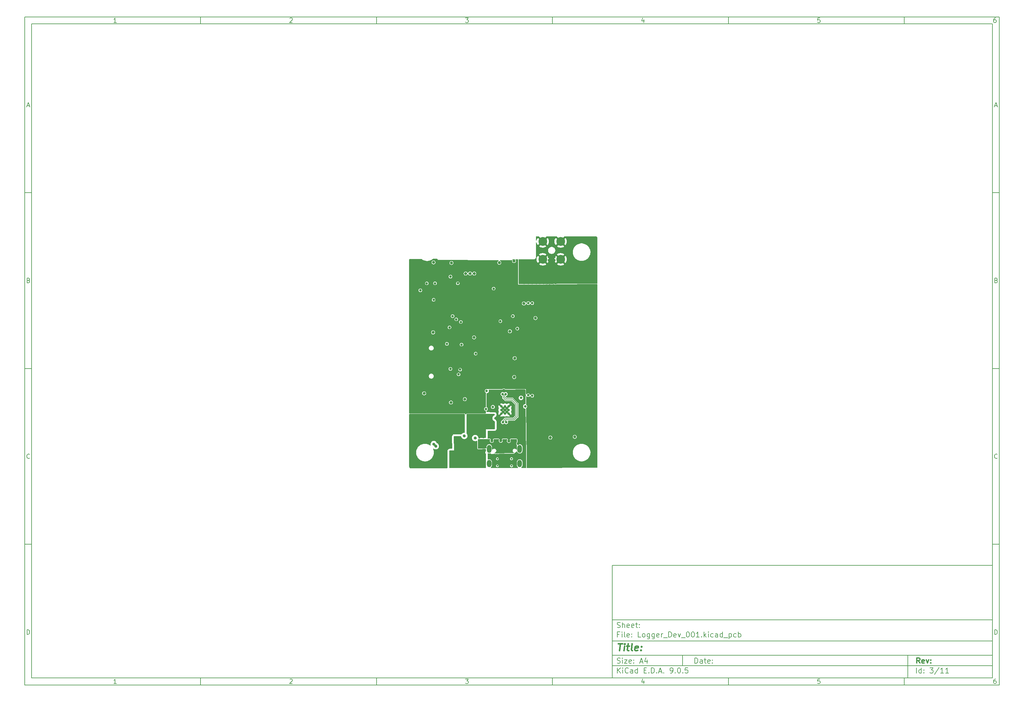
<source format=gbr>
%TF.GenerationSoftware,KiCad,Pcbnew,9.0.5*%
%TF.CreationDate,2025-12-06T02:43:12+13:00*%
%TF.ProjectId,Logger_Dev_001,4c6f6767-6572-45f4-9465-765f3030312e,rev?*%
%TF.SameCoordinates,Original*%
%TF.FileFunction,Copper,L3,Inr*%
%TF.FilePolarity,Positive*%
%FSLAX46Y46*%
G04 Gerber Fmt 4.6, Leading zero omitted, Abs format (unit mm)*
G04 Created by KiCad (PCBNEW 9.0.5) date 2025-12-06 02:43:12*
%MOMM*%
%LPD*%
G01*
G04 APERTURE LIST*
%ADD10C,0.100000*%
%ADD11C,0.150000*%
%ADD12C,0.300000*%
%ADD13C,0.400000*%
%TA.AperFunction,HeatsinkPad*%
%ADD14C,0.700000*%
%TD*%
%TA.AperFunction,ComponentPad*%
%ADD15O,1.300000X2.300000*%
%TD*%
%TA.AperFunction,ComponentPad*%
%ADD16O,1.300000X2.100000*%
%TD*%
%TA.AperFunction,ComponentPad*%
%ADD17C,0.500000*%
%TD*%
%TA.AperFunction,ComponentPad*%
%ADD18C,2.500000*%
%TD*%
%TA.AperFunction,ViaPad*%
%ADD19C,0.800000*%
%TD*%
%TA.AperFunction,ViaPad*%
%ADD20C,0.700000*%
%TD*%
%TA.AperFunction,Conductor*%
%ADD21C,0.202900*%
%TD*%
G04 APERTURE END LIST*
D10*
D11*
X177002200Y-166007200D02*
X285002200Y-166007200D01*
X285002200Y-198007200D01*
X177002200Y-198007200D01*
X177002200Y-166007200D01*
D10*
D11*
X10000000Y-10000000D02*
X287002200Y-10000000D01*
X287002200Y-200007200D01*
X10000000Y-200007200D01*
X10000000Y-10000000D01*
D10*
D11*
X12000000Y-12000000D02*
X285002200Y-12000000D01*
X285002200Y-198007200D01*
X12000000Y-198007200D01*
X12000000Y-12000000D01*
D10*
D11*
X60000000Y-12000000D02*
X60000000Y-10000000D01*
D10*
D11*
X110000000Y-12000000D02*
X110000000Y-10000000D01*
D10*
D11*
X160000000Y-12000000D02*
X160000000Y-10000000D01*
D10*
D11*
X210000000Y-12000000D02*
X210000000Y-10000000D01*
D10*
D11*
X260000000Y-12000000D02*
X260000000Y-10000000D01*
D10*
D11*
X36089160Y-11593604D02*
X35346303Y-11593604D01*
X35717731Y-11593604D02*
X35717731Y-10293604D01*
X35717731Y-10293604D02*
X35593922Y-10479319D01*
X35593922Y-10479319D02*
X35470112Y-10603128D01*
X35470112Y-10603128D02*
X35346303Y-10665033D01*
D10*
D11*
X85346303Y-10417414D02*
X85408207Y-10355509D01*
X85408207Y-10355509D02*
X85532017Y-10293604D01*
X85532017Y-10293604D02*
X85841541Y-10293604D01*
X85841541Y-10293604D02*
X85965350Y-10355509D01*
X85965350Y-10355509D02*
X86027255Y-10417414D01*
X86027255Y-10417414D02*
X86089160Y-10541223D01*
X86089160Y-10541223D02*
X86089160Y-10665033D01*
X86089160Y-10665033D02*
X86027255Y-10850747D01*
X86027255Y-10850747D02*
X85284398Y-11593604D01*
X85284398Y-11593604D02*
X86089160Y-11593604D01*
D10*
D11*
X135284398Y-10293604D02*
X136089160Y-10293604D01*
X136089160Y-10293604D02*
X135655826Y-10788842D01*
X135655826Y-10788842D02*
X135841541Y-10788842D01*
X135841541Y-10788842D02*
X135965350Y-10850747D01*
X135965350Y-10850747D02*
X136027255Y-10912652D01*
X136027255Y-10912652D02*
X136089160Y-11036461D01*
X136089160Y-11036461D02*
X136089160Y-11345985D01*
X136089160Y-11345985D02*
X136027255Y-11469795D01*
X136027255Y-11469795D02*
X135965350Y-11531700D01*
X135965350Y-11531700D02*
X135841541Y-11593604D01*
X135841541Y-11593604D02*
X135470112Y-11593604D01*
X135470112Y-11593604D02*
X135346303Y-11531700D01*
X135346303Y-11531700D02*
X135284398Y-11469795D01*
D10*
D11*
X185965350Y-10726938D02*
X185965350Y-11593604D01*
X185655826Y-10231700D02*
X185346303Y-11160271D01*
X185346303Y-11160271D02*
X186151064Y-11160271D01*
D10*
D11*
X236027255Y-10293604D02*
X235408207Y-10293604D01*
X235408207Y-10293604D02*
X235346303Y-10912652D01*
X235346303Y-10912652D02*
X235408207Y-10850747D01*
X235408207Y-10850747D02*
X235532017Y-10788842D01*
X235532017Y-10788842D02*
X235841541Y-10788842D01*
X235841541Y-10788842D02*
X235965350Y-10850747D01*
X235965350Y-10850747D02*
X236027255Y-10912652D01*
X236027255Y-10912652D02*
X236089160Y-11036461D01*
X236089160Y-11036461D02*
X236089160Y-11345985D01*
X236089160Y-11345985D02*
X236027255Y-11469795D01*
X236027255Y-11469795D02*
X235965350Y-11531700D01*
X235965350Y-11531700D02*
X235841541Y-11593604D01*
X235841541Y-11593604D02*
X235532017Y-11593604D01*
X235532017Y-11593604D02*
X235408207Y-11531700D01*
X235408207Y-11531700D02*
X235346303Y-11469795D01*
D10*
D11*
X285965350Y-10293604D02*
X285717731Y-10293604D01*
X285717731Y-10293604D02*
X285593922Y-10355509D01*
X285593922Y-10355509D02*
X285532017Y-10417414D01*
X285532017Y-10417414D02*
X285408207Y-10603128D01*
X285408207Y-10603128D02*
X285346303Y-10850747D01*
X285346303Y-10850747D02*
X285346303Y-11345985D01*
X285346303Y-11345985D02*
X285408207Y-11469795D01*
X285408207Y-11469795D02*
X285470112Y-11531700D01*
X285470112Y-11531700D02*
X285593922Y-11593604D01*
X285593922Y-11593604D02*
X285841541Y-11593604D01*
X285841541Y-11593604D02*
X285965350Y-11531700D01*
X285965350Y-11531700D02*
X286027255Y-11469795D01*
X286027255Y-11469795D02*
X286089160Y-11345985D01*
X286089160Y-11345985D02*
X286089160Y-11036461D01*
X286089160Y-11036461D02*
X286027255Y-10912652D01*
X286027255Y-10912652D02*
X285965350Y-10850747D01*
X285965350Y-10850747D02*
X285841541Y-10788842D01*
X285841541Y-10788842D02*
X285593922Y-10788842D01*
X285593922Y-10788842D02*
X285470112Y-10850747D01*
X285470112Y-10850747D02*
X285408207Y-10912652D01*
X285408207Y-10912652D02*
X285346303Y-11036461D01*
D10*
D11*
X60000000Y-198007200D02*
X60000000Y-200007200D01*
D10*
D11*
X110000000Y-198007200D02*
X110000000Y-200007200D01*
D10*
D11*
X160000000Y-198007200D02*
X160000000Y-200007200D01*
D10*
D11*
X210000000Y-198007200D02*
X210000000Y-200007200D01*
D10*
D11*
X260000000Y-198007200D02*
X260000000Y-200007200D01*
D10*
D11*
X36089160Y-199600804D02*
X35346303Y-199600804D01*
X35717731Y-199600804D02*
X35717731Y-198300804D01*
X35717731Y-198300804D02*
X35593922Y-198486519D01*
X35593922Y-198486519D02*
X35470112Y-198610328D01*
X35470112Y-198610328D02*
X35346303Y-198672233D01*
D10*
D11*
X85346303Y-198424614D02*
X85408207Y-198362709D01*
X85408207Y-198362709D02*
X85532017Y-198300804D01*
X85532017Y-198300804D02*
X85841541Y-198300804D01*
X85841541Y-198300804D02*
X85965350Y-198362709D01*
X85965350Y-198362709D02*
X86027255Y-198424614D01*
X86027255Y-198424614D02*
X86089160Y-198548423D01*
X86089160Y-198548423D02*
X86089160Y-198672233D01*
X86089160Y-198672233D02*
X86027255Y-198857947D01*
X86027255Y-198857947D02*
X85284398Y-199600804D01*
X85284398Y-199600804D02*
X86089160Y-199600804D01*
D10*
D11*
X135284398Y-198300804D02*
X136089160Y-198300804D01*
X136089160Y-198300804D02*
X135655826Y-198796042D01*
X135655826Y-198796042D02*
X135841541Y-198796042D01*
X135841541Y-198796042D02*
X135965350Y-198857947D01*
X135965350Y-198857947D02*
X136027255Y-198919852D01*
X136027255Y-198919852D02*
X136089160Y-199043661D01*
X136089160Y-199043661D02*
X136089160Y-199353185D01*
X136089160Y-199353185D02*
X136027255Y-199476995D01*
X136027255Y-199476995D02*
X135965350Y-199538900D01*
X135965350Y-199538900D02*
X135841541Y-199600804D01*
X135841541Y-199600804D02*
X135470112Y-199600804D01*
X135470112Y-199600804D02*
X135346303Y-199538900D01*
X135346303Y-199538900D02*
X135284398Y-199476995D01*
D10*
D11*
X185965350Y-198734138D02*
X185965350Y-199600804D01*
X185655826Y-198238900D02*
X185346303Y-199167471D01*
X185346303Y-199167471D02*
X186151064Y-199167471D01*
D10*
D11*
X236027255Y-198300804D02*
X235408207Y-198300804D01*
X235408207Y-198300804D02*
X235346303Y-198919852D01*
X235346303Y-198919852D02*
X235408207Y-198857947D01*
X235408207Y-198857947D02*
X235532017Y-198796042D01*
X235532017Y-198796042D02*
X235841541Y-198796042D01*
X235841541Y-198796042D02*
X235965350Y-198857947D01*
X235965350Y-198857947D02*
X236027255Y-198919852D01*
X236027255Y-198919852D02*
X236089160Y-199043661D01*
X236089160Y-199043661D02*
X236089160Y-199353185D01*
X236089160Y-199353185D02*
X236027255Y-199476995D01*
X236027255Y-199476995D02*
X235965350Y-199538900D01*
X235965350Y-199538900D02*
X235841541Y-199600804D01*
X235841541Y-199600804D02*
X235532017Y-199600804D01*
X235532017Y-199600804D02*
X235408207Y-199538900D01*
X235408207Y-199538900D02*
X235346303Y-199476995D01*
D10*
D11*
X285965350Y-198300804D02*
X285717731Y-198300804D01*
X285717731Y-198300804D02*
X285593922Y-198362709D01*
X285593922Y-198362709D02*
X285532017Y-198424614D01*
X285532017Y-198424614D02*
X285408207Y-198610328D01*
X285408207Y-198610328D02*
X285346303Y-198857947D01*
X285346303Y-198857947D02*
X285346303Y-199353185D01*
X285346303Y-199353185D02*
X285408207Y-199476995D01*
X285408207Y-199476995D02*
X285470112Y-199538900D01*
X285470112Y-199538900D02*
X285593922Y-199600804D01*
X285593922Y-199600804D02*
X285841541Y-199600804D01*
X285841541Y-199600804D02*
X285965350Y-199538900D01*
X285965350Y-199538900D02*
X286027255Y-199476995D01*
X286027255Y-199476995D02*
X286089160Y-199353185D01*
X286089160Y-199353185D02*
X286089160Y-199043661D01*
X286089160Y-199043661D02*
X286027255Y-198919852D01*
X286027255Y-198919852D02*
X285965350Y-198857947D01*
X285965350Y-198857947D02*
X285841541Y-198796042D01*
X285841541Y-198796042D02*
X285593922Y-198796042D01*
X285593922Y-198796042D02*
X285470112Y-198857947D01*
X285470112Y-198857947D02*
X285408207Y-198919852D01*
X285408207Y-198919852D02*
X285346303Y-199043661D01*
D10*
D11*
X10000000Y-60000000D02*
X12000000Y-60000000D01*
D10*
D11*
X10000000Y-110000000D02*
X12000000Y-110000000D01*
D10*
D11*
X10000000Y-160000000D02*
X12000000Y-160000000D01*
D10*
D11*
X10690476Y-35222176D02*
X11309523Y-35222176D01*
X10566666Y-35593604D02*
X10999999Y-34293604D01*
X10999999Y-34293604D02*
X11433333Y-35593604D01*
D10*
D11*
X11092857Y-84912652D02*
X11278571Y-84974557D01*
X11278571Y-84974557D02*
X11340476Y-85036461D01*
X11340476Y-85036461D02*
X11402380Y-85160271D01*
X11402380Y-85160271D02*
X11402380Y-85345985D01*
X11402380Y-85345985D02*
X11340476Y-85469795D01*
X11340476Y-85469795D02*
X11278571Y-85531700D01*
X11278571Y-85531700D02*
X11154761Y-85593604D01*
X11154761Y-85593604D02*
X10659523Y-85593604D01*
X10659523Y-85593604D02*
X10659523Y-84293604D01*
X10659523Y-84293604D02*
X11092857Y-84293604D01*
X11092857Y-84293604D02*
X11216666Y-84355509D01*
X11216666Y-84355509D02*
X11278571Y-84417414D01*
X11278571Y-84417414D02*
X11340476Y-84541223D01*
X11340476Y-84541223D02*
X11340476Y-84665033D01*
X11340476Y-84665033D02*
X11278571Y-84788842D01*
X11278571Y-84788842D02*
X11216666Y-84850747D01*
X11216666Y-84850747D02*
X11092857Y-84912652D01*
X11092857Y-84912652D02*
X10659523Y-84912652D01*
D10*
D11*
X11402380Y-135469795D02*
X11340476Y-135531700D01*
X11340476Y-135531700D02*
X11154761Y-135593604D01*
X11154761Y-135593604D02*
X11030952Y-135593604D01*
X11030952Y-135593604D02*
X10845238Y-135531700D01*
X10845238Y-135531700D02*
X10721428Y-135407890D01*
X10721428Y-135407890D02*
X10659523Y-135284080D01*
X10659523Y-135284080D02*
X10597619Y-135036461D01*
X10597619Y-135036461D02*
X10597619Y-134850747D01*
X10597619Y-134850747D02*
X10659523Y-134603128D01*
X10659523Y-134603128D02*
X10721428Y-134479319D01*
X10721428Y-134479319D02*
X10845238Y-134355509D01*
X10845238Y-134355509D02*
X11030952Y-134293604D01*
X11030952Y-134293604D02*
X11154761Y-134293604D01*
X11154761Y-134293604D02*
X11340476Y-134355509D01*
X11340476Y-134355509D02*
X11402380Y-134417414D01*
D10*
D11*
X10659523Y-185593604D02*
X10659523Y-184293604D01*
X10659523Y-184293604D02*
X10969047Y-184293604D01*
X10969047Y-184293604D02*
X11154761Y-184355509D01*
X11154761Y-184355509D02*
X11278571Y-184479319D01*
X11278571Y-184479319D02*
X11340476Y-184603128D01*
X11340476Y-184603128D02*
X11402380Y-184850747D01*
X11402380Y-184850747D02*
X11402380Y-185036461D01*
X11402380Y-185036461D02*
X11340476Y-185284080D01*
X11340476Y-185284080D02*
X11278571Y-185407890D01*
X11278571Y-185407890D02*
X11154761Y-185531700D01*
X11154761Y-185531700D02*
X10969047Y-185593604D01*
X10969047Y-185593604D02*
X10659523Y-185593604D01*
D10*
D11*
X287002200Y-60000000D02*
X285002200Y-60000000D01*
D10*
D11*
X287002200Y-110000000D02*
X285002200Y-110000000D01*
D10*
D11*
X287002200Y-160000000D02*
X285002200Y-160000000D01*
D10*
D11*
X285692676Y-35222176D02*
X286311723Y-35222176D01*
X285568866Y-35593604D02*
X286002199Y-34293604D01*
X286002199Y-34293604D02*
X286435533Y-35593604D01*
D10*
D11*
X286095057Y-84912652D02*
X286280771Y-84974557D01*
X286280771Y-84974557D02*
X286342676Y-85036461D01*
X286342676Y-85036461D02*
X286404580Y-85160271D01*
X286404580Y-85160271D02*
X286404580Y-85345985D01*
X286404580Y-85345985D02*
X286342676Y-85469795D01*
X286342676Y-85469795D02*
X286280771Y-85531700D01*
X286280771Y-85531700D02*
X286156961Y-85593604D01*
X286156961Y-85593604D02*
X285661723Y-85593604D01*
X285661723Y-85593604D02*
X285661723Y-84293604D01*
X285661723Y-84293604D02*
X286095057Y-84293604D01*
X286095057Y-84293604D02*
X286218866Y-84355509D01*
X286218866Y-84355509D02*
X286280771Y-84417414D01*
X286280771Y-84417414D02*
X286342676Y-84541223D01*
X286342676Y-84541223D02*
X286342676Y-84665033D01*
X286342676Y-84665033D02*
X286280771Y-84788842D01*
X286280771Y-84788842D02*
X286218866Y-84850747D01*
X286218866Y-84850747D02*
X286095057Y-84912652D01*
X286095057Y-84912652D02*
X285661723Y-84912652D01*
D10*
D11*
X286404580Y-135469795D02*
X286342676Y-135531700D01*
X286342676Y-135531700D02*
X286156961Y-135593604D01*
X286156961Y-135593604D02*
X286033152Y-135593604D01*
X286033152Y-135593604D02*
X285847438Y-135531700D01*
X285847438Y-135531700D02*
X285723628Y-135407890D01*
X285723628Y-135407890D02*
X285661723Y-135284080D01*
X285661723Y-135284080D02*
X285599819Y-135036461D01*
X285599819Y-135036461D02*
X285599819Y-134850747D01*
X285599819Y-134850747D02*
X285661723Y-134603128D01*
X285661723Y-134603128D02*
X285723628Y-134479319D01*
X285723628Y-134479319D02*
X285847438Y-134355509D01*
X285847438Y-134355509D02*
X286033152Y-134293604D01*
X286033152Y-134293604D02*
X286156961Y-134293604D01*
X286156961Y-134293604D02*
X286342676Y-134355509D01*
X286342676Y-134355509D02*
X286404580Y-134417414D01*
D10*
D11*
X285661723Y-185593604D02*
X285661723Y-184293604D01*
X285661723Y-184293604D02*
X285971247Y-184293604D01*
X285971247Y-184293604D02*
X286156961Y-184355509D01*
X286156961Y-184355509D02*
X286280771Y-184479319D01*
X286280771Y-184479319D02*
X286342676Y-184603128D01*
X286342676Y-184603128D02*
X286404580Y-184850747D01*
X286404580Y-184850747D02*
X286404580Y-185036461D01*
X286404580Y-185036461D02*
X286342676Y-185284080D01*
X286342676Y-185284080D02*
X286280771Y-185407890D01*
X286280771Y-185407890D02*
X286156961Y-185531700D01*
X286156961Y-185531700D02*
X285971247Y-185593604D01*
X285971247Y-185593604D02*
X285661723Y-185593604D01*
D10*
D11*
X200458026Y-193793328D02*
X200458026Y-192293328D01*
X200458026Y-192293328D02*
X200815169Y-192293328D01*
X200815169Y-192293328D02*
X201029455Y-192364757D01*
X201029455Y-192364757D02*
X201172312Y-192507614D01*
X201172312Y-192507614D02*
X201243741Y-192650471D01*
X201243741Y-192650471D02*
X201315169Y-192936185D01*
X201315169Y-192936185D02*
X201315169Y-193150471D01*
X201315169Y-193150471D02*
X201243741Y-193436185D01*
X201243741Y-193436185D02*
X201172312Y-193579042D01*
X201172312Y-193579042D02*
X201029455Y-193721900D01*
X201029455Y-193721900D02*
X200815169Y-193793328D01*
X200815169Y-193793328D02*
X200458026Y-193793328D01*
X202600884Y-193793328D02*
X202600884Y-193007614D01*
X202600884Y-193007614D02*
X202529455Y-192864757D01*
X202529455Y-192864757D02*
X202386598Y-192793328D01*
X202386598Y-192793328D02*
X202100884Y-192793328D01*
X202100884Y-192793328D02*
X201958026Y-192864757D01*
X202600884Y-193721900D02*
X202458026Y-193793328D01*
X202458026Y-193793328D02*
X202100884Y-193793328D01*
X202100884Y-193793328D02*
X201958026Y-193721900D01*
X201958026Y-193721900D02*
X201886598Y-193579042D01*
X201886598Y-193579042D02*
X201886598Y-193436185D01*
X201886598Y-193436185D02*
X201958026Y-193293328D01*
X201958026Y-193293328D02*
X202100884Y-193221900D01*
X202100884Y-193221900D02*
X202458026Y-193221900D01*
X202458026Y-193221900D02*
X202600884Y-193150471D01*
X203100884Y-192793328D02*
X203672312Y-192793328D01*
X203315169Y-192293328D02*
X203315169Y-193579042D01*
X203315169Y-193579042D02*
X203386598Y-193721900D01*
X203386598Y-193721900D02*
X203529455Y-193793328D01*
X203529455Y-193793328D02*
X203672312Y-193793328D01*
X204743741Y-193721900D02*
X204600884Y-193793328D01*
X204600884Y-193793328D02*
X204315170Y-193793328D01*
X204315170Y-193793328D02*
X204172312Y-193721900D01*
X204172312Y-193721900D02*
X204100884Y-193579042D01*
X204100884Y-193579042D02*
X204100884Y-193007614D01*
X204100884Y-193007614D02*
X204172312Y-192864757D01*
X204172312Y-192864757D02*
X204315170Y-192793328D01*
X204315170Y-192793328D02*
X204600884Y-192793328D01*
X204600884Y-192793328D02*
X204743741Y-192864757D01*
X204743741Y-192864757D02*
X204815170Y-193007614D01*
X204815170Y-193007614D02*
X204815170Y-193150471D01*
X204815170Y-193150471D02*
X204100884Y-193293328D01*
X205458026Y-193650471D02*
X205529455Y-193721900D01*
X205529455Y-193721900D02*
X205458026Y-193793328D01*
X205458026Y-193793328D02*
X205386598Y-193721900D01*
X205386598Y-193721900D02*
X205458026Y-193650471D01*
X205458026Y-193650471D02*
X205458026Y-193793328D01*
X205458026Y-192864757D02*
X205529455Y-192936185D01*
X205529455Y-192936185D02*
X205458026Y-193007614D01*
X205458026Y-193007614D02*
X205386598Y-192936185D01*
X205386598Y-192936185D02*
X205458026Y-192864757D01*
X205458026Y-192864757D02*
X205458026Y-193007614D01*
D10*
D11*
X177002200Y-194507200D02*
X285002200Y-194507200D01*
D10*
D11*
X178458026Y-196593328D02*
X178458026Y-195093328D01*
X179315169Y-196593328D02*
X178672312Y-195736185D01*
X179315169Y-195093328D02*
X178458026Y-195950471D01*
X179958026Y-196593328D02*
X179958026Y-195593328D01*
X179958026Y-195093328D02*
X179886598Y-195164757D01*
X179886598Y-195164757D02*
X179958026Y-195236185D01*
X179958026Y-195236185D02*
X180029455Y-195164757D01*
X180029455Y-195164757D02*
X179958026Y-195093328D01*
X179958026Y-195093328D02*
X179958026Y-195236185D01*
X181529455Y-196450471D02*
X181458027Y-196521900D01*
X181458027Y-196521900D02*
X181243741Y-196593328D01*
X181243741Y-196593328D02*
X181100884Y-196593328D01*
X181100884Y-196593328D02*
X180886598Y-196521900D01*
X180886598Y-196521900D02*
X180743741Y-196379042D01*
X180743741Y-196379042D02*
X180672312Y-196236185D01*
X180672312Y-196236185D02*
X180600884Y-195950471D01*
X180600884Y-195950471D02*
X180600884Y-195736185D01*
X180600884Y-195736185D02*
X180672312Y-195450471D01*
X180672312Y-195450471D02*
X180743741Y-195307614D01*
X180743741Y-195307614D02*
X180886598Y-195164757D01*
X180886598Y-195164757D02*
X181100884Y-195093328D01*
X181100884Y-195093328D02*
X181243741Y-195093328D01*
X181243741Y-195093328D02*
X181458027Y-195164757D01*
X181458027Y-195164757D02*
X181529455Y-195236185D01*
X182815170Y-196593328D02*
X182815170Y-195807614D01*
X182815170Y-195807614D02*
X182743741Y-195664757D01*
X182743741Y-195664757D02*
X182600884Y-195593328D01*
X182600884Y-195593328D02*
X182315170Y-195593328D01*
X182315170Y-195593328D02*
X182172312Y-195664757D01*
X182815170Y-196521900D02*
X182672312Y-196593328D01*
X182672312Y-196593328D02*
X182315170Y-196593328D01*
X182315170Y-196593328D02*
X182172312Y-196521900D01*
X182172312Y-196521900D02*
X182100884Y-196379042D01*
X182100884Y-196379042D02*
X182100884Y-196236185D01*
X182100884Y-196236185D02*
X182172312Y-196093328D01*
X182172312Y-196093328D02*
X182315170Y-196021900D01*
X182315170Y-196021900D02*
X182672312Y-196021900D01*
X182672312Y-196021900D02*
X182815170Y-195950471D01*
X184172313Y-196593328D02*
X184172313Y-195093328D01*
X184172313Y-196521900D02*
X184029455Y-196593328D01*
X184029455Y-196593328D02*
X183743741Y-196593328D01*
X183743741Y-196593328D02*
X183600884Y-196521900D01*
X183600884Y-196521900D02*
X183529455Y-196450471D01*
X183529455Y-196450471D02*
X183458027Y-196307614D01*
X183458027Y-196307614D02*
X183458027Y-195879042D01*
X183458027Y-195879042D02*
X183529455Y-195736185D01*
X183529455Y-195736185D02*
X183600884Y-195664757D01*
X183600884Y-195664757D02*
X183743741Y-195593328D01*
X183743741Y-195593328D02*
X184029455Y-195593328D01*
X184029455Y-195593328D02*
X184172313Y-195664757D01*
X186029455Y-195807614D02*
X186529455Y-195807614D01*
X186743741Y-196593328D02*
X186029455Y-196593328D01*
X186029455Y-196593328D02*
X186029455Y-195093328D01*
X186029455Y-195093328D02*
X186743741Y-195093328D01*
X187386598Y-196450471D02*
X187458027Y-196521900D01*
X187458027Y-196521900D02*
X187386598Y-196593328D01*
X187386598Y-196593328D02*
X187315170Y-196521900D01*
X187315170Y-196521900D02*
X187386598Y-196450471D01*
X187386598Y-196450471D02*
X187386598Y-196593328D01*
X188100884Y-196593328D02*
X188100884Y-195093328D01*
X188100884Y-195093328D02*
X188458027Y-195093328D01*
X188458027Y-195093328D02*
X188672313Y-195164757D01*
X188672313Y-195164757D02*
X188815170Y-195307614D01*
X188815170Y-195307614D02*
X188886599Y-195450471D01*
X188886599Y-195450471D02*
X188958027Y-195736185D01*
X188958027Y-195736185D02*
X188958027Y-195950471D01*
X188958027Y-195950471D02*
X188886599Y-196236185D01*
X188886599Y-196236185D02*
X188815170Y-196379042D01*
X188815170Y-196379042D02*
X188672313Y-196521900D01*
X188672313Y-196521900D02*
X188458027Y-196593328D01*
X188458027Y-196593328D02*
X188100884Y-196593328D01*
X189600884Y-196450471D02*
X189672313Y-196521900D01*
X189672313Y-196521900D02*
X189600884Y-196593328D01*
X189600884Y-196593328D02*
X189529456Y-196521900D01*
X189529456Y-196521900D02*
X189600884Y-196450471D01*
X189600884Y-196450471D02*
X189600884Y-196593328D01*
X190243742Y-196164757D02*
X190958028Y-196164757D01*
X190100885Y-196593328D02*
X190600885Y-195093328D01*
X190600885Y-195093328D02*
X191100885Y-196593328D01*
X191600884Y-196450471D02*
X191672313Y-196521900D01*
X191672313Y-196521900D02*
X191600884Y-196593328D01*
X191600884Y-196593328D02*
X191529456Y-196521900D01*
X191529456Y-196521900D02*
X191600884Y-196450471D01*
X191600884Y-196450471D02*
X191600884Y-196593328D01*
X193529456Y-196593328D02*
X193815170Y-196593328D01*
X193815170Y-196593328D02*
X193958027Y-196521900D01*
X193958027Y-196521900D02*
X194029456Y-196450471D01*
X194029456Y-196450471D02*
X194172313Y-196236185D01*
X194172313Y-196236185D02*
X194243742Y-195950471D01*
X194243742Y-195950471D02*
X194243742Y-195379042D01*
X194243742Y-195379042D02*
X194172313Y-195236185D01*
X194172313Y-195236185D02*
X194100885Y-195164757D01*
X194100885Y-195164757D02*
X193958027Y-195093328D01*
X193958027Y-195093328D02*
X193672313Y-195093328D01*
X193672313Y-195093328D02*
X193529456Y-195164757D01*
X193529456Y-195164757D02*
X193458027Y-195236185D01*
X193458027Y-195236185D02*
X193386599Y-195379042D01*
X193386599Y-195379042D02*
X193386599Y-195736185D01*
X193386599Y-195736185D02*
X193458027Y-195879042D01*
X193458027Y-195879042D02*
X193529456Y-195950471D01*
X193529456Y-195950471D02*
X193672313Y-196021900D01*
X193672313Y-196021900D02*
X193958027Y-196021900D01*
X193958027Y-196021900D02*
X194100885Y-195950471D01*
X194100885Y-195950471D02*
X194172313Y-195879042D01*
X194172313Y-195879042D02*
X194243742Y-195736185D01*
X194886598Y-196450471D02*
X194958027Y-196521900D01*
X194958027Y-196521900D02*
X194886598Y-196593328D01*
X194886598Y-196593328D02*
X194815170Y-196521900D01*
X194815170Y-196521900D02*
X194886598Y-196450471D01*
X194886598Y-196450471D02*
X194886598Y-196593328D01*
X195886599Y-195093328D02*
X196029456Y-195093328D01*
X196029456Y-195093328D02*
X196172313Y-195164757D01*
X196172313Y-195164757D02*
X196243742Y-195236185D01*
X196243742Y-195236185D02*
X196315170Y-195379042D01*
X196315170Y-195379042D02*
X196386599Y-195664757D01*
X196386599Y-195664757D02*
X196386599Y-196021900D01*
X196386599Y-196021900D02*
X196315170Y-196307614D01*
X196315170Y-196307614D02*
X196243742Y-196450471D01*
X196243742Y-196450471D02*
X196172313Y-196521900D01*
X196172313Y-196521900D02*
X196029456Y-196593328D01*
X196029456Y-196593328D02*
X195886599Y-196593328D01*
X195886599Y-196593328D02*
X195743742Y-196521900D01*
X195743742Y-196521900D02*
X195672313Y-196450471D01*
X195672313Y-196450471D02*
X195600884Y-196307614D01*
X195600884Y-196307614D02*
X195529456Y-196021900D01*
X195529456Y-196021900D02*
X195529456Y-195664757D01*
X195529456Y-195664757D02*
X195600884Y-195379042D01*
X195600884Y-195379042D02*
X195672313Y-195236185D01*
X195672313Y-195236185D02*
X195743742Y-195164757D01*
X195743742Y-195164757D02*
X195886599Y-195093328D01*
X197029455Y-196450471D02*
X197100884Y-196521900D01*
X197100884Y-196521900D02*
X197029455Y-196593328D01*
X197029455Y-196593328D02*
X196958027Y-196521900D01*
X196958027Y-196521900D02*
X197029455Y-196450471D01*
X197029455Y-196450471D02*
X197029455Y-196593328D01*
X198458027Y-195093328D02*
X197743741Y-195093328D01*
X197743741Y-195093328D02*
X197672313Y-195807614D01*
X197672313Y-195807614D02*
X197743741Y-195736185D01*
X197743741Y-195736185D02*
X197886599Y-195664757D01*
X197886599Y-195664757D02*
X198243741Y-195664757D01*
X198243741Y-195664757D02*
X198386599Y-195736185D01*
X198386599Y-195736185D02*
X198458027Y-195807614D01*
X198458027Y-195807614D02*
X198529456Y-195950471D01*
X198529456Y-195950471D02*
X198529456Y-196307614D01*
X198529456Y-196307614D02*
X198458027Y-196450471D01*
X198458027Y-196450471D02*
X198386599Y-196521900D01*
X198386599Y-196521900D02*
X198243741Y-196593328D01*
X198243741Y-196593328D02*
X197886599Y-196593328D01*
X197886599Y-196593328D02*
X197743741Y-196521900D01*
X197743741Y-196521900D02*
X197672313Y-196450471D01*
D10*
D11*
X177002200Y-191507200D02*
X285002200Y-191507200D01*
D10*
D12*
X264413853Y-193785528D02*
X263913853Y-193071242D01*
X263556710Y-193785528D02*
X263556710Y-192285528D01*
X263556710Y-192285528D02*
X264128139Y-192285528D01*
X264128139Y-192285528D02*
X264270996Y-192356957D01*
X264270996Y-192356957D02*
X264342425Y-192428385D01*
X264342425Y-192428385D02*
X264413853Y-192571242D01*
X264413853Y-192571242D02*
X264413853Y-192785528D01*
X264413853Y-192785528D02*
X264342425Y-192928385D01*
X264342425Y-192928385D02*
X264270996Y-192999814D01*
X264270996Y-192999814D02*
X264128139Y-193071242D01*
X264128139Y-193071242D02*
X263556710Y-193071242D01*
X265628139Y-193714100D02*
X265485282Y-193785528D01*
X265485282Y-193785528D02*
X265199568Y-193785528D01*
X265199568Y-193785528D02*
X265056710Y-193714100D01*
X265056710Y-193714100D02*
X264985282Y-193571242D01*
X264985282Y-193571242D02*
X264985282Y-192999814D01*
X264985282Y-192999814D02*
X265056710Y-192856957D01*
X265056710Y-192856957D02*
X265199568Y-192785528D01*
X265199568Y-192785528D02*
X265485282Y-192785528D01*
X265485282Y-192785528D02*
X265628139Y-192856957D01*
X265628139Y-192856957D02*
X265699568Y-192999814D01*
X265699568Y-192999814D02*
X265699568Y-193142671D01*
X265699568Y-193142671D02*
X264985282Y-193285528D01*
X266199567Y-192785528D02*
X266556710Y-193785528D01*
X266556710Y-193785528D02*
X266913853Y-192785528D01*
X267485281Y-193642671D02*
X267556710Y-193714100D01*
X267556710Y-193714100D02*
X267485281Y-193785528D01*
X267485281Y-193785528D02*
X267413853Y-193714100D01*
X267413853Y-193714100D02*
X267485281Y-193642671D01*
X267485281Y-193642671D02*
X267485281Y-193785528D01*
X267485281Y-192856957D02*
X267556710Y-192928385D01*
X267556710Y-192928385D02*
X267485281Y-192999814D01*
X267485281Y-192999814D02*
X267413853Y-192928385D01*
X267413853Y-192928385D02*
X267485281Y-192856957D01*
X267485281Y-192856957D02*
X267485281Y-192999814D01*
D10*
D11*
X178386598Y-193721900D02*
X178600884Y-193793328D01*
X178600884Y-193793328D02*
X178958026Y-193793328D01*
X178958026Y-193793328D02*
X179100884Y-193721900D01*
X179100884Y-193721900D02*
X179172312Y-193650471D01*
X179172312Y-193650471D02*
X179243741Y-193507614D01*
X179243741Y-193507614D02*
X179243741Y-193364757D01*
X179243741Y-193364757D02*
X179172312Y-193221900D01*
X179172312Y-193221900D02*
X179100884Y-193150471D01*
X179100884Y-193150471D02*
X178958026Y-193079042D01*
X178958026Y-193079042D02*
X178672312Y-193007614D01*
X178672312Y-193007614D02*
X178529455Y-192936185D01*
X178529455Y-192936185D02*
X178458026Y-192864757D01*
X178458026Y-192864757D02*
X178386598Y-192721900D01*
X178386598Y-192721900D02*
X178386598Y-192579042D01*
X178386598Y-192579042D02*
X178458026Y-192436185D01*
X178458026Y-192436185D02*
X178529455Y-192364757D01*
X178529455Y-192364757D02*
X178672312Y-192293328D01*
X178672312Y-192293328D02*
X179029455Y-192293328D01*
X179029455Y-192293328D02*
X179243741Y-192364757D01*
X179886597Y-193793328D02*
X179886597Y-192793328D01*
X179886597Y-192293328D02*
X179815169Y-192364757D01*
X179815169Y-192364757D02*
X179886597Y-192436185D01*
X179886597Y-192436185D02*
X179958026Y-192364757D01*
X179958026Y-192364757D02*
X179886597Y-192293328D01*
X179886597Y-192293328D02*
X179886597Y-192436185D01*
X180458026Y-192793328D02*
X181243741Y-192793328D01*
X181243741Y-192793328D02*
X180458026Y-193793328D01*
X180458026Y-193793328D02*
X181243741Y-193793328D01*
X182386598Y-193721900D02*
X182243741Y-193793328D01*
X182243741Y-193793328D02*
X181958027Y-193793328D01*
X181958027Y-193793328D02*
X181815169Y-193721900D01*
X181815169Y-193721900D02*
X181743741Y-193579042D01*
X181743741Y-193579042D02*
X181743741Y-193007614D01*
X181743741Y-193007614D02*
X181815169Y-192864757D01*
X181815169Y-192864757D02*
X181958027Y-192793328D01*
X181958027Y-192793328D02*
X182243741Y-192793328D01*
X182243741Y-192793328D02*
X182386598Y-192864757D01*
X182386598Y-192864757D02*
X182458027Y-193007614D01*
X182458027Y-193007614D02*
X182458027Y-193150471D01*
X182458027Y-193150471D02*
X181743741Y-193293328D01*
X183100883Y-193650471D02*
X183172312Y-193721900D01*
X183172312Y-193721900D02*
X183100883Y-193793328D01*
X183100883Y-193793328D02*
X183029455Y-193721900D01*
X183029455Y-193721900D02*
X183100883Y-193650471D01*
X183100883Y-193650471D02*
X183100883Y-193793328D01*
X183100883Y-192864757D02*
X183172312Y-192936185D01*
X183172312Y-192936185D02*
X183100883Y-193007614D01*
X183100883Y-193007614D02*
X183029455Y-192936185D01*
X183029455Y-192936185D02*
X183100883Y-192864757D01*
X183100883Y-192864757D02*
X183100883Y-193007614D01*
X184886598Y-193364757D02*
X185600884Y-193364757D01*
X184743741Y-193793328D02*
X185243741Y-192293328D01*
X185243741Y-192293328D02*
X185743741Y-193793328D01*
X186886598Y-192793328D02*
X186886598Y-193793328D01*
X186529455Y-192221900D02*
X186172312Y-193293328D01*
X186172312Y-193293328D02*
X187100883Y-193293328D01*
D10*
D11*
X263458026Y-196593328D02*
X263458026Y-195093328D01*
X264815170Y-196593328D02*
X264815170Y-195093328D01*
X264815170Y-196521900D02*
X264672312Y-196593328D01*
X264672312Y-196593328D02*
X264386598Y-196593328D01*
X264386598Y-196593328D02*
X264243741Y-196521900D01*
X264243741Y-196521900D02*
X264172312Y-196450471D01*
X264172312Y-196450471D02*
X264100884Y-196307614D01*
X264100884Y-196307614D02*
X264100884Y-195879042D01*
X264100884Y-195879042D02*
X264172312Y-195736185D01*
X264172312Y-195736185D02*
X264243741Y-195664757D01*
X264243741Y-195664757D02*
X264386598Y-195593328D01*
X264386598Y-195593328D02*
X264672312Y-195593328D01*
X264672312Y-195593328D02*
X264815170Y-195664757D01*
X265529455Y-196450471D02*
X265600884Y-196521900D01*
X265600884Y-196521900D02*
X265529455Y-196593328D01*
X265529455Y-196593328D02*
X265458027Y-196521900D01*
X265458027Y-196521900D02*
X265529455Y-196450471D01*
X265529455Y-196450471D02*
X265529455Y-196593328D01*
X265529455Y-195664757D02*
X265600884Y-195736185D01*
X265600884Y-195736185D02*
X265529455Y-195807614D01*
X265529455Y-195807614D02*
X265458027Y-195736185D01*
X265458027Y-195736185D02*
X265529455Y-195664757D01*
X265529455Y-195664757D02*
X265529455Y-195807614D01*
X267243741Y-195093328D02*
X268172313Y-195093328D01*
X268172313Y-195093328D02*
X267672313Y-195664757D01*
X267672313Y-195664757D02*
X267886598Y-195664757D01*
X267886598Y-195664757D02*
X268029456Y-195736185D01*
X268029456Y-195736185D02*
X268100884Y-195807614D01*
X268100884Y-195807614D02*
X268172313Y-195950471D01*
X268172313Y-195950471D02*
X268172313Y-196307614D01*
X268172313Y-196307614D02*
X268100884Y-196450471D01*
X268100884Y-196450471D02*
X268029456Y-196521900D01*
X268029456Y-196521900D02*
X267886598Y-196593328D01*
X267886598Y-196593328D02*
X267458027Y-196593328D01*
X267458027Y-196593328D02*
X267315170Y-196521900D01*
X267315170Y-196521900D02*
X267243741Y-196450471D01*
X269886598Y-195021900D02*
X268600884Y-196950471D01*
X271172313Y-196593328D02*
X270315170Y-196593328D01*
X270743741Y-196593328D02*
X270743741Y-195093328D01*
X270743741Y-195093328D02*
X270600884Y-195307614D01*
X270600884Y-195307614D02*
X270458027Y-195450471D01*
X270458027Y-195450471D02*
X270315170Y-195521900D01*
X272600884Y-196593328D02*
X271743741Y-196593328D01*
X272172312Y-196593328D02*
X272172312Y-195093328D01*
X272172312Y-195093328D02*
X272029455Y-195307614D01*
X272029455Y-195307614D02*
X271886598Y-195450471D01*
X271886598Y-195450471D02*
X271743741Y-195521900D01*
D10*
D11*
X177002200Y-187507200D02*
X285002200Y-187507200D01*
D10*
D13*
X178693928Y-188211638D02*
X179836785Y-188211638D01*
X179015357Y-190211638D02*
X179265357Y-188211638D01*
X180253452Y-190211638D02*
X180420119Y-188878304D01*
X180503452Y-188211638D02*
X180396309Y-188306876D01*
X180396309Y-188306876D02*
X180479643Y-188402114D01*
X180479643Y-188402114D02*
X180586786Y-188306876D01*
X180586786Y-188306876D02*
X180503452Y-188211638D01*
X180503452Y-188211638D02*
X180479643Y-188402114D01*
X181086786Y-188878304D02*
X181848690Y-188878304D01*
X181455833Y-188211638D02*
X181241548Y-189925923D01*
X181241548Y-189925923D02*
X181312976Y-190116400D01*
X181312976Y-190116400D02*
X181491548Y-190211638D01*
X181491548Y-190211638D02*
X181682024Y-190211638D01*
X182634405Y-190211638D02*
X182455833Y-190116400D01*
X182455833Y-190116400D02*
X182384405Y-189925923D01*
X182384405Y-189925923D02*
X182598690Y-188211638D01*
X184170119Y-190116400D02*
X183967738Y-190211638D01*
X183967738Y-190211638D02*
X183586785Y-190211638D01*
X183586785Y-190211638D02*
X183408214Y-190116400D01*
X183408214Y-190116400D02*
X183336785Y-189925923D01*
X183336785Y-189925923D02*
X183432024Y-189164019D01*
X183432024Y-189164019D02*
X183551071Y-188973542D01*
X183551071Y-188973542D02*
X183753452Y-188878304D01*
X183753452Y-188878304D02*
X184134404Y-188878304D01*
X184134404Y-188878304D02*
X184312976Y-188973542D01*
X184312976Y-188973542D02*
X184384404Y-189164019D01*
X184384404Y-189164019D02*
X184360595Y-189354495D01*
X184360595Y-189354495D02*
X183384404Y-189544971D01*
X185134405Y-190021161D02*
X185217738Y-190116400D01*
X185217738Y-190116400D02*
X185110595Y-190211638D01*
X185110595Y-190211638D02*
X185027262Y-190116400D01*
X185027262Y-190116400D02*
X185134405Y-190021161D01*
X185134405Y-190021161D02*
X185110595Y-190211638D01*
X185265357Y-188973542D02*
X185348690Y-189068780D01*
X185348690Y-189068780D02*
X185241548Y-189164019D01*
X185241548Y-189164019D02*
X185158214Y-189068780D01*
X185158214Y-189068780D02*
X185265357Y-188973542D01*
X185265357Y-188973542D02*
X185241548Y-189164019D01*
D10*
D11*
X178958026Y-185607614D02*
X178458026Y-185607614D01*
X178458026Y-186393328D02*
X178458026Y-184893328D01*
X178458026Y-184893328D02*
X179172312Y-184893328D01*
X179743740Y-186393328D02*
X179743740Y-185393328D01*
X179743740Y-184893328D02*
X179672312Y-184964757D01*
X179672312Y-184964757D02*
X179743740Y-185036185D01*
X179743740Y-185036185D02*
X179815169Y-184964757D01*
X179815169Y-184964757D02*
X179743740Y-184893328D01*
X179743740Y-184893328D02*
X179743740Y-185036185D01*
X180672312Y-186393328D02*
X180529455Y-186321900D01*
X180529455Y-186321900D02*
X180458026Y-186179042D01*
X180458026Y-186179042D02*
X180458026Y-184893328D01*
X181815169Y-186321900D02*
X181672312Y-186393328D01*
X181672312Y-186393328D02*
X181386598Y-186393328D01*
X181386598Y-186393328D02*
X181243740Y-186321900D01*
X181243740Y-186321900D02*
X181172312Y-186179042D01*
X181172312Y-186179042D02*
X181172312Y-185607614D01*
X181172312Y-185607614D02*
X181243740Y-185464757D01*
X181243740Y-185464757D02*
X181386598Y-185393328D01*
X181386598Y-185393328D02*
X181672312Y-185393328D01*
X181672312Y-185393328D02*
X181815169Y-185464757D01*
X181815169Y-185464757D02*
X181886598Y-185607614D01*
X181886598Y-185607614D02*
X181886598Y-185750471D01*
X181886598Y-185750471D02*
X181172312Y-185893328D01*
X182529454Y-186250471D02*
X182600883Y-186321900D01*
X182600883Y-186321900D02*
X182529454Y-186393328D01*
X182529454Y-186393328D02*
X182458026Y-186321900D01*
X182458026Y-186321900D02*
X182529454Y-186250471D01*
X182529454Y-186250471D02*
X182529454Y-186393328D01*
X182529454Y-185464757D02*
X182600883Y-185536185D01*
X182600883Y-185536185D02*
X182529454Y-185607614D01*
X182529454Y-185607614D02*
X182458026Y-185536185D01*
X182458026Y-185536185D02*
X182529454Y-185464757D01*
X182529454Y-185464757D02*
X182529454Y-185607614D01*
X185100883Y-186393328D02*
X184386597Y-186393328D01*
X184386597Y-186393328D02*
X184386597Y-184893328D01*
X185815169Y-186393328D02*
X185672312Y-186321900D01*
X185672312Y-186321900D02*
X185600883Y-186250471D01*
X185600883Y-186250471D02*
X185529455Y-186107614D01*
X185529455Y-186107614D02*
X185529455Y-185679042D01*
X185529455Y-185679042D02*
X185600883Y-185536185D01*
X185600883Y-185536185D02*
X185672312Y-185464757D01*
X185672312Y-185464757D02*
X185815169Y-185393328D01*
X185815169Y-185393328D02*
X186029455Y-185393328D01*
X186029455Y-185393328D02*
X186172312Y-185464757D01*
X186172312Y-185464757D02*
X186243741Y-185536185D01*
X186243741Y-185536185D02*
X186315169Y-185679042D01*
X186315169Y-185679042D02*
X186315169Y-186107614D01*
X186315169Y-186107614D02*
X186243741Y-186250471D01*
X186243741Y-186250471D02*
X186172312Y-186321900D01*
X186172312Y-186321900D02*
X186029455Y-186393328D01*
X186029455Y-186393328D02*
X185815169Y-186393328D01*
X187600884Y-185393328D02*
X187600884Y-186607614D01*
X187600884Y-186607614D02*
X187529455Y-186750471D01*
X187529455Y-186750471D02*
X187458026Y-186821900D01*
X187458026Y-186821900D02*
X187315169Y-186893328D01*
X187315169Y-186893328D02*
X187100884Y-186893328D01*
X187100884Y-186893328D02*
X186958026Y-186821900D01*
X187600884Y-186321900D02*
X187458026Y-186393328D01*
X187458026Y-186393328D02*
X187172312Y-186393328D01*
X187172312Y-186393328D02*
X187029455Y-186321900D01*
X187029455Y-186321900D02*
X186958026Y-186250471D01*
X186958026Y-186250471D02*
X186886598Y-186107614D01*
X186886598Y-186107614D02*
X186886598Y-185679042D01*
X186886598Y-185679042D02*
X186958026Y-185536185D01*
X186958026Y-185536185D02*
X187029455Y-185464757D01*
X187029455Y-185464757D02*
X187172312Y-185393328D01*
X187172312Y-185393328D02*
X187458026Y-185393328D01*
X187458026Y-185393328D02*
X187600884Y-185464757D01*
X188958027Y-185393328D02*
X188958027Y-186607614D01*
X188958027Y-186607614D02*
X188886598Y-186750471D01*
X188886598Y-186750471D02*
X188815169Y-186821900D01*
X188815169Y-186821900D02*
X188672312Y-186893328D01*
X188672312Y-186893328D02*
X188458027Y-186893328D01*
X188458027Y-186893328D02*
X188315169Y-186821900D01*
X188958027Y-186321900D02*
X188815169Y-186393328D01*
X188815169Y-186393328D02*
X188529455Y-186393328D01*
X188529455Y-186393328D02*
X188386598Y-186321900D01*
X188386598Y-186321900D02*
X188315169Y-186250471D01*
X188315169Y-186250471D02*
X188243741Y-186107614D01*
X188243741Y-186107614D02*
X188243741Y-185679042D01*
X188243741Y-185679042D02*
X188315169Y-185536185D01*
X188315169Y-185536185D02*
X188386598Y-185464757D01*
X188386598Y-185464757D02*
X188529455Y-185393328D01*
X188529455Y-185393328D02*
X188815169Y-185393328D01*
X188815169Y-185393328D02*
X188958027Y-185464757D01*
X190243741Y-186321900D02*
X190100884Y-186393328D01*
X190100884Y-186393328D02*
X189815170Y-186393328D01*
X189815170Y-186393328D02*
X189672312Y-186321900D01*
X189672312Y-186321900D02*
X189600884Y-186179042D01*
X189600884Y-186179042D02*
X189600884Y-185607614D01*
X189600884Y-185607614D02*
X189672312Y-185464757D01*
X189672312Y-185464757D02*
X189815170Y-185393328D01*
X189815170Y-185393328D02*
X190100884Y-185393328D01*
X190100884Y-185393328D02*
X190243741Y-185464757D01*
X190243741Y-185464757D02*
X190315170Y-185607614D01*
X190315170Y-185607614D02*
X190315170Y-185750471D01*
X190315170Y-185750471D02*
X189600884Y-185893328D01*
X190958026Y-186393328D02*
X190958026Y-185393328D01*
X190958026Y-185679042D02*
X191029455Y-185536185D01*
X191029455Y-185536185D02*
X191100884Y-185464757D01*
X191100884Y-185464757D02*
X191243741Y-185393328D01*
X191243741Y-185393328D02*
X191386598Y-185393328D01*
X191529455Y-186536185D02*
X192672312Y-186536185D01*
X193029454Y-186393328D02*
X193029454Y-184893328D01*
X193029454Y-184893328D02*
X193386597Y-184893328D01*
X193386597Y-184893328D02*
X193600883Y-184964757D01*
X193600883Y-184964757D02*
X193743740Y-185107614D01*
X193743740Y-185107614D02*
X193815169Y-185250471D01*
X193815169Y-185250471D02*
X193886597Y-185536185D01*
X193886597Y-185536185D02*
X193886597Y-185750471D01*
X193886597Y-185750471D02*
X193815169Y-186036185D01*
X193815169Y-186036185D02*
X193743740Y-186179042D01*
X193743740Y-186179042D02*
X193600883Y-186321900D01*
X193600883Y-186321900D02*
X193386597Y-186393328D01*
X193386597Y-186393328D02*
X193029454Y-186393328D01*
X195100883Y-186321900D02*
X194958026Y-186393328D01*
X194958026Y-186393328D02*
X194672312Y-186393328D01*
X194672312Y-186393328D02*
X194529454Y-186321900D01*
X194529454Y-186321900D02*
X194458026Y-186179042D01*
X194458026Y-186179042D02*
X194458026Y-185607614D01*
X194458026Y-185607614D02*
X194529454Y-185464757D01*
X194529454Y-185464757D02*
X194672312Y-185393328D01*
X194672312Y-185393328D02*
X194958026Y-185393328D01*
X194958026Y-185393328D02*
X195100883Y-185464757D01*
X195100883Y-185464757D02*
X195172312Y-185607614D01*
X195172312Y-185607614D02*
X195172312Y-185750471D01*
X195172312Y-185750471D02*
X194458026Y-185893328D01*
X195672311Y-185393328D02*
X196029454Y-186393328D01*
X196029454Y-186393328D02*
X196386597Y-185393328D01*
X196600883Y-186536185D02*
X197743740Y-186536185D01*
X198386597Y-184893328D02*
X198529454Y-184893328D01*
X198529454Y-184893328D02*
X198672311Y-184964757D01*
X198672311Y-184964757D02*
X198743740Y-185036185D01*
X198743740Y-185036185D02*
X198815168Y-185179042D01*
X198815168Y-185179042D02*
X198886597Y-185464757D01*
X198886597Y-185464757D02*
X198886597Y-185821900D01*
X198886597Y-185821900D02*
X198815168Y-186107614D01*
X198815168Y-186107614D02*
X198743740Y-186250471D01*
X198743740Y-186250471D02*
X198672311Y-186321900D01*
X198672311Y-186321900D02*
X198529454Y-186393328D01*
X198529454Y-186393328D02*
X198386597Y-186393328D01*
X198386597Y-186393328D02*
X198243740Y-186321900D01*
X198243740Y-186321900D02*
X198172311Y-186250471D01*
X198172311Y-186250471D02*
X198100882Y-186107614D01*
X198100882Y-186107614D02*
X198029454Y-185821900D01*
X198029454Y-185821900D02*
X198029454Y-185464757D01*
X198029454Y-185464757D02*
X198100882Y-185179042D01*
X198100882Y-185179042D02*
X198172311Y-185036185D01*
X198172311Y-185036185D02*
X198243740Y-184964757D01*
X198243740Y-184964757D02*
X198386597Y-184893328D01*
X199815168Y-184893328D02*
X199958025Y-184893328D01*
X199958025Y-184893328D02*
X200100882Y-184964757D01*
X200100882Y-184964757D02*
X200172311Y-185036185D01*
X200172311Y-185036185D02*
X200243739Y-185179042D01*
X200243739Y-185179042D02*
X200315168Y-185464757D01*
X200315168Y-185464757D02*
X200315168Y-185821900D01*
X200315168Y-185821900D02*
X200243739Y-186107614D01*
X200243739Y-186107614D02*
X200172311Y-186250471D01*
X200172311Y-186250471D02*
X200100882Y-186321900D01*
X200100882Y-186321900D02*
X199958025Y-186393328D01*
X199958025Y-186393328D02*
X199815168Y-186393328D01*
X199815168Y-186393328D02*
X199672311Y-186321900D01*
X199672311Y-186321900D02*
X199600882Y-186250471D01*
X199600882Y-186250471D02*
X199529453Y-186107614D01*
X199529453Y-186107614D02*
X199458025Y-185821900D01*
X199458025Y-185821900D02*
X199458025Y-185464757D01*
X199458025Y-185464757D02*
X199529453Y-185179042D01*
X199529453Y-185179042D02*
X199600882Y-185036185D01*
X199600882Y-185036185D02*
X199672311Y-184964757D01*
X199672311Y-184964757D02*
X199815168Y-184893328D01*
X201743739Y-186393328D02*
X200886596Y-186393328D01*
X201315167Y-186393328D02*
X201315167Y-184893328D01*
X201315167Y-184893328D02*
X201172310Y-185107614D01*
X201172310Y-185107614D02*
X201029453Y-185250471D01*
X201029453Y-185250471D02*
X200886596Y-185321900D01*
X202386595Y-186250471D02*
X202458024Y-186321900D01*
X202458024Y-186321900D02*
X202386595Y-186393328D01*
X202386595Y-186393328D02*
X202315167Y-186321900D01*
X202315167Y-186321900D02*
X202386595Y-186250471D01*
X202386595Y-186250471D02*
X202386595Y-186393328D01*
X203100881Y-186393328D02*
X203100881Y-184893328D01*
X203243739Y-185821900D02*
X203672310Y-186393328D01*
X203672310Y-185393328D02*
X203100881Y-185964757D01*
X204315167Y-186393328D02*
X204315167Y-185393328D01*
X204315167Y-184893328D02*
X204243739Y-184964757D01*
X204243739Y-184964757D02*
X204315167Y-185036185D01*
X204315167Y-185036185D02*
X204386596Y-184964757D01*
X204386596Y-184964757D02*
X204315167Y-184893328D01*
X204315167Y-184893328D02*
X204315167Y-185036185D01*
X205672311Y-186321900D02*
X205529453Y-186393328D01*
X205529453Y-186393328D02*
X205243739Y-186393328D01*
X205243739Y-186393328D02*
X205100882Y-186321900D01*
X205100882Y-186321900D02*
X205029453Y-186250471D01*
X205029453Y-186250471D02*
X204958025Y-186107614D01*
X204958025Y-186107614D02*
X204958025Y-185679042D01*
X204958025Y-185679042D02*
X205029453Y-185536185D01*
X205029453Y-185536185D02*
X205100882Y-185464757D01*
X205100882Y-185464757D02*
X205243739Y-185393328D01*
X205243739Y-185393328D02*
X205529453Y-185393328D01*
X205529453Y-185393328D02*
X205672311Y-185464757D01*
X206958025Y-186393328D02*
X206958025Y-185607614D01*
X206958025Y-185607614D02*
X206886596Y-185464757D01*
X206886596Y-185464757D02*
X206743739Y-185393328D01*
X206743739Y-185393328D02*
X206458025Y-185393328D01*
X206458025Y-185393328D02*
X206315167Y-185464757D01*
X206958025Y-186321900D02*
X206815167Y-186393328D01*
X206815167Y-186393328D02*
X206458025Y-186393328D01*
X206458025Y-186393328D02*
X206315167Y-186321900D01*
X206315167Y-186321900D02*
X206243739Y-186179042D01*
X206243739Y-186179042D02*
X206243739Y-186036185D01*
X206243739Y-186036185D02*
X206315167Y-185893328D01*
X206315167Y-185893328D02*
X206458025Y-185821900D01*
X206458025Y-185821900D02*
X206815167Y-185821900D01*
X206815167Y-185821900D02*
X206958025Y-185750471D01*
X208315168Y-186393328D02*
X208315168Y-184893328D01*
X208315168Y-186321900D02*
X208172310Y-186393328D01*
X208172310Y-186393328D02*
X207886596Y-186393328D01*
X207886596Y-186393328D02*
X207743739Y-186321900D01*
X207743739Y-186321900D02*
X207672310Y-186250471D01*
X207672310Y-186250471D02*
X207600882Y-186107614D01*
X207600882Y-186107614D02*
X207600882Y-185679042D01*
X207600882Y-185679042D02*
X207672310Y-185536185D01*
X207672310Y-185536185D02*
X207743739Y-185464757D01*
X207743739Y-185464757D02*
X207886596Y-185393328D01*
X207886596Y-185393328D02*
X208172310Y-185393328D01*
X208172310Y-185393328D02*
X208315168Y-185464757D01*
X208672311Y-186536185D02*
X209815168Y-186536185D01*
X210172310Y-185393328D02*
X210172310Y-186893328D01*
X210172310Y-185464757D02*
X210315168Y-185393328D01*
X210315168Y-185393328D02*
X210600882Y-185393328D01*
X210600882Y-185393328D02*
X210743739Y-185464757D01*
X210743739Y-185464757D02*
X210815168Y-185536185D01*
X210815168Y-185536185D02*
X210886596Y-185679042D01*
X210886596Y-185679042D02*
X210886596Y-186107614D01*
X210886596Y-186107614D02*
X210815168Y-186250471D01*
X210815168Y-186250471D02*
X210743739Y-186321900D01*
X210743739Y-186321900D02*
X210600882Y-186393328D01*
X210600882Y-186393328D02*
X210315168Y-186393328D01*
X210315168Y-186393328D02*
X210172310Y-186321900D01*
X212172311Y-186321900D02*
X212029453Y-186393328D01*
X212029453Y-186393328D02*
X211743739Y-186393328D01*
X211743739Y-186393328D02*
X211600882Y-186321900D01*
X211600882Y-186321900D02*
X211529453Y-186250471D01*
X211529453Y-186250471D02*
X211458025Y-186107614D01*
X211458025Y-186107614D02*
X211458025Y-185679042D01*
X211458025Y-185679042D02*
X211529453Y-185536185D01*
X211529453Y-185536185D02*
X211600882Y-185464757D01*
X211600882Y-185464757D02*
X211743739Y-185393328D01*
X211743739Y-185393328D02*
X212029453Y-185393328D01*
X212029453Y-185393328D02*
X212172311Y-185464757D01*
X212815167Y-186393328D02*
X212815167Y-184893328D01*
X212815167Y-185464757D02*
X212958025Y-185393328D01*
X212958025Y-185393328D02*
X213243739Y-185393328D01*
X213243739Y-185393328D02*
X213386596Y-185464757D01*
X213386596Y-185464757D02*
X213458025Y-185536185D01*
X213458025Y-185536185D02*
X213529453Y-185679042D01*
X213529453Y-185679042D02*
X213529453Y-186107614D01*
X213529453Y-186107614D02*
X213458025Y-186250471D01*
X213458025Y-186250471D02*
X213386596Y-186321900D01*
X213386596Y-186321900D02*
X213243739Y-186393328D01*
X213243739Y-186393328D02*
X212958025Y-186393328D01*
X212958025Y-186393328D02*
X212815167Y-186321900D01*
D10*
D11*
X177002200Y-181507200D02*
X285002200Y-181507200D01*
D10*
D11*
X178386598Y-183621900D02*
X178600884Y-183693328D01*
X178600884Y-183693328D02*
X178958026Y-183693328D01*
X178958026Y-183693328D02*
X179100884Y-183621900D01*
X179100884Y-183621900D02*
X179172312Y-183550471D01*
X179172312Y-183550471D02*
X179243741Y-183407614D01*
X179243741Y-183407614D02*
X179243741Y-183264757D01*
X179243741Y-183264757D02*
X179172312Y-183121900D01*
X179172312Y-183121900D02*
X179100884Y-183050471D01*
X179100884Y-183050471D02*
X178958026Y-182979042D01*
X178958026Y-182979042D02*
X178672312Y-182907614D01*
X178672312Y-182907614D02*
X178529455Y-182836185D01*
X178529455Y-182836185D02*
X178458026Y-182764757D01*
X178458026Y-182764757D02*
X178386598Y-182621900D01*
X178386598Y-182621900D02*
X178386598Y-182479042D01*
X178386598Y-182479042D02*
X178458026Y-182336185D01*
X178458026Y-182336185D02*
X178529455Y-182264757D01*
X178529455Y-182264757D02*
X178672312Y-182193328D01*
X178672312Y-182193328D02*
X179029455Y-182193328D01*
X179029455Y-182193328D02*
X179243741Y-182264757D01*
X179886597Y-183693328D02*
X179886597Y-182193328D01*
X180529455Y-183693328D02*
X180529455Y-182907614D01*
X180529455Y-182907614D02*
X180458026Y-182764757D01*
X180458026Y-182764757D02*
X180315169Y-182693328D01*
X180315169Y-182693328D02*
X180100883Y-182693328D01*
X180100883Y-182693328D02*
X179958026Y-182764757D01*
X179958026Y-182764757D02*
X179886597Y-182836185D01*
X181815169Y-183621900D02*
X181672312Y-183693328D01*
X181672312Y-183693328D02*
X181386598Y-183693328D01*
X181386598Y-183693328D02*
X181243740Y-183621900D01*
X181243740Y-183621900D02*
X181172312Y-183479042D01*
X181172312Y-183479042D02*
X181172312Y-182907614D01*
X181172312Y-182907614D02*
X181243740Y-182764757D01*
X181243740Y-182764757D02*
X181386598Y-182693328D01*
X181386598Y-182693328D02*
X181672312Y-182693328D01*
X181672312Y-182693328D02*
X181815169Y-182764757D01*
X181815169Y-182764757D02*
X181886598Y-182907614D01*
X181886598Y-182907614D02*
X181886598Y-183050471D01*
X181886598Y-183050471D02*
X181172312Y-183193328D01*
X183100883Y-183621900D02*
X182958026Y-183693328D01*
X182958026Y-183693328D02*
X182672312Y-183693328D01*
X182672312Y-183693328D02*
X182529454Y-183621900D01*
X182529454Y-183621900D02*
X182458026Y-183479042D01*
X182458026Y-183479042D02*
X182458026Y-182907614D01*
X182458026Y-182907614D02*
X182529454Y-182764757D01*
X182529454Y-182764757D02*
X182672312Y-182693328D01*
X182672312Y-182693328D02*
X182958026Y-182693328D01*
X182958026Y-182693328D02*
X183100883Y-182764757D01*
X183100883Y-182764757D02*
X183172312Y-182907614D01*
X183172312Y-182907614D02*
X183172312Y-183050471D01*
X183172312Y-183050471D02*
X182458026Y-183193328D01*
X183600883Y-182693328D02*
X184172311Y-182693328D01*
X183815168Y-182193328D02*
X183815168Y-183479042D01*
X183815168Y-183479042D02*
X183886597Y-183621900D01*
X183886597Y-183621900D02*
X184029454Y-183693328D01*
X184029454Y-183693328D02*
X184172311Y-183693328D01*
X184672311Y-183550471D02*
X184743740Y-183621900D01*
X184743740Y-183621900D02*
X184672311Y-183693328D01*
X184672311Y-183693328D02*
X184600883Y-183621900D01*
X184600883Y-183621900D02*
X184672311Y-183550471D01*
X184672311Y-183550471D02*
X184672311Y-183693328D01*
X184672311Y-182764757D02*
X184743740Y-182836185D01*
X184743740Y-182836185D02*
X184672311Y-182907614D01*
X184672311Y-182907614D02*
X184600883Y-182836185D01*
X184600883Y-182836185D02*
X184672311Y-182764757D01*
X184672311Y-182764757D02*
X184672311Y-182907614D01*
D10*
D11*
X197002200Y-191507200D02*
X197002200Y-194507200D01*
D10*
D11*
X261002200Y-191507200D02*
X261002200Y-198007200D01*
D14*
%TO.N,GND*%
%TO.C,U6*%
X145500000Y-120800000D03*
X145500000Y-121800000D03*
X145500000Y-122800000D03*
X146500000Y-120800000D03*
X146500000Y-121800000D03*
X146500000Y-122800000D03*
X147500000Y-120800000D03*
X147500000Y-121800000D03*
X147500000Y-122800000D03*
%TD*%
D15*
%TO.N,RF_GND*%
%TO.C,J4*%
X142020000Y-132830000D03*
D16*
X142020000Y-137030000D03*
D17*
X144350000Y-135650000D03*
X144350000Y-137650000D03*
X148350000Y-135650000D03*
X148350000Y-137650000D03*
D15*
X150680000Y-132830000D03*
D16*
X150680000Y-137030000D03*
%TD*%
D18*
%TO.N,GND*%
%TO.C,J1*%
X157235000Y-73860000D03*
X157235000Y-78940000D03*
X162315000Y-73860000D03*
X162315000Y-78940000D03*
%TD*%
D17*
%TO.N,Net-(C1-Pad1)*%
%TO.C,U5*%
X131700000Y-124815000D03*
X130700000Y-124815000D03*
X129700000Y-124815000D03*
%TD*%
D19*
%TO.N,GND*%
X151263955Y-122921314D03*
X150725000Y-124075000D03*
X149700000Y-125100000D03*
X146200000Y-116225000D03*
X144745922Y-117140000D03*
X147750000Y-117750000D03*
X149001201Y-118001233D03*
X149603092Y-118646908D03*
X143850000Y-124125000D03*
D20*
%TO.N,/USB C COMs 3v3 Power Input Module/USB_D-*%
X145806329Y-117256349D03*
%TO.N,/USB C COMs 3v3 Power Input Module/USB_D+*%
X146826416Y-125261728D03*
%TO.N,/USB C COMs 3v3 Power Input Module/USB_D-*%
X145881089Y-125256785D03*
D19*
%TO.N,GND*%
X159780000Y-85600000D03*
X160850000Y-85600000D03*
X158640000Y-85600000D03*
X157530000Y-85600000D03*
X156440000Y-85600000D03*
X155370000Y-85600000D03*
X153120000Y-85600000D03*
X154230000Y-85600000D03*
X151900000Y-85600000D03*
X166330000Y-129410000D03*
X162300000Y-83700000D03*
X149800000Y-129400000D03*
X150890000Y-83640000D03*
X153900000Y-80500000D03*
X148300000Y-125350000D03*
X160500000Y-80200000D03*
X147600000Y-127630000D03*
X161880000Y-85060000D03*
X147580000Y-126200000D03*
X148020000Y-128410000D03*
X126070000Y-99720000D03*
X137710000Y-101140000D03*
X149080000Y-79430000D03*
X135100000Y-118700000D03*
X131140000Y-119650000D03*
X144800000Y-125400000D03*
X123520000Y-117040000D03*
X144890000Y-79910000D03*
X147900000Y-99400000D03*
X150240000Y-131320000D03*
X147600000Y-130600000D03*
X160600000Y-82100000D03*
X159380000Y-129620000D03*
X158000000Y-75800000D03*
X151380000Y-82630000D03*
X126200000Y-79790000D03*
X161600000Y-76900000D03*
X145170000Y-126310000D03*
X160300000Y-74600000D03*
X144820000Y-128410000D03*
X150900000Y-84800000D03*
X145180000Y-127630000D03*
X161600000Y-75870000D03*
X160500000Y-81100000D03*
X159000000Y-78300000D03*
X149260000Y-107070000D03*
X143230000Y-128820000D03*
X126850000Y-132070000D03*
X138030000Y-129750000D03*
X137760000Y-82970000D03*
X126270000Y-131490000D03*
X152490000Y-82570000D03*
X154900000Y-80200000D03*
X159053051Y-82588630D03*
X145300000Y-130540000D03*
X160500000Y-79200000D03*
X135320000Y-82970000D03*
X155160000Y-95630000D03*
X153600000Y-81500000D03*
X159000000Y-80200000D03*
X166120000Y-83760000D03*
X153830000Y-82480000D03*
X160500000Y-78300000D03*
X142775912Y-130554088D03*
X162000000Y-82500000D03*
X136560000Y-82970000D03*
X159000000Y-79200000D03*
X151880000Y-91500000D03*
X131300000Y-79970000D03*
X159200000Y-74600000D03*
X149300000Y-128400000D03*
X149120000Y-112420000D03*
X142600000Y-117490000D03*
X158000000Y-76900000D03*
X134930000Y-129160000D03*
%TO.N,VUSB*%
X135830000Y-133140000D03*
X141650000Y-124670000D03*
X136040000Y-135000000D03*
D20*
%TO.N,/EN*%
X141260000Y-116350000D03*
X124280000Y-85760000D03*
%TO.N,/GPIO9_BOOT*%
X145190000Y-96520000D03*
X126230000Y-90450000D03*
%TO.N,/BTN_FUNCTION*%
X143270000Y-87280000D03*
D19*
%TO.N,VUSB_UNFILTERD*%
X148020000Y-133530000D03*
X140900000Y-130600000D03*
X143960000Y-130810000D03*
X139800000Y-130600000D03*
X144500000Y-133800000D03*
D20*
%TO.N,/SDIO_DATA2*%
X132650000Y-96000000D03*
X131000000Y-110100000D03*
%TO.N,/SDIO_CLK*%
X130730000Y-98290000D03*
X130000000Y-102975000D03*
%TO.N,/SDIO_DATA0*%
X138170000Y-105760000D03*
X148732169Y-95092831D03*
%TO.N,/SDIO_DATA1*%
X134150000Y-103200000D03*
X133960000Y-96760000D03*
%TO.N,/SDIO_DATA3*%
X133310000Y-111640000D03*
X131620000Y-95090000D03*
%TO.N,/SDIO_CMD*%
X150010000Y-98640000D03*
X133750000Y-110300000D03*
%TO.N,/USB C COMs 3v3 Power Input Module/DTR*%
X151040000Y-118340000D03*
X126610000Y-85760000D03*
%TO.N,/USB C COMs 3v3 Power Input Module/RTS*%
X152290000Y-120770000D03*
X122450000Y-87750000D03*
%TO.N,Net-(U6-RST#)*%
X141047482Y-121483229D03*
X143060000Y-120910000D03*
%TO.N,/USBC_TX*%
X153100000Y-117570000D03*
%TO.N,/USBC_RX*%
X154230000Y-117720000D03*
%TO.N,/GPS_TX*%
X153110000Y-91400000D03*
X131010000Y-83865000D03*
%TO.N,/GPS_RX*%
X133100000Y-85750000D03*
X154250000Y-91390000D03*
D19*
%TO.N,3v3_VCC*%
X163700000Y-90200000D03*
X136160000Y-120190000D03*
X140660000Y-101550000D03*
X123540000Y-81490000D03*
X134390000Y-120190000D03*
D20*
%TO.N,/USB C COMs 3v3 Power Input Module/USB_D+*%
X146706329Y-117256349D03*
%TD*%
D21*
%TO.N,/USB C COMs 3v3 Power Input Module/USB_D-*%
X149648550Y-123516556D02*
X149648550Y-122194252D01*
X148962734Y-124202372D02*
X149648550Y-123516556D01*
X146598347Y-124202372D02*
X148962734Y-124202372D01*
X146149831Y-124650888D02*
X146598347Y-124202372D01*
%TO.N,/USB C COMs 3v3 Power Input Module/USB_D+*%
X149129622Y-124605272D02*
X150051450Y-123683444D01*
X150051450Y-123683444D02*
X150051450Y-122194252D01*
X146765235Y-124605272D02*
X149129622Y-124605272D01*
%TO.N,/USB C COMs 3v3 Power Input Module/USB_D-*%
X146149831Y-124988043D02*
X146149831Y-124650888D01*
%TO.N,/USB C COMs 3v3 Power Input Module/USB_D+*%
X146552731Y-124817776D02*
X146765235Y-124605272D01*
X146826416Y-125261728D02*
X146552731Y-124988043D01*
X146552731Y-124988043D02*
X146552731Y-124817776D01*
%TO.N,/USB C COMs 3v3 Power Input Module/USB_D-*%
X145881089Y-125256785D02*
X146149831Y-124988043D01*
X145775000Y-125150696D02*
X145881089Y-125256785D01*
%TO.N,/USB C COMs 3v3 Power Input Module/USB_D+*%
X146457779Y-118180396D02*
X146875933Y-118598550D01*
X150051450Y-121519232D02*
X150051450Y-121813472D01*
X146875933Y-118598550D02*
X148633444Y-118598550D01*
X150051450Y-120016556D02*
X150051450Y-121519232D01*
X146457779Y-117504899D02*
X146457779Y-118180396D01*
X148633444Y-118598550D02*
X150051450Y-120016556D01*
X146706329Y-117256349D02*
X146457779Y-117504899D01*
X150051450Y-121934629D02*
X150051450Y-121813472D01*
X150051450Y-122055786D02*
X150051450Y-121934629D01*
%TO.N,/USB C COMs 3v3 Power Input Module/USB_D-*%
X149648550Y-122055786D02*
X149648550Y-122194252D01*
X146709045Y-119001450D02*
X148466556Y-119001450D01*
X149648550Y-120183444D02*
X149648550Y-122055786D01*
X146054879Y-118347284D02*
X146709045Y-119001450D01*
X145806329Y-117256349D02*
X146054879Y-117504899D01*
X148466556Y-119001450D02*
X149648550Y-120183444D01*
%TO.N,/USB C COMs 3v3 Power Input Module/USB_D+*%
X150051450Y-122055786D02*
X150051450Y-122194252D01*
%TO.N,/USB C COMs 3v3 Power Input Module/USB_D-*%
X146054879Y-117504899D02*
X146054879Y-118347284D01*
%TD*%
%TA.AperFunction,Conductor*%
%TO.N,VUSB*%
G36*
X143466728Y-122919845D02*
G01*
X143475057Y-122922302D01*
X143483649Y-122921027D01*
X143508057Y-122932037D01*
X143533741Y-122939614D01*
X143539420Y-122946185D01*
X143547339Y-122949757D01*
X143561920Y-122972217D01*
X143579430Y-122992475D01*
X143581652Y-123002610D01*
X143585385Y-123008359D01*
X143590570Y-123043271D01*
X143591176Y-123174085D01*
X143571802Y-123241215D01*
X143519210Y-123287214D01*
X143514630Y-123289220D01*
X143423456Y-123326985D01*
X143423446Y-123326990D01*
X143275965Y-123425535D01*
X143275961Y-123425538D01*
X143150538Y-123550961D01*
X143150535Y-123550965D01*
X143051990Y-123698446D01*
X143051983Y-123698459D01*
X142984106Y-123862332D01*
X142984103Y-123862341D01*
X142949500Y-124036304D01*
X142949500Y-124213695D01*
X142984103Y-124387658D01*
X142984106Y-124387667D01*
X143051983Y-124551540D01*
X143051990Y-124551553D01*
X143150535Y-124699034D01*
X143150538Y-124699038D01*
X143275961Y-124824461D01*
X143275965Y-124824464D01*
X143423446Y-124923009D01*
X143423455Y-124923014D01*
X143523445Y-124964431D01*
X143577848Y-125008272D01*
X143599913Y-125074566D01*
X143599991Y-125078418D01*
X143609423Y-127115426D01*
X143590049Y-127182556D01*
X143537457Y-127228555D01*
X143485424Y-127240000D01*
X141070000Y-127240000D01*
X141070000Y-129575500D01*
X141050315Y-129642539D01*
X140997511Y-129688294D01*
X140946000Y-129699500D01*
X140811306Y-129699500D01*
X140637341Y-129734103D01*
X140637332Y-129734106D01*
X140473459Y-129801983D01*
X140473448Y-129801989D01*
X140418890Y-129838444D01*
X140352213Y-129859321D01*
X140284833Y-129840836D01*
X140281110Y-129838444D01*
X140226551Y-129801989D01*
X140226540Y-129801983D01*
X140062667Y-129734106D01*
X140062658Y-129734103D01*
X139888694Y-129699500D01*
X139888691Y-129699500D01*
X139711309Y-129699500D01*
X139711306Y-129699500D01*
X139537341Y-129734103D01*
X139537332Y-129734106D01*
X139373459Y-129801983D01*
X139373446Y-129801990D01*
X139225968Y-129900533D01*
X139225962Y-129900538D01*
X139215499Y-129911001D01*
X139188665Y-129925652D01*
X139162970Y-129942231D01*
X139156603Y-129943158D01*
X139154175Y-129944484D01*
X139128044Y-129947317D01*
X139054723Y-129947449D01*
X138987648Y-129927885D01*
X138941799Y-129875163D01*
X138930500Y-129823449D01*
X138930500Y-129661306D01*
X138930499Y-129661304D01*
X138895896Y-129487341D01*
X138895893Y-129487332D01*
X138828016Y-129323459D01*
X138828009Y-129323446D01*
X138729464Y-129175965D01*
X138729461Y-129175961D01*
X138604038Y-129050538D01*
X138604034Y-129050535D01*
X138456553Y-128951990D01*
X138456540Y-128951983D01*
X138292667Y-128884106D01*
X138292658Y-128884103D01*
X138118694Y-128849500D01*
X138118691Y-128849500D01*
X137941309Y-128849500D01*
X137941306Y-128849500D01*
X137767341Y-128884103D01*
X137767332Y-128884106D01*
X137603459Y-128951983D01*
X137603446Y-128951990D01*
X137455965Y-129050535D01*
X137455961Y-129050538D01*
X137330538Y-129175961D01*
X137330535Y-129175965D01*
X137231990Y-129323446D01*
X137231983Y-129323459D01*
X137164106Y-129487332D01*
X137164103Y-129487341D01*
X137129500Y-129661304D01*
X137129500Y-129838695D01*
X137164103Y-130012658D01*
X137164106Y-130012667D01*
X137231983Y-130176540D01*
X137231990Y-130176553D01*
X137330535Y-130324034D01*
X137330538Y-130324038D01*
X137455961Y-130449461D01*
X137455965Y-130449464D01*
X137603446Y-130548009D01*
X137603459Y-130548016D01*
X137655692Y-130569651D01*
X137767334Y-130615894D01*
X137767336Y-130615894D01*
X137767341Y-130615896D01*
X137941304Y-130650499D01*
X137941307Y-130650500D01*
X137941309Y-130650500D01*
X138118693Y-130650500D01*
X138118694Y-130650499D01*
X138176682Y-130638964D01*
X138292658Y-130615896D01*
X138292661Y-130615894D01*
X138292666Y-130615894D01*
X138456547Y-130548013D01*
X138456548Y-130548011D01*
X138461780Y-130545845D01*
X138531249Y-130538376D01*
X138593728Y-130569651D01*
X138629380Y-130629740D01*
X138633230Y-130659753D01*
X138643779Y-132663915D01*
X138643779Y-132663921D01*
X138647872Y-132698550D01*
X138660471Y-132752360D01*
X138660471Y-132752361D01*
X138697073Y-132821793D01*
X138697077Y-132821798D01*
X138744195Y-132873370D01*
X138744204Y-132873379D01*
X138749326Y-132878724D01*
X138819136Y-132918794D01*
X138819138Y-132918794D01*
X138819139Y-132918795D01*
X138867276Y-132931563D01*
X138886668Y-132936707D01*
X138930627Y-132941851D01*
X138930632Y-132941850D01*
X138930634Y-132941851D01*
X139162130Y-132935758D01*
X140942742Y-132888902D01*
X141010272Y-132906815D01*
X141057400Y-132958397D01*
X141070000Y-133012858D01*
X141070000Y-133439328D01*
X141050315Y-133506367D01*
X141027203Y-133533041D01*
X140987856Y-133567134D01*
X140982376Y-133572117D01*
X140940486Y-133640840D01*
X140940483Y-133640846D01*
X140920799Y-133707882D01*
X140920797Y-133707892D01*
X140914500Y-133751691D01*
X140914500Y-133751695D01*
X140914500Y-134005155D01*
X140918167Y-134038725D01*
X140918168Y-134038731D01*
X140929724Y-134090996D01*
X140929727Y-134091007D01*
X140962643Y-134155935D01*
X140964733Y-134160057D01*
X141010845Y-134212549D01*
X141015861Y-134217992D01*
X141015863Y-134217993D01*
X141015864Y-134217994D01*
X141022738Y-134223592D01*
X141020663Y-134226139D01*
X141057156Y-134265723D01*
X141070000Y-134320681D01*
X141070000Y-138186237D01*
X141050315Y-138253276D01*
X140997511Y-138299031D01*
X140946238Y-138310237D01*
X130754985Y-138329760D01*
X130687907Y-138310204D01*
X130642052Y-138257487D01*
X130630749Y-138205020D01*
X130659287Y-133448740D01*
X130679374Y-133381822D01*
X130732451Y-133336385D01*
X130778659Y-133325572D01*
X132000000Y-133280000D01*
X131970936Y-129317690D01*
X131990129Y-129250510D01*
X132042596Y-129204369D01*
X132097662Y-129192813D01*
X133927368Y-129233137D01*
X133993957Y-129254294D01*
X134038537Y-129308093D01*
X134046252Y-129332914D01*
X134064104Y-129422661D01*
X134064106Y-129422667D01*
X134131983Y-129586540D01*
X134131990Y-129586553D01*
X134230535Y-129734034D01*
X134230538Y-129734038D01*
X134355961Y-129859461D01*
X134355965Y-129859464D01*
X134503446Y-129958009D01*
X134503459Y-129958016D01*
X134606350Y-130000634D01*
X134667334Y-130025894D01*
X134667336Y-130025894D01*
X134667341Y-130025896D01*
X134841304Y-130060499D01*
X134841307Y-130060500D01*
X134841309Y-130060500D01*
X135018693Y-130060500D01*
X135018694Y-130060499D01*
X135076682Y-130048964D01*
X135192658Y-130025896D01*
X135192661Y-130025894D01*
X135192666Y-130025894D01*
X135356547Y-129958013D01*
X135504035Y-129859464D01*
X135629464Y-129734035D01*
X135728013Y-129586547D01*
X135795894Y-129422666D01*
X135830500Y-129248691D01*
X135830500Y-129071309D01*
X135830500Y-129071306D01*
X135830499Y-129071304D01*
X135795896Y-128897341D01*
X135795893Y-128897332D01*
X135790413Y-128884103D01*
X135776081Y-128849500D01*
X135728016Y-128733459D01*
X135728009Y-128733446D01*
X135629462Y-128585962D01*
X135628142Y-128584353D01*
X135627714Y-128583346D01*
X135626080Y-128580900D01*
X135626544Y-128580589D01*
X135600833Y-128520042D01*
X135600000Y-128505694D01*
X135600000Y-123034155D01*
X135619685Y-122967116D01*
X135672489Y-122921361D01*
X135724153Y-122910155D01*
X143466728Y-122919845D01*
G37*
%TD.AperFunction*%
%TD*%
%TA.AperFunction,Conductor*%
%TO.N,VUSB_UNFILTERD*%
G36*
X149852852Y-130103214D02*
G01*
X149898702Y-130155936D01*
X149910000Y-130207650D01*
X149910000Y-130820114D01*
X149890315Y-130887153D01*
X149873681Y-130907795D01*
X149799493Y-130981982D01*
X149799488Y-130981988D01*
X149727017Y-131107511D01*
X149727016Y-131107515D01*
X149689500Y-131247525D01*
X149689500Y-131392475D01*
X149726216Y-131529500D01*
X149727017Y-131532488D01*
X149799488Y-131658011D01*
X149799493Y-131658017D01*
X149873681Y-131732205D01*
X149907166Y-131793528D01*
X149910000Y-131819886D01*
X149910000Y-132085613D01*
X149907617Y-132109805D01*
X149879500Y-132251155D01*
X149879500Y-132911614D01*
X149859815Y-132978653D01*
X149807011Y-133024408D01*
X149737853Y-133034352D01*
X149674297Y-133005327D01*
X149667819Y-132999295D01*
X149578017Y-132909493D01*
X149578011Y-132909488D01*
X149452488Y-132837017D01*
X149452489Y-132837017D01*
X149441006Y-132833940D01*
X149312475Y-132799500D01*
X149167525Y-132799500D01*
X149038993Y-132833940D01*
X149027511Y-132837017D01*
X148901988Y-132909488D01*
X148901982Y-132909493D01*
X148799493Y-133011982D01*
X148799488Y-133011988D01*
X148727017Y-133137511D01*
X148727016Y-133137515D01*
X148689500Y-133277525D01*
X148689500Y-133422475D01*
X148726385Y-133560129D01*
X148727017Y-133562488D01*
X148799488Y-133688011D01*
X148799490Y-133688013D01*
X148799491Y-133688015D01*
X148901985Y-133790509D01*
X148968766Y-133829065D01*
X148996762Y-133845229D01*
X149044978Y-133895796D01*
X149058200Y-133964403D01*
X149032232Y-134029268D01*
X148975318Y-134069796D01*
X148935604Y-134076613D01*
X143684910Y-134112251D01*
X143617738Y-134093022D01*
X143571626Y-134040530D01*
X143561213Y-133971440D01*
X143589806Y-133907689D01*
X143648326Y-133869517D01*
X143651949Y-133868486D01*
X143672485Y-133862984D01*
X143798015Y-133790509D01*
X143900509Y-133688015D01*
X143972984Y-133562485D01*
X144010500Y-133422475D01*
X144010500Y-133277525D01*
X143972984Y-133137515D01*
X143907681Y-133024408D01*
X143900511Y-133011988D01*
X143900506Y-133011982D01*
X143798017Y-132909493D01*
X143798011Y-132909488D01*
X143672488Y-132837017D01*
X143672489Y-132837017D01*
X143661006Y-132833940D01*
X143532475Y-132799500D01*
X143387525Y-132799500D01*
X143258993Y-132833940D01*
X143247511Y-132837017D01*
X143121988Y-132909488D01*
X143121982Y-132909493D01*
X143032181Y-132999295D01*
X142970858Y-133032780D01*
X142901166Y-133027796D01*
X142845233Y-132985924D01*
X142820816Y-132920460D01*
X142820500Y-132911614D01*
X142820500Y-132251155D01*
X142820499Y-132251153D01*
X142789738Y-132096510D01*
X142789737Y-132096503D01*
X142785226Y-132085613D01*
X142729397Y-131950827D01*
X142729390Y-131950814D01*
X142641789Y-131819711D01*
X142641786Y-131819707D01*
X142530292Y-131708213D01*
X142530288Y-131708210D01*
X142399185Y-131620609D01*
X142399172Y-131620602D01*
X142253501Y-131560264D01*
X142253489Y-131560261D01*
X142098845Y-131529500D01*
X142098842Y-131529500D01*
X141941158Y-131529500D01*
X141941155Y-131529500D01*
X141786510Y-131560261D01*
X141786498Y-131560264D01*
X141640827Y-131620602D01*
X141640814Y-131620609D01*
X141509711Y-131708210D01*
X141509707Y-131708213D01*
X141398213Y-131819707D01*
X141398210Y-131819711D01*
X141310609Y-131950814D01*
X141310602Y-131950827D01*
X141250264Y-132096498D01*
X141250261Y-132096510D01*
X141219500Y-132251153D01*
X141219500Y-132605286D01*
X141199815Y-132672325D01*
X141147011Y-132718080D01*
X141098762Y-132729243D01*
X140504415Y-132744883D01*
X138926536Y-132786405D01*
X138859004Y-132768492D01*
X138811876Y-132716910D01*
X138799278Y-132663104D01*
X138786461Y-130227860D01*
X138805792Y-130160720D01*
X138858355Y-130114688D01*
X138910235Y-130103210D01*
X142188975Y-130097313D01*
X142256046Y-130116876D01*
X142301896Y-130169598D01*
X142311963Y-130238738D01*
X142296582Y-130283311D01*
X142262929Y-130341600D01*
X142262928Y-130341602D01*
X142262928Y-130341603D01*
X142225412Y-130481613D01*
X142225412Y-130626563D01*
X142259153Y-130752485D01*
X142262929Y-130766576D01*
X142335400Y-130892099D01*
X142335402Y-130892101D01*
X142335403Y-130892103D01*
X142437897Y-130994597D01*
X142437898Y-130994598D01*
X142437900Y-130994599D01*
X142563423Y-131067070D01*
X142563424Y-131067070D01*
X142563427Y-131067072D01*
X142703437Y-131104588D01*
X142703440Y-131104588D01*
X142848384Y-131104588D01*
X142848387Y-131104588D01*
X142988397Y-131067072D01*
X143113927Y-130994597D01*
X143216421Y-130892103D01*
X143288896Y-130766573D01*
X143326412Y-130626563D01*
X143326412Y-130481613D01*
X143288896Y-130341603D01*
X143288894Y-130341599D01*
X143254025Y-130281204D01*
X143237552Y-130213304D01*
X143260404Y-130147277D01*
X143315326Y-130104086D01*
X143361183Y-130095205D01*
X144707543Y-130092783D01*
X144774616Y-130112347D01*
X144820466Y-130165069D01*
X144830533Y-130234209D01*
X144815151Y-130278783D01*
X144787017Y-130327511D01*
X144787016Y-130327515D01*
X144749500Y-130467525D01*
X144749500Y-130612475D01*
X144787016Y-130752485D01*
X144787017Y-130752488D01*
X144859488Y-130878011D01*
X144859490Y-130878013D01*
X144859491Y-130878015D01*
X144961985Y-130980509D01*
X144961986Y-130980510D01*
X144961988Y-130980511D01*
X145087511Y-131052982D01*
X145087512Y-131052982D01*
X145087515Y-131052984D01*
X145227525Y-131090500D01*
X145227528Y-131090500D01*
X145372472Y-131090500D01*
X145372475Y-131090500D01*
X145512485Y-131052984D01*
X145638015Y-130980509D01*
X145740509Y-130878015D01*
X145812984Y-130752485D01*
X145850500Y-130612475D01*
X145850500Y-130467525D01*
X145812984Y-130327515D01*
X145783619Y-130276654D01*
X145767147Y-130208756D01*
X145789999Y-130142729D01*
X145844920Y-130099538D01*
X145890780Y-130090655D01*
X147044613Y-130088580D01*
X147111684Y-130108143D01*
X147157534Y-130160865D01*
X147167601Y-130230005D01*
X147152219Y-130274579D01*
X147087017Y-130387511D01*
X147087016Y-130387515D01*
X147049500Y-130527525D01*
X147049500Y-130672475D01*
X147070939Y-130752485D01*
X147087017Y-130812488D01*
X147159488Y-130938011D01*
X147159490Y-130938013D01*
X147159491Y-130938015D01*
X147261985Y-131040509D01*
X147261986Y-131040510D01*
X147261988Y-131040511D01*
X147387511Y-131112982D01*
X147387512Y-131112982D01*
X147387515Y-131112984D01*
X147527525Y-131150500D01*
X147527528Y-131150500D01*
X147672472Y-131150500D01*
X147672475Y-131150500D01*
X147812485Y-131112984D01*
X147938015Y-131040509D01*
X148040509Y-130938015D01*
X148112984Y-130812485D01*
X148150500Y-130672475D01*
X148150500Y-130527525D01*
X148112984Y-130387515D01*
X148046627Y-130272582D01*
X148030155Y-130204685D01*
X148053007Y-130138658D01*
X148107928Y-130095467D01*
X148153783Y-130086585D01*
X149785778Y-130083650D01*
X149852852Y-130103214D01*
G37*
%TD.AperFunction*%
%TD*%
%TA.AperFunction,Conductor*%
%TO.N,Net-(C1-Pad1)*%
G36*
X135037539Y-122929685D02*
G01*
X135083294Y-122982489D01*
X135094500Y-123034000D01*
X135094500Y-128135500D01*
X135074815Y-128202539D01*
X135022011Y-128248294D01*
X134970500Y-128259500D01*
X134841306Y-128259500D01*
X134667341Y-128294103D01*
X134667332Y-128294106D01*
X134503459Y-128361983D01*
X134503446Y-128361990D01*
X134355965Y-128460535D01*
X134355961Y-128460538D01*
X134230538Y-128585961D01*
X134230535Y-128585965D01*
X134160534Y-128690729D01*
X134106922Y-128735534D01*
X134037597Y-128744241D01*
X134037086Y-128744157D01*
X133938520Y-128727762D01*
X133938513Y-128727761D01*
X133938506Y-128727760D01*
X132566226Y-128697517D01*
X132108801Y-128687436D01*
X132108800Y-128687436D01*
X132099665Y-128688282D01*
X131993851Y-128698087D01*
X131993849Y-128698087D01*
X131938775Y-128709644D01*
X131938772Y-128709645D01*
X131829243Y-128746099D01*
X131829238Y-128746102D01*
X131708768Y-128824777D01*
X131656301Y-128870919D01*
X131656297Y-128870923D01*
X131562888Y-128980332D01*
X131562886Y-128980337D01*
X131504076Y-129111647D01*
X131484881Y-129178835D01*
X131484879Y-129178847D01*
X131465450Y-129321392D01*
X131465450Y-129321397D01*
X131468308Y-129711088D01*
X131490032Y-132672807D01*
X131470839Y-132739990D01*
X131418372Y-132786131D01*
X131370659Y-132797631D01*
X130759808Y-132820424D01*
X130759790Y-132820426D01*
X130663489Y-132833367D01*
X130663473Y-132833370D01*
X130617271Y-132844182D01*
X130525220Y-132875314D01*
X130525215Y-132875317D01*
X130403720Y-132952371D01*
X130350639Y-132997812D01*
X130350626Y-132997824D01*
X130255772Y-133105972D01*
X130255771Y-133105974D01*
X130195218Y-133236484D01*
X130195212Y-133236499D01*
X130175129Y-133303406D01*
X130175126Y-133303421D01*
X130153796Y-133445704D01*
X130153796Y-133445709D01*
X130125258Y-138201990D01*
X130126422Y-138213241D01*
X130113740Y-138281950D01*
X130065924Y-138332896D01*
X130003080Y-138350000D01*
X119593945Y-138350000D01*
X119577126Y-138345154D01*
X119560225Y-138345327D01*
X119527973Y-138330994D01*
X119475395Y-138297957D01*
X119453686Y-138280644D01*
X119394355Y-138221313D01*
X119377042Y-138199604D01*
X119332399Y-138128555D01*
X119320351Y-138103537D01*
X119292637Y-138024333D01*
X119286459Y-137997263D01*
X119276280Y-137906922D01*
X119275500Y-137893038D01*
X119275500Y-133759568D01*
X121274500Y-133759568D01*
X121274500Y-134040431D01*
X121305942Y-134319494D01*
X121305945Y-134319512D01*
X121368439Y-134593317D01*
X121368443Y-134593329D01*
X121461200Y-134858411D01*
X121583053Y-135111442D01*
X121583055Y-135111445D01*
X121732477Y-135349248D01*
X121907584Y-135568825D01*
X122106175Y-135767416D01*
X122325752Y-135942523D01*
X122563555Y-136091945D01*
X122816592Y-136213801D01*
X123015680Y-136283465D01*
X123081670Y-136306556D01*
X123081682Y-136306560D01*
X123355491Y-136369055D01*
X123355497Y-136369055D01*
X123355505Y-136369057D01*
X123541547Y-136390018D01*
X123634569Y-136400499D01*
X123634572Y-136400500D01*
X123634575Y-136400500D01*
X123915428Y-136400500D01*
X123915429Y-136400499D01*
X124058055Y-136384429D01*
X124194494Y-136369057D01*
X124194499Y-136369056D01*
X124194509Y-136369055D01*
X124468318Y-136306560D01*
X124733408Y-136213801D01*
X124986445Y-136091945D01*
X125224248Y-135942523D01*
X125443825Y-135767416D01*
X125642416Y-135568825D01*
X125817523Y-135349248D01*
X125966945Y-135111445D01*
X126088801Y-134858408D01*
X126181560Y-134593318D01*
X126244055Y-134319509D01*
X126275500Y-134040425D01*
X126275500Y-133759575D01*
X126255464Y-133581748D01*
X126244057Y-133480505D01*
X126244054Y-133480487D01*
X126181560Y-133206682D01*
X126181556Y-133206670D01*
X126166162Y-133162677D01*
X126088801Y-132941592D01*
X126071701Y-132906084D01*
X126060350Y-132837146D01*
X126088071Y-132773011D01*
X126146066Y-132734045D01*
X126215921Y-132732619D01*
X126271103Y-132764603D01*
X126275961Y-132769461D01*
X126275965Y-132769464D01*
X126423446Y-132868009D01*
X126423459Y-132868016D01*
X126546363Y-132918923D01*
X126587334Y-132935894D01*
X126587336Y-132935894D01*
X126587341Y-132935896D01*
X126761304Y-132970499D01*
X126761307Y-132970500D01*
X126761309Y-132970500D01*
X126938693Y-132970500D01*
X126938694Y-132970499D01*
X126996682Y-132958964D01*
X127112658Y-132935896D01*
X127112661Y-132935894D01*
X127112666Y-132935894D01*
X127276547Y-132868013D01*
X127424035Y-132769464D01*
X127549464Y-132644035D01*
X127648013Y-132496547D01*
X127715894Y-132332666D01*
X127750500Y-132158691D01*
X127750500Y-131981309D01*
X127750500Y-131981306D01*
X127750499Y-131981304D01*
X127715896Y-131807341D01*
X127715893Y-131807332D01*
X127648016Y-131643459D01*
X127648009Y-131643446D01*
X127549464Y-131495965D01*
X127549461Y-131495961D01*
X127424038Y-131370538D01*
X127424034Y-131370535D01*
X127276553Y-131271990D01*
X127276540Y-131271983D01*
X127176543Y-131230564D01*
X127122139Y-131186724D01*
X127109436Y-131163460D01*
X127068013Y-131063453D01*
X127068008Y-131063446D01*
X126969464Y-130915965D01*
X126969461Y-130915961D01*
X126844038Y-130790538D01*
X126844034Y-130790535D01*
X126696553Y-130691990D01*
X126696540Y-130691983D01*
X126532667Y-130624106D01*
X126532658Y-130624103D01*
X126358694Y-130589500D01*
X126358691Y-130589500D01*
X126181309Y-130589500D01*
X126181306Y-130589500D01*
X126007341Y-130624103D01*
X126007332Y-130624106D01*
X125843459Y-130691983D01*
X125843446Y-130691990D01*
X125695965Y-130790535D01*
X125695961Y-130790538D01*
X125570538Y-130915961D01*
X125570535Y-130915965D01*
X125471990Y-131063446D01*
X125471983Y-131063459D01*
X125404106Y-131227332D01*
X125404103Y-131227341D01*
X125369500Y-131401304D01*
X125369500Y-131578695D01*
X125397460Y-131719258D01*
X125391233Y-131788849D01*
X125348370Y-131844027D01*
X125282480Y-131867271D01*
X125214483Y-131851203D01*
X125209871Y-131848443D01*
X124986442Y-131708053D01*
X124733411Y-131586200D01*
X124468329Y-131493443D01*
X124468317Y-131493439D01*
X124194512Y-131430945D01*
X124194494Y-131430942D01*
X123915431Y-131399500D01*
X123915425Y-131399500D01*
X123634575Y-131399500D01*
X123634568Y-131399500D01*
X123355505Y-131430942D01*
X123355487Y-131430945D01*
X123081682Y-131493439D01*
X123081670Y-131493443D01*
X122816588Y-131586200D01*
X122563557Y-131708053D01*
X122325753Y-131857476D01*
X122106175Y-132032583D01*
X121907583Y-132231175D01*
X121732476Y-132450753D01*
X121583053Y-132688557D01*
X121461200Y-132941588D01*
X121368443Y-133206670D01*
X121368439Y-133206682D01*
X121305945Y-133480487D01*
X121305942Y-133480505D01*
X121274500Y-133759568D01*
X119275500Y-133759568D01*
X119275500Y-123034000D01*
X119295185Y-122966961D01*
X119347989Y-122921206D01*
X119399500Y-122910000D01*
X134970500Y-122910000D01*
X135037539Y-122929685D01*
G37*
%TD.AperFunction*%
%TD*%
%TA.AperFunction,Conductor*%
%TO.N,GND*%
G36*
X146267771Y-115834225D02*
G01*
X146293116Y-115841015D01*
X146336697Y-115852693D01*
X146366595Y-115865076D01*
X146433772Y-115903861D01*
X146449413Y-115914566D01*
X146470717Y-115931677D01*
X146470720Y-115931679D01*
X146470724Y-115931682D01*
X146470728Y-115931684D01*
X146524776Y-115959788D01*
X146524777Y-115959788D01*
X146524779Y-115959789D01*
X146591883Y-115979254D01*
X146635712Y-115985409D01*
X152182281Y-115967262D01*
X152249384Y-115986727D01*
X152295311Y-116039381D01*
X152306679Y-116089897D01*
X152318820Y-117193970D01*
X152318820Y-117193974D01*
X152319693Y-117208778D01*
X152319696Y-117208824D01*
X152322213Y-117232331D01*
X152339466Y-117288657D01*
X152339469Y-117288664D01*
X152372218Y-117350388D01*
X152375836Y-117356831D01*
X152375838Y-117356834D01*
X152414259Y-117394358D01*
X152448464Y-117455280D01*
X152451602Y-117481078D01*
X152451814Y-117494297D01*
X152449500Y-117505931D01*
X152449500Y-117634069D01*
X152454456Y-117658984D01*
X152454636Y-117670197D01*
X152448196Y-117693503D01*
X152446041Y-117717588D01*
X152438604Y-117728220D01*
X152436029Y-117737544D01*
X152425483Y-117746981D01*
X152412886Y-117764995D01*
X152398599Y-117777653D01*
X152393177Y-117782691D01*
X152393174Y-117782694D01*
X152352040Y-117851879D01*
X152333094Y-117919130D01*
X152332272Y-117925331D01*
X152327277Y-117963005D01*
X152349611Y-119994138D01*
X152330665Y-120061388D01*
X152278368Y-120107721D01*
X152231911Y-120118094D01*
X152231991Y-120118903D01*
X152225928Y-120119499D01*
X152100261Y-120144497D01*
X152100255Y-120144499D01*
X151981875Y-120193533D01*
X151981866Y-120193538D01*
X151875331Y-120264723D01*
X151875327Y-120264726D01*
X151784726Y-120355327D01*
X151784723Y-120355331D01*
X151713538Y-120461866D01*
X151713533Y-120461875D01*
X151664499Y-120580255D01*
X151664497Y-120580261D01*
X151639500Y-120705928D01*
X151639500Y-120705931D01*
X151639500Y-120834069D01*
X151639500Y-120834071D01*
X151639499Y-120834071D01*
X151664497Y-120959738D01*
X151664499Y-120959744D01*
X151713533Y-121078124D01*
X151713538Y-121078133D01*
X151784723Y-121184668D01*
X151784726Y-121184672D01*
X151875327Y-121275273D01*
X151875331Y-121275276D01*
X151981866Y-121346461D01*
X151981872Y-121346464D01*
X151981873Y-121346465D01*
X152100256Y-121395501D01*
X152100260Y-121395501D01*
X152100261Y-121395502D01*
X152225928Y-121420500D01*
X152242651Y-121420500D01*
X152309690Y-121440185D01*
X152355445Y-121492989D01*
X152366644Y-121543137D01*
X152413535Y-125807285D01*
X152454683Y-129549235D01*
X152454889Y-129567996D01*
X152475987Y-131486604D01*
X152501000Y-133761278D01*
X152501000Y-133761281D01*
X152501077Y-133768296D01*
X152549335Y-138156846D01*
X152530388Y-138224097D01*
X152478091Y-138270430D01*
X152425594Y-138282209D01*
X151250888Y-138284600D01*
X151183809Y-138265052D01*
X151137947Y-138212341D01*
X151127862Y-138143203D01*
X151156758Y-138079588D01*
X151181747Y-138057497D01*
X151186446Y-138054356D01*
X151190289Y-138051789D01*
X151301789Y-137940289D01*
X151389394Y-137809179D01*
X151391297Y-137804586D01*
X151403067Y-137776166D01*
X151449737Y-137663497D01*
X151480500Y-137508842D01*
X151480500Y-136551158D01*
X151480500Y-136551155D01*
X151480499Y-136551153D01*
X151449738Y-136396510D01*
X151449737Y-136396503D01*
X151449735Y-136396498D01*
X151389397Y-136250827D01*
X151389390Y-136250814D01*
X151301789Y-136119711D01*
X151301786Y-136119707D01*
X151190292Y-136008213D01*
X151190288Y-136008210D01*
X151059185Y-135920609D01*
X151059172Y-135920602D01*
X150913501Y-135860264D01*
X150913489Y-135860261D01*
X150758845Y-135829500D01*
X150758842Y-135829500D01*
X150601158Y-135829500D01*
X150601155Y-135829500D01*
X150446510Y-135860261D01*
X150446498Y-135860264D01*
X150300827Y-135920602D01*
X150300814Y-135920609D01*
X150169711Y-136008210D01*
X150169707Y-136008213D01*
X150058213Y-136119707D01*
X150058210Y-136119711D01*
X149970609Y-136250814D01*
X149970602Y-136250827D01*
X149910264Y-136396498D01*
X149910261Y-136396510D01*
X149879500Y-136551153D01*
X149879500Y-137508846D01*
X149910261Y-137663489D01*
X149910264Y-137663501D01*
X149970602Y-137809172D01*
X149970609Y-137809185D01*
X150058210Y-137940288D01*
X150058213Y-137940292D01*
X150169707Y-138051786D01*
X150169711Y-138051789D01*
X150181719Y-138059813D01*
X150226524Y-138113426D01*
X150235231Y-138182751D01*
X150205076Y-138245778D01*
X150145633Y-138282497D01*
X150113080Y-138286915D01*
X148449907Y-138290299D01*
X148382828Y-138270751D01*
X148350707Y-138233834D01*
X148321349Y-138269392D01*
X148254797Y-138290667D01*
X148252098Y-138290702D01*
X142564435Y-138302275D01*
X142497356Y-138282727D01*
X142451494Y-138230016D01*
X142441409Y-138160878D01*
X142470305Y-138097263D01*
X142495290Y-138075174D01*
X142530289Y-138051789D01*
X142641789Y-137940289D01*
X142729394Y-137809179D01*
X142731297Y-137804586D01*
X142743067Y-137776166D01*
X142789737Y-137663497D01*
X142795667Y-137633685D01*
X142802910Y-137597273D01*
X143949500Y-137597273D01*
X143949500Y-137702727D01*
X143976793Y-137804587D01*
X144029520Y-137895913D01*
X144104087Y-137970480D01*
X144195413Y-138023207D01*
X144297273Y-138050500D01*
X144297275Y-138050500D01*
X144402725Y-138050500D01*
X144402727Y-138050500D01*
X144504587Y-138023207D01*
X144595913Y-137970480D01*
X144670480Y-137895913D01*
X144723207Y-137804587D01*
X144750500Y-137702727D01*
X144750500Y-137597273D01*
X147949500Y-137597273D01*
X147949500Y-137702727D01*
X147976793Y-137804587D01*
X148029520Y-137895913D01*
X148104087Y-137970480D01*
X148195413Y-138023207D01*
X148283939Y-138046927D01*
X148343600Y-138083292D01*
X148350361Y-138097210D01*
X148355777Y-138085287D01*
X148414478Y-138047393D01*
X148417508Y-138046539D01*
X148504587Y-138023207D01*
X148595913Y-137970480D01*
X148670480Y-137895913D01*
X148723207Y-137804587D01*
X148750500Y-137702727D01*
X148750500Y-137597273D01*
X148723207Y-137495413D01*
X148670480Y-137404087D01*
X148595913Y-137329520D01*
X148504587Y-137276793D01*
X148402727Y-137249500D01*
X148297273Y-137249500D01*
X148195413Y-137276793D01*
X148195410Y-137276794D01*
X148104085Y-137329521D01*
X148029521Y-137404085D01*
X147976794Y-137495410D01*
X147976793Y-137495413D01*
X147949500Y-137597273D01*
X144750500Y-137597273D01*
X144723207Y-137495413D01*
X144670480Y-137404087D01*
X144595913Y-137329520D01*
X144504587Y-137276793D01*
X144402727Y-137249500D01*
X144297273Y-137249500D01*
X144195413Y-137276793D01*
X144195410Y-137276794D01*
X144104085Y-137329521D01*
X144029521Y-137404085D01*
X143976794Y-137495410D01*
X143976793Y-137495413D01*
X143949500Y-137597273D01*
X142802910Y-137597273D01*
X142809339Y-137564954D01*
X142809339Y-137564953D01*
X142820499Y-137508846D01*
X142820500Y-137508844D01*
X142820500Y-136551155D01*
X142820499Y-136551153D01*
X142789738Y-136396510D01*
X142789737Y-136396503D01*
X142789735Y-136396498D01*
X142729397Y-136250827D01*
X142729390Y-136250814D01*
X142641789Y-136119711D01*
X142641786Y-136119707D01*
X142530292Y-136008213D01*
X142530288Y-136008210D01*
X142399185Y-135920609D01*
X142399172Y-135920602D01*
X142253501Y-135860264D01*
X142253489Y-135860261D01*
X142098845Y-135829500D01*
X142098842Y-135829500D01*
X141941158Y-135829500D01*
X141941155Y-135829500D01*
X141786510Y-135860261D01*
X141786498Y-135860264D01*
X141746952Y-135876645D01*
X141714326Y-135880152D01*
X141681853Y-135884822D01*
X141679765Y-135883868D01*
X141677483Y-135884114D01*
X141648150Y-135869430D01*
X141618297Y-135855797D01*
X141617055Y-135853864D01*
X141615004Y-135852838D01*
X141598270Y-135824635D01*
X141580523Y-135797019D01*
X141580087Y-135793988D01*
X141579352Y-135792749D01*
X141575500Y-135762084D01*
X141575500Y-135597273D01*
X143949500Y-135597273D01*
X143949500Y-135702727D01*
X143976793Y-135804587D01*
X144029520Y-135895913D01*
X144104087Y-135970480D01*
X144195413Y-136023207D01*
X144297273Y-136050500D01*
X144297275Y-136050500D01*
X144402725Y-136050500D01*
X144402727Y-136050500D01*
X144504587Y-136023207D01*
X144595913Y-135970480D01*
X144670480Y-135895913D01*
X144723207Y-135804587D01*
X144750500Y-135702727D01*
X144750500Y-135597273D01*
X147949500Y-135597273D01*
X147949500Y-135702727D01*
X147976793Y-135804587D01*
X148029520Y-135895913D01*
X148104087Y-135970480D01*
X148195413Y-136023207D01*
X148297273Y-136050500D01*
X148297275Y-136050500D01*
X148402725Y-136050500D01*
X148402727Y-136050500D01*
X148504587Y-136023207D01*
X148595913Y-135970480D01*
X148670480Y-135895913D01*
X148723207Y-135804587D01*
X148750500Y-135702727D01*
X148750500Y-135597273D01*
X148723207Y-135495413D01*
X148670480Y-135404087D01*
X148595913Y-135329520D01*
X148504587Y-135276793D01*
X148402727Y-135249500D01*
X148297273Y-135249500D01*
X148195413Y-135276793D01*
X148195410Y-135276794D01*
X148104085Y-135329521D01*
X148029521Y-135404085D01*
X147976794Y-135495410D01*
X147976793Y-135495413D01*
X147949500Y-135597273D01*
X144750500Y-135597273D01*
X144723207Y-135495413D01*
X144670480Y-135404087D01*
X144595913Y-135329520D01*
X144504587Y-135276793D01*
X144402727Y-135249500D01*
X144297273Y-135249500D01*
X144195413Y-135276793D01*
X144195410Y-135276794D01*
X144104085Y-135329521D01*
X144029521Y-135404085D01*
X143976794Y-135495410D01*
X143976793Y-135495413D01*
X143949500Y-135597273D01*
X141575500Y-135597273D01*
X141575500Y-134320680D01*
X141570196Y-134274682D01*
X141570019Y-134273148D01*
X141574936Y-134244639D01*
X141576956Y-134215788D01*
X141581280Y-134207854D01*
X141581894Y-134204298D01*
X141593819Y-134184792D01*
X141627073Y-134140372D01*
X141629291Y-134137256D01*
X141630101Y-134136172D01*
X141656969Y-134115995D01*
X141683368Y-134095226D01*
X141684811Y-134095087D01*
X141685971Y-134094217D01*
X141719491Y-134091768D01*
X141752920Y-134088569D01*
X141754951Y-134089178D01*
X141755655Y-134089127D01*
X141756730Y-134089711D01*
X141776927Y-134095770D01*
X141786503Y-134099737D01*
X141786507Y-134099737D01*
X141786511Y-134099739D01*
X141941153Y-134130499D01*
X141941156Y-134130500D01*
X141941158Y-134130500D01*
X142098844Y-134130500D01*
X142098845Y-134130499D01*
X142253497Y-134099737D01*
X142274622Y-134090986D01*
X142344087Y-134083517D01*
X142406567Y-134114789D01*
X142428036Y-134143620D01*
X142428462Y-134143335D01*
X142432982Y-134150087D01*
X142432984Y-134150091D01*
X142479096Y-134202583D01*
X142484112Y-134208026D01*
X142484114Y-134208027D01*
X142553122Y-134249450D01*
X142553124Y-134249450D01*
X142553126Y-134249452D01*
X142620298Y-134268681D01*
X142664148Y-134274682D01*
X143248899Y-134270713D01*
X143250202Y-134270699D01*
X143252312Y-134270667D01*
X143291586Y-134264237D01*
X143297298Y-134263302D01*
X143297299Y-134263301D01*
X143297303Y-134263301D01*
X143363855Y-134242026D01*
X143370850Y-134239605D01*
X143395846Y-134221804D01*
X143461868Y-134198952D01*
X143529769Y-134215421D01*
X143531525Y-134216455D01*
X143574943Y-134242517D01*
X143642115Y-134261746D01*
X143685965Y-134267747D01*
X144169407Y-134264465D01*
X144232246Y-134281074D01*
X144287515Y-134312984D01*
X144427525Y-134350500D01*
X144427528Y-134350500D01*
X144572472Y-134350500D01*
X144572475Y-134350500D01*
X144712485Y-134312984D01*
X144775598Y-134276544D01*
X144836750Y-134259935D01*
X148936659Y-134232109D01*
X148961911Y-134229872D01*
X149001625Y-134223055D01*
X149065516Y-134196463D01*
X149122430Y-134155935D01*
X149128356Y-134151499D01*
X149176593Y-134087061D01*
X149202561Y-134022196D01*
X149205147Y-134015264D01*
X149205197Y-134014562D01*
X149205441Y-134013906D01*
X149207033Y-134006594D01*
X149208084Y-134006822D01*
X149229614Y-133949099D01*
X149285547Y-133907227D01*
X149311091Y-133900870D01*
X149312472Y-133900500D01*
X149312475Y-133900500D01*
X149452485Y-133862984D01*
X149578015Y-133790509D01*
X149680509Y-133688015D01*
X149718594Y-133622049D01*
X149769161Y-133573834D01*
X149837768Y-133560611D01*
X149902633Y-133586580D01*
X149940542Y-133636598D01*
X149970602Y-133709172D01*
X149970609Y-133709185D01*
X150058210Y-133840288D01*
X150058213Y-133840292D01*
X150169707Y-133951786D01*
X150169711Y-133951789D01*
X150300814Y-134039390D01*
X150300827Y-134039397D01*
X150420888Y-134089127D01*
X150446503Y-134099737D01*
X150601153Y-134130499D01*
X150601156Y-134130500D01*
X150601158Y-134130500D01*
X150758844Y-134130500D01*
X150758845Y-134130499D01*
X150913497Y-134099737D01*
X151059179Y-134039394D01*
X151190289Y-133951789D01*
X151301789Y-133840289D01*
X151389394Y-133709179D01*
X151449737Y-133563497D01*
X151480500Y-133408842D01*
X151480500Y-132251158D01*
X151480500Y-132251155D01*
X151480499Y-132251153D01*
X151450716Y-132101427D01*
X151449737Y-132096503D01*
X151422644Y-132031094D01*
X151389397Y-131950827D01*
X151389390Y-131950814D01*
X151301789Y-131819711D01*
X151301786Y-131819707D01*
X151190292Y-131708213D01*
X151190288Y-131708210D01*
X151059185Y-131620609D01*
X151059172Y-131620602D01*
X150913501Y-131560264D01*
X150913489Y-131560261D01*
X150758845Y-131529500D01*
X150758842Y-131529500D01*
X150601158Y-131529500D01*
X150601155Y-131529500D01*
X150446510Y-131560261D01*
X150446498Y-131560264D01*
X150300827Y-131620602D01*
X150300816Y-131620608D01*
X150185766Y-131697482D01*
X150119089Y-131718359D01*
X150051709Y-131699874D01*
X150023233Y-131675662D01*
X150014457Y-131665551D01*
X150010160Y-131657682D01*
X149983637Y-131622251D01*
X149932374Y-131570987D01*
X149929500Y-131567676D01*
X149927944Y-131564278D01*
X149915756Y-131548393D01*
X149880082Y-131486604D01*
X149867694Y-131456697D01*
X149849225Y-131387769D01*
X149845000Y-131355676D01*
X149845000Y-131284322D01*
X149849225Y-131252229D01*
X149858459Y-131217764D01*
X149867694Y-131183298D01*
X149880080Y-131153397D01*
X149915757Y-131091602D01*
X149935464Y-131065921D01*
X149983621Y-131017765D01*
X149983621Y-131017764D01*
X149983635Y-131017751D01*
X149994761Y-131005365D01*
X150011395Y-130984723D01*
X150039516Y-130930964D01*
X150040859Y-130926392D01*
X150048632Y-130899918D01*
X150059201Y-130863925D01*
X150065500Y-130820114D01*
X150065500Y-130207650D01*
X150061917Y-130174461D01*
X150050619Y-130122747D01*
X150016038Y-130053894D01*
X149970188Y-130001172D01*
X149965200Y-129995705D01*
X149965198Y-129995703D01*
X149896393Y-129953933D01*
X149829318Y-129934369D01*
X149829313Y-129934368D01*
X149785507Y-129928150D01*
X149785496Y-129928149D01*
X148153502Y-129931084D01*
X148153498Y-129931084D01*
X148124226Y-129933920D01*
X148124203Y-129933923D01*
X148078358Y-129942804D01*
X148011807Y-129973233D01*
X148011803Y-129973235D01*
X148011803Y-129973236D01*
X148000843Y-129981855D01*
X147956864Y-130016441D01*
X147951176Y-130021139D01*
X147906056Y-130087803D01*
X147883218Y-130153793D01*
X147880954Y-130160877D01*
X147880953Y-130160878D01*
X147879038Y-130241348D01*
X147879038Y-130241351D01*
X147890711Y-130289462D01*
X147895510Y-130309243D01*
X147911960Y-130350332D01*
X147911961Y-130350334D01*
X147959919Y-130433400D01*
X147972305Y-130463302D01*
X147990774Y-130532226D01*
X147995000Y-130564319D01*
X147995000Y-130635679D01*
X147990774Y-130667775D01*
X147972306Y-130736694D01*
X147959919Y-130766598D01*
X147924238Y-130828399D01*
X147904538Y-130854072D01*
X147904532Y-130854080D01*
X147854080Y-130904532D01*
X147828399Y-130924238D01*
X147766598Y-130959919D01*
X147736694Y-130972306D01*
X147706781Y-130980321D01*
X147667773Y-130990774D01*
X147635680Y-130995000D01*
X147564323Y-130995000D01*
X147532228Y-130990774D01*
X147463301Y-130972304D01*
X147433397Y-130959918D01*
X147407319Y-130944862D01*
X147371605Y-130924242D01*
X147345925Y-130904537D01*
X147295460Y-130854072D01*
X147275758Y-130828396D01*
X147240079Y-130766598D01*
X147227694Y-130736697D01*
X147209225Y-130667769D01*
X147205000Y-130635676D01*
X147205000Y-130564319D01*
X147209225Y-130532227D01*
X147216702Y-130504322D01*
X147227693Y-130463299D01*
X147240079Y-130433399D01*
X147286886Y-130352330D01*
X147299213Y-130325305D01*
X147314595Y-130280731D01*
X147314596Y-130280722D01*
X147321478Y-130207606D01*
X147321477Y-130207603D01*
X147321478Y-130207600D01*
X147311411Y-130138460D01*
X147310348Y-130132202D01*
X147310172Y-130131166D01*
X147310168Y-130131155D01*
X147274872Y-130058826D01*
X147274870Y-130058824D01*
X147274870Y-130058823D01*
X147229020Y-130006101D01*
X147224032Y-130000634D01*
X147155225Y-129958863D01*
X147118095Y-129948033D01*
X147088152Y-129939299D01*
X147088147Y-129939298D01*
X147044342Y-129933080D01*
X147044331Y-129933079D01*
X145890506Y-129935154D01*
X145890503Y-129935154D01*
X145861220Y-129937991D01*
X145861205Y-129937993D01*
X145815350Y-129946876D01*
X145748795Y-129977306D01*
X145693862Y-130020507D01*
X145688168Y-130025210D01*
X145643048Y-130091874D01*
X145620210Y-130157864D01*
X145620199Y-130157897D01*
X145618746Y-130162444D01*
X145617946Y-130164948D01*
X145617945Y-130164949D01*
X145616030Y-130245419D01*
X145616030Y-130245422D01*
X145632502Y-130313316D01*
X145648950Y-130354401D01*
X145648952Y-130354405D01*
X145659915Y-130373393D01*
X145659919Y-130373400D01*
X145672305Y-130403304D01*
X145690774Y-130472227D01*
X145695000Y-130504322D01*
X145695000Y-130575679D01*
X145690774Y-130607775D01*
X145672306Y-130676694D01*
X145659919Y-130706598D01*
X145624238Y-130768399D01*
X145604538Y-130794072D01*
X145604532Y-130794080D01*
X145554080Y-130844532D01*
X145528399Y-130864238D01*
X145466598Y-130899919D01*
X145436694Y-130912306D01*
X145406781Y-130920321D01*
X145367773Y-130930774D01*
X145335680Y-130935000D01*
X145264323Y-130935000D01*
X145232228Y-130930774D01*
X145163301Y-130912304D01*
X145133397Y-130899918D01*
X145071605Y-130864242D01*
X145045925Y-130844537D01*
X144995460Y-130794072D01*
X144975758Y-130768396D01*
X144940079Y-130706598D01*
X144927694Y-130676697D01*
X144909225Y-130607769D01*
X144905000Y-130575676D01*
X144905000Y-130504320D01*
X144909225Y-130472227D01*
X144911616Y-130463304D01*
X144927692Y-130403303D01*
X144940083Y-130373393D01*
X144949817Y-130356535D01*
X144962145Y-130329509D01*
X144977527Y-130284935D01*
X144980818Y-130249967D01*
X144984410Y-130211810D01*
X144984409Y-130211807D01*
X144984410Y-130211804D01*
X144974343Y-130142664D01*
X144973103Y-130135366D01*
X144971558Y-130132200D01*
X144937804Y-130063030D01*
X144937802Y-130063028D01*
X144937802Y-130063027D01*
X144891952Y-130010305D01*
X144886964Y-130004838D01*
X144849105Y-129981855D01*
X144818155Y-129963066D01*
X144818156Y-129963066D01*
X144751086Y-129943503D01*
X144707268Y-129937283D01*
X144707263Y-129937282D01*
X143360901Y-129939704D01*
X143331621Y-129942541D01*
X143285760Y-129951422D01*
X143285760Y-129951423D01*
X143219202Y-129981854D01*
X143164279Y-130025046D01*
X143158572Y-130029757D01*
X143113455Y-130096417D01*
X143113455Y-130096419D01*
X143090603Y-130162444D01*
X143088350Y-130169492D01*
X143088350Y-130169494D01*
X143086436Y-130249965D01*
X143086436Y-130249967D01*
X143102906Y-130317857D01*
X143102910Y-130317868D01*
X143118381Y-130356514D01*
X143119358Y-130358953D01*
X143120574Y-130361060D01*
X143135830Y-130387483D01*
X143148216Y-130417387D01*
X143166686Y-130486315D01*
X143170912Y-130518410D01*
X143170912Y-130589767D01*
X143166687Y-130621857D01*
X143162984Y-130635679D01*
X143148218Y-130690782D01*
X143135831Y-130720686D01*
X143100150Y-130782487D01*
X143080450Y-130808160D01*
X143080444Y-130808168D01*
X143029992Y-130858620D01*
X143004311Y-130878326D01*
X142942510Y-130914007D01*
X142912606Y-130926394D01*
X142895552Y-130930964D01*
X142843685Y-130944862D01*
X142811592Y-130949088D01*
X142740235Y-130949088D01*
X142708140Y-130944862D01*
X142639213Y-130926392D01*
X142609309Y-130914006D01*
X142547517Y-130878330D01*
X142521837Y-130858625D01*
X142471372Y-130808160D01*
X142451670Y-130782484D01*
X142415991Y-130720686D01*
X142403606Y-130690785D01*
X142385137Y-130621857D01*
X142380912Y-130589764D01*
X142380912Y-130518408D01*
X142385137Y-130486315D01*
X142391303Y-130463302D01*
X142403606Y-130417387D01*
X142415993Y-130387484D01*
X142415994Y-130387483D01*
X142431250Y-130361059D01*
X142443576Y-130334035D01*
X142458957Y-130289462D01*
X142459780Y-130280722D01*
X142465840Y-130216338D01*
X142465839Y-130216336D01*
X142465840Y-130216333D01*
X142455773Y-130147193D01*
X142454533Y-130139895D01*
X142452323Y-130135366D01*
X142419234Y-130067559D01*
X142419232Y-130067557D01*
X142419232Y-130067556D01*
X142373382Y-130014834D01*
X142368394Y-130009367D01*
X142299587Y-129967596D01*
X142269646Y-129958863D01*
X142232514Y-129948032D01*
X142232509Y-129948031D01*
X142188704Y-129941813D01*
X142188693Y-129941812D01*
X141654867Y-129942773D01*
X141587792Y-129923209D01*
X141541942Y-129870487D01*
X141531875Y-129801347D01*
X141535664Y-129783845D01*
X141555023Y-129717920D01*
X141555024Y-129717916D01*
X141575500Y-129575500D01*
X141575500Y-127869500D01*
X141595185Y-127802461D01*
X141647989Y-127756706D01*
X141699500Y-127745500D01*
X143485420Y-127745500D01*
X143485424Y-127745500D01*
X143594016Y-127733698D01*
X143646049Y-127722253D01*
X143749575Y-127687397D01*
X143813594Y-127645834D01*
X143870249Y-127609054D01*
X143870250Y-127609052D01*
X143870253Y-127609051D01*
X143922845Y-127563052D01*
X143922846Y-127563051D01*
X144016563Y-127453878D01*
X144075727Y-127322725D01*
X144095101Y-127255595D01*
X144095101Y-127255594D01*
X144095144Y-127255280D01*
X144096263Y-127247368D01*
X144096283Y-127247093D01*
X144114917Y-127113091D01*
X144114918Y-127113085D01*
X144105486Y-125076077D01*
X144105387Y-125068184D01*
X144105309Y-125064332D01*
X144105091Y-125056522D01*
X144079544Y-124914928D01*
X144063294Y-124866105D01*
X144057483Y-124848645D01*
X144057481Y-124848640D01*
X144057479Y-124848634D01*
X143993077Y-124719975D01*
X143895035Y-124614670D01*
X143840632Y-124570829D01*
X143840630Y-124570827D01*
X143716891Y-124497410D01*
X143667387Y-124476904D01*
X143660973Y-124473307D01*
X143659646Y-124471949D01*
X143652742Y-124468259D01*
X143608354Y-124438599D01*
X143589565Y-124423179D01*
X143551819Y-124385433D01*
X143536403Y-124366650D01*
X143506733Y-124322246D01*
X143495282Y-124300824D01*
X143474849Y-124251492D01*
X143467795Y-124228237D01*
X143457382Y-124175883D01*
X143455000Y-124151694D01*
X143455000Y-124098303D01*
X143457382Y-124074114D01*
X143467794Y-124021765D01*
X143474851Y-123998502D01*
X143495281Y-123949179D01*
X143506740Y-123927740D01*
X143536397Y-123883355D01*
X143551813Y-123864570D01*
X143589569Y-123826814D01*
X143608341Y-123811407D01*
X143652748Y-123781734D01*
X143674172Y-123770283D01*
X143708074Y-123756242D01*
X143717435Y-123752254D01*
X143722015Y-123750248D01*
X143722033Y-123750239D01*
X143722067Y-123750225D01*
X143726719Y-123748130D01*
X143731328Y-123746056D01*
X143772591Y-123719267D01*
X143852002Y-123667713D01*
X143852003Y-123667711D01*
X143852006Y-123667710D01*
X143904598Y-123621711D01*
X143904599Y-123621710D01*
X143962625Y-123554114D01*
X145099437Y-123554114D01*
X145252063Y-123617334D01*
X145252071Y-123617336D01*
X145416277Y-123649999D01*
X145416280Y-123650000D01*
X145583720Y-123650000D01*
X145583722Y-123649999D01*
X145747928Y-123617336D01*
X145747936Y-123617334D01*
X145902623Y-123553261D01*
X145902628Y-123553258D01*
X145931107Y-123534229D01*
X145997784Y-123513350D01*
X146065165Y-123531833D01*
X146068893Y-123534229D01*
X146097371Y-123553258D01*
X146097376Y-123553261D01*
X146252063Y-123617334D01*
X146252071Y-123617336D01*
X146416277Y-123649999D01*
X146416280Y-123650000D01*
X146583720Y-123650000D01*
X146583722Y-123649999D01*
X146747928Y-123617336D01*
X146747936Y-123617334D01*
X146902623Y-123553261D01*
X146902628Y-123553258D01*
X146931107Y-123534229D01*
X146997784Y-123513350D01*
X147065165Y-123531833D01*
X147068893Y-123534229D01*
X147097371Y-123553258D01*
X147097376Y-123553261D01*
X147252063Y-123617334D01*
X147252071Y-123617336D01*
X147416277Y-123649999D01*
X147416280Y-123650000D01*
X147583720Y-123650000D01*
X147583722Y-123649999D01*
X147747928Y-123617336D01*
X147747936Y-123617334D01*
X147900561Y-123554114D01*
X147323223Y-122976777D01*
X147116610Y-122770163D01*
X147350000Y-122770163D01*
X147350000Y-122829837D01*
X147372836Y-122884968D01*
X147415032Y-122927164D01*
X147470163Y-122950000D01*
X147529837Y-122950000D01*
X147584968Y-122927164D01*
X147627164Y-122884968D01*
X147650000Y-122829837D01*
X147650000Y-122770163D01*
X147627164Y-122715032D01*
X147584968Y-122672836D01*
X147529837Y-122650000D01*
X147470163Y-122650000D01*
X147415032Y-122672836D01*
X147372836Y-122715032D01*
X147350000Y-122770163D01*
X147116610Y-122770163D01*
X147000001Y-122653553D01*
X146999999Y-122653553D01*
X146764457Y-122889095D01*
X146703134Y-122922580D01*
X146633442Y-122917596D01*
X146609757Y-122902374D01*
X146627164Y-122884968D01*
X146650000Y-122829837D01*
X146650000Y-122770163D01*
X146627164Y-122715032D01*
X146584968Y-122672836D01*
X146529837Y-122650000D01*
X146470163Y-122650000D01*
X146415032Y-122672836D01*
X146372836Y-122715032D01*
X146350000Y-122770163D01*
X146350000Y-122829837D01*
X146372836Y-122884968D01*
X146388950Y-122901082D01*
X146349581Y-122922580D01*
X146279889Y-122917596D01*
X146235542Y-122889095D01*
X146000001Y-122653553D01*
X145999999Y-122653553D01*
X145676777Y-122976777D01*
X145099437Y-123554114D01*
X143962625Y-123554114D01*
X143998316Y-123512537D01*
X144057480Y-123381384D01*
X144076854Y-123314254D01*
X144076854Y-123314252D01*
X144096671Y-123171743D01*
X144096065Y-123040929D01*
X144090586Y-122969011D01*
X144085401Y-122934099D01*
X144085399Y-122934090D01*
X144085398Y-122934082D01*
X144069735Y-122863670D01*
X144069734Y-122863668D01*
X144069733Y-122863662D01*
X144057656Y-122837544D01*
X144039507Y-122783049D01*
X144014205Y-122743571D01*
X144009348Y-122733067D01*
X144006158Y-122728155D01*
X144000027Y-122718713D01*
X144000019Y-122718701D01*
X143973868Y-122678418D01*
X143973867Y-122678417D01*
X143971327Y-122674504D01*
X143971315Y-122674485D01*
X143968915Y-122671742D01*
X143965940Y-122667731D01*
X143965530Y-122666617D01*
X143964614Y-122665398D01*
X143964522Y-122665467D01*
X143961872Y-122661918D01*
X143934104Y-122629791D01*
X143934104Y-122629790D01*
X143921877Y-122615645D01*
X143921878Y-122615645D01*
X143916199Y-122609074D01*
X143916193Y-122609068D01*
X143916183Y-122609059D01*
X143913866Y-122607046D01*
X143901858Y-122595078D01*
X143876587Y-122566187D01*
X143847961Y-122547978D01*
X143833191Y-122536960D01*
X143807579Y-122514710D01*
X143807574Y-122514707D01*
X143803136Y-122512673D01*
X143772669Y-122498712D01*
X143760672Y-122492399D01*
X143759224Y-122491533D01*
X143755187Y-122488965D01*
X143754153Y-122488498D01*
X143754137Y-122488489D01*
X143691506Y-122460237D01*
X143691321Y-122460169D01*
X143690597Y-122459953D01*
X143682876Y-122457568D01*
X143676774Y-122454772D01*
X143651090Y-122447195D01*
X143650939Y-122447703D01*
X143618056Y-122437546D01*
X143618083Y-122437458D01*
X143611108Y-122435400D01*
X143610307Y-122435153D01*
X143610255Y-122435118D01*
X143609984Y-122435033D01*
X143606742Y-122434563D01*
X143590168Y-122430986D01*
X143553327Y-122420352D01*
X143553324Y-122420351D01*
X143519344Y-122420505D01*
X143500988Y-122419222D01*
X143472123Y-122415035D01*
X143467361Y-122414345D01*
X143014150Y-122413777D01*
X141349345Y-122411694D01*
X141340886Y-122409198D01*
X141332160Y-122410476D01*
X141307887Y-122399464D01*
X141282330Y-122391925D01*
X141276563Y-122385253D01*
X141268532Y-122381610D01*
X141254067Y-122359225D01*
X141236641Y-122339064D01*
X141234399Y-122328789D01*
X141230611Y-122322927D01*
X141225634Y-122288618D01*
X141225500Y-122288004D01*
X141225500Y-122102566D01*
X141225006Y-122090707D01*
X141225000Y-122088302D01*
X141234109Y-122056989D01*
X141241982Y-122025356D01*
X141243853Y-122023495D01*
X141244517Y-122021214D01*
X141257686Y-122009744D01*
X141286998Y-121980606D01*
X141385497Y-121923738D01*
X141487991Y-121821244D01*
X141560466Y-121695714D01*
X141597982Y-121555704D01*
X141597982Y-121410754D01*
X141560466Y-121270744D01*
X141547343Y-121248015D01*
X141487993Y-121145217D01*
X141487988Y-121145211D01*
X141385499Y-121042722D01*
X141385497Y-121042720D01*
X141286703Y-120985681D01*
X141277727Y-120976267D01*
X141265987Y-120970673D01*
X141254081Y-120951467D01*
X141238488Y-120935113D01*
X141235180Y-120920976D01*
X141229174Y-120911288D01*
X141227787Y-120889385D01*
X141224720Y-120876276D01*
X141224847Y-120868427D01*
X141225500Y-120863891D01*
X141225500Y-120837525D01*
X142509500Y-120837525D01*
X142509500Y-120982475D01*
X142535132Y-121078133D01*
X142547017Y-121122488D01*
X142619488Y-121248011D01*
X142619490Y-121248013D01*
X142619491Y-121248015D01*
X142721985Y-121350509D01*
X142721986Y-121350510D01*
X142721988Y-121350511D01*
X142847511Y-121422982D01*
X142847512Y-121422982D01*
X142847515Y-121422984D01*
X142987525Y-121460500D01*
X142987528Y-121460500D01*
X143132472Y-121460500D01*
X143132475Y-121460500D01*
X143272485Y-121422984D01*
X143398015Y-121350509D01*
X143500509Y-121248015D01*
X143572984Y-121122485D01*
X143610500Y-120982475D01*
X143610500Y-120837525D01*
X143578011Y-120716277D01*
X144650000Y-120716277D01*
X144650000Y-120883722D01*
X144682663Y-121047928D01*
X144682665Y-121047936D01*
X144746740Y-121202627D01*
X144765772Y-121231111D01*
X144786649Y-121297789D01*
X144768163Y-121365168D01*
X144765772Y-121368889D01*
X144746740Y-121397372D01*
X144682665Y-121552063D01*
X144682663Y-121552071D01*
X144650000Y-121716277D01*
X144650000Y-121883722D01*
X144682663Y-122047928D01*
X144682665Y-122047936D01*
X144746740Y-122202627D01*
X144765772Y-122231111D01*
X144786649Y-122297789D01*
X144768163Y-122365168D01*
X144765772Y-122368889D01*
X144746740Y-122397372D01*
X144682665Y-122552063D01*
X144682663Y-122552071D01*
X144650000Y-122716277D01*
X144650000Y-122883722D01*
X144682663Y-123047928D01*
X144682665Y-123047936D01*
X144745884Y-123200560D01*
X145176282Y-122770163D01*
X145350000Y-122770163D01*
X145350000Y-122829837D01*
X145372836Y-122884968D01*
X145415032Y-122927164D01*
X145470163Y-122950000D01*
X145529837Y-122950000D01*
X145584968Y-122927164D01*
X145627164Y-122884968D01*
X145650000Y-122829837D01*
X145650000Y-122770163D01*
X145627164Y-122715032D01*
X145584968Y-122672836D01*
X145529837Y-122650000D01*
X145470163Y-122650000D01*
X145415032Y-122672836D01*
X145372836Y-122715032D01*
X145350000Y-122770163D01*
X145176282Y-122770163D01*
X145323223Y-122623223D01*
X145646446Y-122300000D01*
X145646445Y-122299999D01*
X146353553Y-122299999D01*
X146500000Y-122446446D01*
X146646446Y-122300001D01*
X146646446Y-122300000D01*
X146500000Y-122153553D01*
X146353553Y-122299999D01*
X145646445Y-122299999D01*
X145410904Y-122064458D01*
X145377419Y-122003135D01*
X145382403Y-121933443D01*
X145397625Y-121909757D01*
X145415032Y-121927164D01*
X145470163Y-121950000D01*
X145529837Y-121950000D01*
X145584968Y-121927164D01*
X145627164Y-121884968D01*
X145650000Y-121829837D01*
X145650000Y-121799999D01*
X145853553Y-121799999D01*
X146000000Y-121946446D01*
X146146446Y-121800001D01*
X146146446Y-121800000D01*
X146116609Y-121770163D01*
X146350000Y-121770163D01*
X146350000Y-121829837D01*
X146372836Y-121884968D01*
X146415032Y-121927164D01*
X146470163Y-121950000D01*
X146529837Y-121950000D01*
X146584968Y-121927164D01*
X146627164Y-121884968D01*
X146650000Y-121829837D01*
X146650000Y-121799999D01*
X146853553Y-121799999D01*
X147000000Y-121946446D01*
X147146446Y-121800001D01*
X147146446Y-121800000D01*
X147116609Y-121770163D01*
X147350000Y-121770163D01*
X147350000Y-121829837D01*
X147372836Y-121884968D01*
X147415032Y-121927164D01*
X147470163Y-121950000D01*
X147529837Y-121950000D01*
X147584968Y-121927164D01*
X147601082Y-121911049D01*
X147622580Y-121950418D01*
X147617596Y-122020110D01*
X147589095Y-122064457D01*
X147353553Y-122299999D01*
X147353553Y-122300000D01*
X147676777Y-122623223D01*
X148254114Y-123200561D01*
X148317334Y-123047936D01*
X148317336Y-123047928D01*
X148349999Y-122883722D01*
X148350000Y-122883720D01*
X148350000Y-122716279D01*
X148349999Y-122716277D01*
X148317336Y-122552071D01*
X148317334Y-122552063D01*
X148253261Y-122397376D01*
X148253258Y-122397371D01*
X148234229Y-122368893D01*
X148213350Y-122302216D01*
X148231833Y-122234835D01*
X148234229Y-122231107D01*
X148253258Y-122202628D01*
X148253261Y-122202623D01*
X148317334Y-122047936D01*
X148317336Y-122047928D01*
X148349999Y-121883722D01*
X148350000Y-121883720D01*
X148350000Y-121716279D01*
X148349999Y-121716277D01*
X148317336Y-121552071D01*
X148317334Y-121552063D01*
X148253261Y-121397376D01*
X148253258Y-121397371D01*
X148234229Y-121368893D01*
X148213350Y-121302216D01*
X148231833Y-121234835D01*
X148234229Y-121231107D01*
X148253258Y-121202628D01*
X148253261Y-121202623D01*
X148317334Y-121047936D01*
X148317336Y-121047928D01*
X148349999Y-120883722D01*
X148350000Y-120883720D01*
X148350000Y-120716279D01*
X148349999Y-120716277D01*
X148317336Y-120552071D01*
X148317334Y-120552063D01*
X148254114Y-120399437D01*
X147676777Y-120976777D01*
X147353553Y-121299999D01*
X147353553Y-121300000D01*
X147589095Y-121535542D01*
X147622580Y-121596865D01*
X147617596Y-121666556D01*
X147602374Y-121690242D01*
X147584968Y-121672836D01*
X147529837Y-121650000D01*
X147470163Y-121650000D01*
X147415032Y-121672836D01*
X147372836Y-121715032D01*
X147350000Y-121770163D01*
X147116609Y-121770163D01*
X147000000Y-121653553D01*
X146853553Y-121799999D01*
X146650000Y-121799999D01*
X146650000Y-121770163D01*
X146627164Y-121715032D01*
X146584968Y-121672836D01*
X146529837Y-121650000D01*
X146470163Y-121650000D01*
X146415032Y-121672836D01*
X146372836Y-121715032D01*
X146350000Y-121770163D01*
X146116609Y-121770163D01*
X146000000Y-121653553D01*
X145853553Y-121799999D01*
X145650000Y-121799999D01*
X145650000Y-121770163D01*
X145627164Y-121715032D01*
X145584968Y-121672836D01*
X145529837Y-121650000D01*
X145470163Y-121650000D01*
X145415032Y-121672836D01*
X145398916Y-121688951D01*
X145377419Y-121649581D01*
X145382403Y-121579889D01*
X145410904Y-121535542D01*
X145646446Y-121300000D01*
X145646445Y-121299999D01*
X146353553Y-121299999D01*
X146500000Y-121446446D01*
X146646446Y-121300001D01*
X146646446Y-121300000D01*
X146500000Y-121153553D01*
X146353553Y-121299999D01*
X145646445Y-121299999D01*
X145323223Y-120976777D01*
X145116609Y-120770163D01*
X145350000Y-120770163D01*
X145350000Y-120829837D01*
X145372836Y-120884968D01*
X145415032Y-120927164D01*
X145470163Y-120950000D01*
X145529837Y-120950000D01*
X145584968Y-120927164D01*
X145627164Y-120884968D01*
X145650000Y-120829837D01*
X145650000Y-120770163D01*
X145627164Y-120715032D01*
X145584968Y-120672836D01*
X145529837Y-120650000D01*
X145470163Y-120650000D01*
X145415032Y-120672836D01*
X145372836Y-120715032D01*
X145350000Y-120770163D01*
X145116609Y-120770163D01*
X144745884Y-120399437D01*
X144682665Y-120552062D01*
X144682662Y-120552071D01*
X144650000Y-120716277D01*
X143578011Y-120716277D01*
X143572984Y-120697515D01*
X143530091Y-120623223D01*
X143500511Y-120571988D01*
X143500506Y-120571982D01*
X143398017Y-120469493D01*
X143398011Y-120469488D01*
X143272488Y-120397017D01*
X143272489Y-120397017D01*
X143261006Y-120393940D01*
X143132475Y-120359500D01*
X142987525Y-120359500D01*
X142858993Y-120393940D01*
X142847511Y-120397017D01*
X142721988Y-120469488D01*
X142721982Y-120469493D01*
X142619493Y-120571982D01*
X142619488Y-120571988D01*
X142547017Y-120697511D01*
X142547016Y-120697515D01*
X142509500Y-120837525D01*
X141225500Y-120837525D01*
X141225500Y-120045884D01*
X145099437Y-120045884D01*
X145676777Y-120623223D01*
X146000000Y-120946446D01*
X146235542Y-120710904D01*
X146296865Y-120677419D01*
X146366557Y-120682403D01*
X146390242Y-120697625D01*
X146372836Y-120715032D01*
X146350000Y-120770163D01*
X146350000Y-120829837D01*
X146372836Y-120884968D01*
X146415032Y-120927164D01*
X146470163Y-120950000D01*
X146529837Y-120950000D01*
X146584968Y-120927164D01*
X146627164Y-120884968D01*
X146650000Y-120829837D01*
X146650000Y-120770163D01*
X146627164Y-120715032D01*
X146611048Y-120698916D01*
X146650419Y-120677419D01*
X146720111Y-120682403D01*
X146764458Y-120710904D01*
X147000000Y-120946446D01*
X147176283Y-120770163D01*
X147350000Y-120770163D01*
X147350000Y-120829837D01*
X147372836Y-120884968D01*
X147415032Y-120927164D01*
X147470163Y-120950000D01*
X147529837Y-120950000D01*
X147584968Y-120927164D01*
X147627164Y-120884968D01*
X147650000Y-120829837D01*
X147650000Y-120770163D01*
X147627164Y-120715032D01*
X147584968Y-120672836D01*
X147529837Y-120650000D01*
X147470163Y-120650000D01*
X147415032Y-120672836D01*
X147372836Y-120715032D01*
X147350000Y-120770163D01*
X147176283Y-120770163D01*
X147323223Y-120623223D01*
X147900560Y-120045884D01*
X147747936Y-119982665D01*
X147747928Y-119982663D01*
X147583721Y-119950000D01*
X147416279Y-119950000D01*
X147252071Y-119982663D01*
X147252063Y-119982665D01*
X147097372Y-120046740D01*
X147068889Y-120065772D01*
X147002211Y-120086649D01*
X146934832Y-120068163D01*
X146931111Y-120065772D01*
X146902627Y-120046740D01*
X146747936Y-119982665D01*
X146747928Y-119982663D01*
X146583721Y-119950000D01*
X146416279Y-119950000D01*
X146252071Y-119982663D01*
X146252063Y-119982665D01*
X146097372Y-120046740D01*
X146068889Y-120065772D01*
X146002211Y-120086649D01*
X145934832Y-120068163D01*
X145931111Y-120065772D01*
X145902627Y-120046740D01*
X145747936Y-119982665D01*
X145747928Y-119982663D01*
X145583721Y-119950000D01*
X145416279Y-119950000D01*
X145252071Y-119982662D01*
X145252062Y-119982665D01*
X145099437Y-120045884D01*
X141225500Y-120045884D01*
X141225500Y-117183874D01*
X145255829Y-117183874D01*
X145255829Y-117328824D01*
X145283147Y-117430774D01*
X145293346Y-117468837D01*
X145365817Y-117594360D01*
X145365819Y-117594362D01*
X145365820Y-117594364D01*
X145468314Y-117696858D01*
X145468315Y-117696859D01*
X145468317Y-117696860D01*
X145593840Y-117769331D01*
X145593841Y-117769331D01*
X145593844Y-117769333D01*
X145661025Y-117787334D01*
X145720683Y-117823698D01*
X145751212Y-117886545D01*
X145752929Y-117907108D01*
X145752929Y-118387037D01*
X145773506Y-118463833D01*
X145813258Y-118532686D01*
X145869477Y-118588905D01*
X145938330Y-118628657D01*
X145938332Y-118628657D01*
X145938333Y-118628658D01*
X145963076Y-118635288D01*
X146018666Y-118667382D01*
X146566327Y-119215043D01*
X146658929Y-119253400D01*
X146759161Y-119253400D01*
X148310833Y-119253400D01*
X148377872Y-119273085D01*
X148398514Y-119289719D01*
X149310281Y-120201486D01*
X149343766Y-120262809D01*
X149346600Y-120289167D01*
X149346600Y-123410833D01*
X149326915Y-123477872D01*
X149310281Y-123498514D01*
X148894692Y-123914103D01*
X148833369Y-123947588D01*
X148807011Y-123950422D01*
X146548229Y-123950422D01*
X146455628Y-123988779D01*
X146455627Y-123988780D01*
X146113617Y-124330789D01*
X146058033Y-124362882D01*
X146033285Y-124369513D01*
X146033281Y-124369515D01*
X145964430Y-124409266D01*
X145964427Y-124409268D01*
X145908211Y-124465484D01*
X145908209Y-124465487D01*
X145868458Y-124534338D01*
X145847879Y-124611140D01*
X145847145Y-124616720D01*
X145818874Y-124680615D01*
X145760547Y-124719082D01*
X145756302Y-124720301D01*
X145668605Y-124743800D01*
X145668600Y-124743802D01*
X145543077Y-124816273D01*
X145543071Y-124816278D01*
X145440582Y-124918767D01*
X145440577Y-124918773D01*
X145368106Y-125044296D01*
X145364831Y-125056520D01*
X145330589Y-125184310D01*
X145330589Y-125329260D01*
X145368105Y-125469270D01*
X145368106Y-125469273D01*
X145440577Y-125594796D01*
X145440579Y-125594798D01*
X145440580Y-125594800D01*
X145543074Y-125697294D01*
X145543076Y-125697295D01*
X145543077Y-125697296D01*
X145668600Y-125769767D01*
X145668601Y-125769767D01*
X145668604Y-125769769D01*
X145808614Y-125807285D01*
X145808617Y-125807285D01*
X145953561Y-125807285D01*
X145953564Y-125807285D01*
X146093574Y-125769769D01*
X146219104Y-125697294D01*
X146263600Y-125652798D01*
X146324923Y-125619313D01*
X146394615Y-125624297D01*
X146438962Y-125652798D01*
X146488401Y-125702237D01*
X146488402Y-125702238D01*
X146488404Y-125702239D01*
X146613927Y-125774710D01*
X146613928Y-125774710D01*
X146613931Y-125774712D01*
X146753941Y-125812228D01*
X146753944Y-125812228D01*
X146898888Y-125812228D01*
X146898891Y-125812228D01*
X147038901Y-125774712D01*
X147164431Y-125702237D01*
X147266925Y-125599743D01*
X147339400Y-125474213D01*
X147376916Y-125334203D01*
X147376916Y-125189253D01*
X147339400Y-125049243D01*
X147335925Y-125043224D01*
X147319451Y-124975325D01*
X147342302Y-124909297D01*
X147397222Y-124866105D01*
X147443311Y-124857222D01*
X149179736Y-124857222D01*
X149179738Y-124857222D01*
X149272340Y-124818865D01*
X150087663Y-124003540D01*
X150143250Y-123971448D01*
X150167999Y-123964817D01*
X150236852Y-123925065D01*
X150293071Y-123868846D01*
X150332823Y-123799993D01*
X150353400Y-123723197D01*
X150353400Y-122154499D01*
X150353400Y-122016033D01*
X150353400Y-121894876D01*
X150353400Y-121773719D01*
X150353400Y-121479479D01*
X150353400Y-119976803D01*
X150332823Y-119900007D01*
X150293071Y-119831154D01*
X150236852Y-119774935D01*
X150167999Y-119735183D01*
X150165428Y-119734494D01*
X150143247Y-119728550D01*
X150087662Y-119696457D01*
X148953542Y-118562337D01*
X148937482Y-118542581D01*
X148926592Y-118525949D01*
X148914817Y-118482001D01*
X148875065Y-118413148D01*
X148865988Y-118404071D01*
X150389499Y-118404071D01*
X150414497Y-118529738D01*
X150414499Y-118529744D01*
X150463533Y-118648124D01*
X150463538Y-118648133D01*
X150534723Y-118754668D01*
X150534726Y-118754672D01*
X150625327Y-118845273D01*
X150625331Y-118845276D01*
X150731866Y-118916461D01*
X150731872Y-118916464D01*
X150731873Y-118916465D01*
X150850256Y-118965501D01*
X150850260Y-118965501D01*
X150850261Y-118965502D01*
X150975928Y-118990500D01*
X150975931Y-118990500D01*
X151104071Y-118990500D01*
X151188615Y-118973682D01*
X151229744Y-118965501D01*
X151348127Y-118916465D01*
X151454669Y-118845276D01*
X151545276Y-118754669D01*
X151616465Y-118648127D01*
X151665501Y-118529744D01*
X151679878Y-118457467D01*
X151690500Y-118404071D01*
X151690500Y-118275928D01*
X151665502Y-118150261D01*
X151665501Y-118150260D01*
X151665501Y-118150256D01*
X151616465Y-118031873D01*
X151616464Y-118031872D01*
X151616461Y-118031866D01*
X151545276Y-117925331D01*
X151545273Y-117925327D01*
X151454672Y-117834726D01*
X151454668Y-117834723D01*
X151348133Y-117763538D01*
X151348124Y-117763533D01*
X151229744Y-117714499D01*
X151229738Y-117714497D01*
X151104071Y-117689500D01*
X151104069Y-117689500D01*
X150975931Y-117689500D01*
X150975929Y-117689500D01*
X150850261Y-117714497D01*
X150850255Y-117714499D01*
X150731875Y-117763533D01*
X150731866Y-117763538D01*
X150625331Y-117834723D01*
X150625327Y-117834726D01*
X150534726Y-117925327D01*
X150534723Y-117925331D01*
X150463538Y-118031866D01*
X150463533Y-118031875D01*
X150414499Y-118150255D01*
X150414497Y-118150261D01*
X150389500Y-118275928D01*
X150389500Y-118275931D01*
X150389500Y-118404069D01*
X150389500Y-118404071D01*
X150389499Y-118404071D01*
X148865988Y-118404071D01*
X148818846Y-118356929D01*
X148749993Y-118317177D01*
X148673197Y-118296600D01*
X148673196Y-118296600D01*
X147052366Y-118296600D01*
X147022925Y-118287955D01*
X146992939Y-118281432D01*
X146987923Y-118277677D01*
X146985327Y-118276915D01*
X146964689Y-118260285D01*
X146796045Y-118091641D01*
X146762563Y-118030320D01*
X146759729Y-118003962D01*
X146759729Y-117907108D01*
X146779414Y-117840069D01*
X146832218Y-117794314D01*
X146851626Y-117787336D01*
X146918814Y-117769333D01*
X147044344Y-117696858D01*
X147146838Y-117594364D01*
X147219313Y-117468834D01*
X147256829Y-117328824D01*
X147256829Y-117183874D01*
X147219313Y-117043864D01*
X147196483Y-117004322D01*
X147146840Y-116918337D01*
X147146835Y-116918331D01*
X147044346Y-116815842D01*
X147044340Y-116815837D01*
X146918817Y-116743366D01*
X146918818Y-116743366D01*
X146889320Y-116735462D01*
X146778804Y-116705849D01*
X146633854Y-116705849D01*
X146523338Y-116735462D01*
X146493840Y-116743366D01*
X146368317Y-116815837D01*
X146344009Y-116840145D01*
X146282685Y-116873629D01*
X146212994Y-116868643D01*
X146168649Y-116840145D01*
X146144344Y-116815840D01*
X146144341Y-116815838D01*
X146144340Y-116815837D01*
X146018817Y-116743366D01*
X146018818Y-116743366D01*
X145989320Y-116735462D01*
X145878804Y-116705849D01*
X145733854Y-116705849D01*
X145623338Y-116735462D01*
X145593840Y-116743366D01*
X145468317Y-116815837D01*
X145468311Y-116815842D01*
X145365822Y-116918331D01*
X145365817Y-116918337D01*
X145293346Y-117043860D01*
X145293345Y-117043864D01*
X145255829Y-117183874D01*
X141225500Y-117183874D01*
X141225500Y-117121870D01*
X141245185Y-117054831D01*
X141297989Y-117009076D01*
X141325306Y-117000253D01*
X141449744Y-116975501D01*
X141568127Y-116926465D01*
X141674669Y-116855276D01*
X141765276Y-116764669D01*
X141836465Y-116658127D01*
X141885501Y-116539744D01*
X141910500Y-116414069D01*
X141910500Y-116285931D01*
X141910500Y-116285928D01*
X141884313Y-116154282D01*
X141885535Y-116154038D01*
X141884965Y-116090698D01*
X141922209Y-116031582D01*
X141985500Y-116001986D01*
X142003838Y-116000561D01*
X145763262Y-115988263D01*
X145779624Y-115987346D01*
X145805573Y-115984514D01*
X145863221Y-115966413D01*
X145924545Y-115932930D01*
X145947865Y-115915472D01*
X145960154Y-115907366D01*
X146033397Y-115865080D01*
X146063298Y-115852694D01*
X146097764Y-115843459D01*
X146132229Y-115834225D01*
X146164322Y-115830000D01*
X146235679Y-115830000D01*
X146267771Y-115834225D01*
G37*
%TD.AperFunction*%
%TA.AperFunction,Conductor*%
G36*
X126320878Y-131097382D02*
G01*
X126336435Y-131100476D01*
X126373241Y-131107797D01*
X126396501Y-131114853D01*
X126445817Y-131135280D01*
X126467255Y-131146738D01*
X126477215Y-131153393D01*
X126511645Y-131176398D01*
X126530428Y-131191814D01*
X126568176Y-131229561D01*
X126583597Y-131248351D01*
X126613260Y-131292745D01*
X126624719Y-131314183D01*
X126642411Y-131356896D01*
X126642418Y-131356912D01*
X126665769Y-131405721D01*
X126678474Y-131428988D01*
X126678476Y-131428991D01*
X126706916Y-131475029D01*
X126706915Y-131475029D01*
X126804959Y-131580332D01*
X126804960Y-131580333D01*
X126859364Y-131624173D01*
X126983101Y-131697587D01*
X127025820Y-131715281D01*
X127047260Y-131726741D01*
X127091640Y-131756395D01*
X127110430Y-131771816D01*
X127148178Y-131809564D01*
X127163595Y-131828348D01*
X127193260Y-131872744D01*
X127204718Y-131894181D01*
X127225147Y-131943504D01*
X127232202Y-131966760D01*
X127242617Y-132019113D01*
X127245000Y-132043307D01*
X127245000Y-132096688D01*
X127242617Y-132120881D01*
X127232201Y-132173241D01*
X127225145Y-132196500D01*
X127204717Y-132245818D01*
X127193258Y-132267257D01*
X127163599Y-132311645D01*
X127148178Y-132330435D01*
X127110435Y-132368178D01*
X127091644Y-132383600D01*
X127047260Y-132413256D01*
X127025822Y-132424714D01*
X126976492Y-132445147D01*
X126953233Y-132452203D01*
X126900880Y-132462617D01*
X126876691Y-132465000D01*
X126823312Y-132465000D01*
X126799119Y-132462617D01*
X126784536Y-132459716D01*
X126746754Y-132452200D01*
X126723497Y-132445145D01*
X126674180Y-132424718D01*
X126652741Y-132413258D01*
X126578012Y-132363326D01*
X126539516Y-132322225D01*
X126490080Y-132236599D01*
X126477693Y-132206695D01*
X126449486Y-132101427D01*
X126448094Y-132095685D01*
X126447608Y-132093454D01*
X126447607Y-132093448D01*
X126425446Y-132040855D01*
X126411097Y-132019113D01*
X126386962Y-131982541D01*
X126382741Y-131976464D01*
X126320055Y-131925971D01*
X126320052Y-131925969D01*
X126320051Y-131925969D01*
X126256611Y-131897921D01*
X126256609Y-131897920D01*
X126250514Y-131895225D01*
X126245625Y-131892402D01*
X126241831Y-131891385D01*
X126240842Y-131890948D01*
X126235398Y-131889662D01*
X126133303Y-131862305D01*
X126103398Y-131849918D01*
X126041602Y-131814240D01*
X126015925Y-131794537D01*
X125965463Y-131744075D01*
X125945757Y-131718394D01*
X125939878Y-131708211D01*
X125912808Y-131661324D01*
X125909863Y-131656874D01*
X125906811Y-131649459D01*
X125903398Y-131645922D01*
X125891656Y-131612638D01*
X125877383Y-131540886D01*
X125875000Y-131516694D01*
X125875000Y-131463303D01*
X125877382Y-131439114D01*
X125887794Y-131386765D01*
X125894851Y-131363502D01*
X125915281Y-131314179D01*
X125926740Y-131292740D01*
X125948540Y-131260112D01*
X125956400Y-131248351D01*
X125971813Y-131229570D01*
X126009569Y-131191814D01*
X126028342Y-131176406D01*
X126072752Y-131146732D01*
X126094171Y-131135283D01*
X126143509Y-131114847D01*
X126166761Y-131107795D01*
X126193144Y-131102547D01*
X126219116Y-131097382D01*
X126243304Y-131095000D01*
X126296689Y-131095000D01*
X126320878Y-131097382D01*
G37*
%TD.AperFunction*%
%TA.AperFunction,Conductor*%
G36*
X138080878Y-129357382D02*
G01*
X138096435Y-129360476D01*
X138133241Y-129367797D01*
X138156501Y-129374853D01*
X138205817Y-129395280D01*
X138227256Y-129406739D01*
X138271642Y-129436397D01*
X138290432Y-129451818D01*
X138328178Y-129489564D01*
X138343595Y-129508348D01*
X138373260Y-129552744D01*
X138384718Y-129574181D01*
X138405147Y-129623504D01*
X138412202Y-129646760D01*
X138422617Y-129699113D01*
X138425000Y-129723303D01*
X138425000Y-129823449D01*
X138436052Y-129925814D01*
X138436092Y-129926180D01*
X138436085Y-129926214D01*
X138436099Y-129926246D01*
X138430070Y-129959643D01*
X138423717Y-129994945D01*
X138423693Y-129994970D01*
X138423687Y-129995005D01*
X138399675Y-130020790D01*
X138376129Y-130046104D01*
X138376087Y-130046121D01*
X138376072Y-130046138D01*
X138343463Y-130059641D01*
X138302242Y-130070158D01*
X138290291Y-130069730D01*
X138272532Y-130077086D01*
X138272515Y-130077092D01*
X138261310Y-130081731D01*
X138261132Y-130081806D01*
X138156493Y-130125147D01*
X138133237Y-130132202D01*
X138111315Y-130136563D01*
X138080879Y-130142617D01*
X138056691Y-130145000D01*
X138003312Y-130145000D01*
X137979119Y-130142617D01*
X137964536Y-130139716D01*
X137926754Y-130132200D01*
X137903497Y-130125145D01*
X137854180Y-130104718D01*
X137832740Y-130093258D01*
X137788357Y-130063602D01*
X137769567Y-130048181D01*
X137731819Y-130010433D01*
X137716403Y-129991650D01*
X137686733Y-129947246D01*
X137675282Y-129925824D01*
X137654849Y-129876492D01*
X137647795Y-129853237D01*
X137637382Y-129800883D01*
X137635000Y-129776694D01*
X137635000Y-129723303D01*
X137637382Y-129699114D01*
X137647794Y-129646765D01*
X137654851Y-129623502D01*
X137675281Y-129574179D01*
X137686740Y-129552740D01*
X137716397Y-129508355D01*
X137731813Y-129489570D01*
X137769569Y-129451814D01*
X137788342Y-129436406D01*
X137832752Y-129406732D01*
X137854171Y-129395283D01*
X137903509Y-129374847D01*
X137926761Y-129367795D01*
X137953144Y-129362547D01*
X137979116Y-129357382D01*
X138003304Y-129355000D01*
X138056689Y-129355000D01*
X138080878Y-129357382D01*
G37*
%TD.AperFunction*%
%TA.AperFunction,Conductor*%
G36*
X159447771Y-129229225D02*
G01*
X159473116Y-129236015D01*
X159516697Y-129247693D01*
X159546601Y-129260080D01*
X159552067Y-129263236D01*
X159608394Y-129295757D01*
X159634073Y-129315461D01*
X159676609Y-129357996D01*
X159684534Y-129365921D01*
X159704239Y-129391600D01*
X159717906Y-129415271D01*
X159717907Y-129415275D01*
X159717908Y-129415275D01*
X159739920Y-129453402D01*
X159752306Y-129483305D01*
X159757232Y-129501687D01*
X159770774Y-129552226D01*
X159775000Y-129584319D01*
X159775000Y-129655679D01*
X159770775Y-129687769D01*
X159764527Y-129711089D01*
X159752306Y-129756694D01*
X159739919Y-129786598D01*
X159704238Y-129848399D01*
X159684532Y-129874080D01*
X159634080Y-129924532D01*
X159608399Y-129944238D01*
X159546598Y-129979919D01*
X159516699Y-129992304D01*
X159516694Y-129992306D01*
X159504014Y-129995704D01*
X159447773Y-130010774D01*
X159415680Y-130015000D01*
X159344323Y-130015000D01*
X159312228Y-130010774D01*
X159243301Y-129992304D01*
X159213397Y-129979918D01*
X159208873Y-129977306D01*
X159151605Y-129944242D01*
X159125925Y-129924537D01*
X159075460Y-129874072D01*
X159055758Y-129848396D01*
X159020079Y-129786598D01*
X159007694Y-129756697D01*
X158989225Y-129687769D01*
X158985000Y-129655676D01*
X158985000Y-129584322D01*
X158989225Y-129552229D01*
X159000982Y-129508352D01*
X159007694Y-129483298D01*
X159020079Y-129453397D01*
X159055759Y-129391599D01*
X159075458Y-129365927D01*
X159125927Y-129315458D01*
X159151603Y-129295757D01*
X159213397Y-129260080D01*
X159243298Y-129247694D01*
X159293307Y-129234295D01*
X159312229Y-129229225D01*
X159344322Y-129225000D01*
X159415679Y-129225000D01*
X159447771Y-129229225D01*
G37*
%TD.AperFunction*%
%TA.AperFunction,Conductor*%
G36*
X166397772Y-129019225D02*
G01*
X166466694Y-129037692D01*
X166496600Y-129050079D01*
X166558396Y-129085758D01*
X166584076Y-129105464D01*
X166634535Y-129155923D01*
X166654241Y-129181604D01*
X166689919Y-129243400D01*
X166702305Y-129273303D01*
X166720774Y-129342226D01*
X166725000Y-129374319D01*
X166725000Y-129445678D01*
X166720774Y-129477773D01*
X166702306Y-129546693D01*
X166689919Y-129576598D01*
X166654238Y-129638399D01*
X166634538Y-129664072D01*
X166634532Y-129664080D01*
X166584080Y-129714532D01*
X166558399Y-129734238D01*
X166496598Y-129769919D01*
X166466694Y-129782306D01*
X166450659Y-129786603D01*
X166397773Y-129800774D01*
X166365680Y-129805000D01*
X166294323Y-129805000D01*
X166262228Y-129800774D01*
X166193301Y-129782304D01*
X166163397Y-129769918D01*
X166101605Y-129734242D01*
X166075925Y-129714537D01*
X166025460Y-129664072D01*
X166005758Y-129638396D01*
X165970079Y-129576598D01*
X165957694Y-129546697D01*
X165939225Y-129477769D01*
X165935000Y-129445676D01*
X165935000Y-129374322D01*
X165939225Y-129342229D01*
X165954157Y-129286500D01*
X165957694Y-129273298D01*
X165970079Y-129243397D01*
X166005759Y-129181599D01*
X166025458Y-129155927D01*
X166075927Y-129105458D01*
X166101600Y-129085758D01*
X166163397Y-129050080D01*
X166193298Y-129037694D01*
X166243732Y-129024181D01*
X166262229Y-129019225D01*
X166294322Y-129015000D01*
X166365679Y-129015000D01*
X166397772Y-129019225D01*
G37*
%TD.AperFunction*%
%TA.AperFunction,Conductor*%
G36*
X135016266Y-128770965D02*
G01*
X135021447Y-128772663D01*
X135039571Y-128780425D01*
X135069981Y-128788574D01*
X135073227Y-128789638D01*
X135096600Y-128800081D01*
X135113699Y-128809953D01*
X135182224Y-128849516D01*
X135223326Y-128888012D01*
X135235919Y-128906859D01*
X135235921Y-128906861D01*
X135273257Y-128962738D01*
X135284717Y-128984178D01*
X135305147Y-129033503D01*
X135312202Y-129056760D01*
X135321890Y-129105462D01*
X135322617Y-129109113D01*
X135325000Y-129133307D01*
X135325000Y-129186688D01*
X135322617Y-129210881D01*
X135312201Y-129263241D01*
X135305145Y-129286500D01*
X135284717Y-129335818D01*
X135273258Y-129357257D01*
X135243599Y-129401645D01*
X135228178Y-129420435D01*
X135190435Y-129458178D01*
X135171644Y-129473600D01*
X135127260Y-129503256D01*
X135105822Y-129514714D01*
X135056492Y-129535147D01*
X135033233Y-129542203D01*
X134980880Y-129552617D01*
X134956691Y-129555000D01*
X134903312Y-129555000D01*
X134879119Y-129552617D01*
X134849339Y-129546693D01*
X134826754Y-129542200D01*
X134803497Y-129535145D01*
X134754180Y-129514718D01*
X134732740Y-129503258D01*
X134688357Y-129473602D01*
X134688355Y-129473600D01*
X134669567Y-129458181D01*
X134631822Y-129420436D01*
X134616401Y-129401646D01*
X134586737Y-129357251D01*
X134575278Y-129335813D01*
X134554848Y-129286490D01*
X134547796Y-129263240D01*
X134542039Y-129234295D01*
X134528971Y-129182873D01*
X134524183Y-129167468D01*
X134521258Y-129158057D01*
X134515730Y-129143092D01*
X134515055Y-129133228D01*
X134510461Y-129124473D01*
X134512711Y-129098947D01*
X134510964Y-129073385D01*
X134515893Y-129062866D01*
X134516598Y-129054874D01*
X134529255Y-129034354D01*
X134534023Y-129024181D01*
X134536778Y-129020624D01*
X134580842Y-128971570D01*
X134618823Y-128914724D01*
X134621476Y-128911301D01*
X134623221Y-128910038D01*
X134631814Y-128899568D01*
X134669569Y-128861814D01*
X134688342Y-128846406D01*
X134732752Y-128816732D01*
X134754171Y-128805283D01*
X134803509Y-128784847D01*
X134826761Y-128777795D01*
X134853144Y-128772547D01*
X134879116Y-128767382D01*
X134903304Y-128765000D01*
X134970488Y-128765000D01*
X134970500Y-128765000D01*
X134970511Y-128764998D01*
X134970991Y-128764973D01*
X134971143Y-128765000D01*
X134973821Y-128765000D01*
X134973821Y-128765474D01*
X134976972Y-128766033D01*
X134981505Y-128764855D01*
X135016266Y-128770965D01*
G37*
%TD.AperFunction*%
%TA.AperFunction,Conductor*%
G36*
X131207771Y-119259225D02*
G01*
X131233116Y-119266015D01*
X131276697Y-119277693D01*
X131306595Y-119290076D01*
X131368395Y-119325757D01*
X131394070Y-119345459D01*
X131444535Y-119395923D01*
X131464241Y-119421604D01*
X131464242Y-119421605D01*
X131499919Y-119483400D01*
X131512305Y-119513303D01*
X131530774Y-119582226D01*
X131535000Y-119614319D01*
X131535000Y-119685679D01*
X131530775Y-119717769D01*
X131526109Y-119735183D01*
X131512306Y-119786694D01*
X131499919Y-119816598D01*
X131464238Y-119878399D01*
X131444538Y-119904072D01*
X131444532Y-119904080D01*
X131394080Y-119954532D01*
X131368399Y-119974238D01*
X131306598Y-120009919D01*
X131276694Y-120022306D01*
X131246781Y-120030321D01*
X131207773Y-120040774D01*
X131175680Y-120045000D01*
X131104323Y-120045000D01*
X131072228Y-120040774D01*
X131003301Y-120022304D01*
X130973397Y-120009918D01*
X130926193Y-119982665D01*
X130911605Y-119974242D01*
X130885925Y-119954537D01*
X130835460Y-119904072D01*
X130815758Y-119878396D01*
X130780079Y-119816598D01*
X130767694Y-119786697D01*
X130749225Y-119717769D01*
X130745000Y-119685676D01*
X130745000Y-119614322D01*
X130749225Y-119582229D01*
X130767694Y-119513300D01*
X130780079Y-119483397D01*
X130815759Y-119421599D01*
X130835458Y-119395927D01*
X130885927Y-119345458D01*
X130911600Y-119325758D01*
X130973397Y-119290080D01*
X131003298Y-119277694D01*
X131037764Y-119268459D01*
X131072229Y-119259225D01*
X131104322Y-119255000D01*
X131175679Y-119255000D01*
X131207771Y-119259225D01*
G37*
%TD.AperFunction*%
%TA.AperFunction,Conductor*%
G36*
X135167772Y-118309225D02*
G01*
X135236694Y-118327692D01*
X135266600Y-118340079D01*
X135328396Y-118375758D01*
X135354076Y-118395464D01*
X135404535Y-118445923D01*
X135424241Y-118471604D01*
X135459919Y-118533400D01*
X135472304Y-118563300D01*
X135472305Y-118563303D01*
X135490774Y-118632226D01*
X135495000Y-118664319D01*
X135495000Y-118735679D01*
X135490774Y-118767775D01*
X135472306Y-118836694D01*
X135459919Y-118866598D01*
X135424238Y-118928399D01*
X135404538Y-118954072D01*
X135404532Y-118954080D01*
X135354080Y-119004532D01*
X135328399Y-119024238D01*
X135266598Y-119059919D01*
X135236694Y-119072306D01*
X135206781Y-119080321D01*
X135167773Y-119090774D01*
X135135680Y-119095000D01*
X135064323Y-119095000D01*
X135032228Y-119090774D01*
X134963301Y-119072304D01*
X134933397Y-119059918D01*
X134871605Y-119024242D01*
X134845925Y-119004537D01*
X134795460Y-118954072D01*
X134775758Y-118928396D01*
X134740079Y-118866598D01*
X134727694Y-118836697D01*
X134709225Y-118767769D01*
X134705000Y-118735676D01*
X134705000Y-118664322D01*
X134709225Y-118632229D01*
X134727694Y-118563300D01*
X134740079Y-118533397D01*
X134775759Y-118471599D01*
X134795458Y-118445927D01*
X134845927Y-118395458D01*
X134871600Y-118375758D01*
X134933397Y-118340080D01*
X134963298Y-118327694D01*
X135002551Y-118317177D01*
X135032229Y-118309225D01*
X135064322Y-118305000D01*
X135135679Y-118305000D01*
X135167772Y-118309225D01*
G37*
%TD.AperFunction*%
%TA.AperFunction,Conductor*%
G36*
X123587772Y-116649225D02*
G01*
X123656694Y-116667692D01*
X123686600Y-116680079D01*
X123748396Y-116715758D01*
X123774076Y-116735464D01*
X123824535Y-116785923D01*
X123844241Y-116811604D01*
X123879919Y-116873400D01*
X123892305Y-116903303D01*
X123910774Y-116972226D01*
X123915000Y-117004319D01*
X123915000Y-117075679D01*
X123910774Y-117107775D01*
X123892306Y-117176694D01*
X123879919Y-117206598D01*
X123844238Y-117268399D01*
X123824538Y-117294072D01*
X123824532Y-117294080D01*
X123774080Y-117344532D01*
X123748399Y-117364238D01*
X123686598Y-117399919D01*
X123656694Y-117412306D01*
X123626781Y-117420321D01*
X123587773Y-117430774D01*
X123555680Y-117435000D01*
X123484323Y-117435000D01*
X123452228Y-117430774D01*
X123383301Y-117412304D01*
X123353397Y-117399918D01*
X123343763Y-117394356D01*
X123291605Y-117364242D01*
X123265925Y-117344537D01*
X123215460Y-117294072D01*
X123195758Y-117268396D01*
X123160079Y-117206598D01*
X123147694Y-117176697D01*
X123129225Y-117107769D01*
X123125000Y-117075676D01*
X123125000Y-117004322D01*
X123129225Y-116972229D01*
X123147694Y-116903300D01*
X123160079Y-116873397D01*
X123195759Y-116811599D01*
X123215458Y-116785927D01*
X123265927Y-116735458D01*
X123291600Y-116715758D01*
X123353397Y-116680080D01*
X123383298Y-116667694D01*
X123419017Y-116658124D01*
X123452229Y-116649225D01*
X123484322Y-116645000D01*
X123555679Y-116645000D01*
X123587772Y-116649225D01*
G37*
%TD.AperFunction*%
%TA.AperFunction,Conductor*%
G36*
X149187772Y-112029225D02*
G01*
X149256694Y-112047692D01*
X149286600Y-112060079D01*
X149348396Y-112095758D01*
X149374076Y-112115464D01*
X149424535Y-112165923D01*
X149444241Y-112191604D01*
X149479919Y-112253400D01*
X149492304Y-112283300D01*
X149492305Y-112283303D01*
X149510774Y-112352226D01*
X149515000Y-112384319D01*
X149515000Y-112455679D01*
X149510774Y-112487775D01*
X149492306Y-112556694D01*
X149479919Y-112586598D01*
X149444238Y-112648399D01*
X149424538Y-112674072D01*
X149424532Y-112674080D01*
X149374080Y-112724532D01*
X149348399Y-112744238D01*
X149286598Y-112779919D01*
X149256694Y-112792306D01*
X149226781Y-112800321D01*
X149187773Y-112810774D01*
X149155680Y-112815000D01*
X149084323Y-112815000D01*
X149052228Y-112810774D01*
X148983301Y-112792304D01*
X148953397Y-112779918D01*
X148891605Y-112744242D01*
X148865925Y-112724537D01*
X148815460Y-112674072D01*
X148795758Y-112648396D01*
X148760079Y-112586598D01*
X148747694Y-112556697D01*
X148729225Y-112487769D01*
X148725000Y-112455676D01*
X148725000Y-112384322D01*
X148729225Y-112352229D01*
X148747694Y-112283300D01*
X148760079Y-112253397D01*
X148795759Y-112191599D01*
X148815458Y-112165927D01*
X148865927Y-112115458D01*
X148891600Y-112095758D01*
X148953397Y-112060080D01*
X148983298Y-112047694D01*
X149017764Y-112038459D01*
X149052229Y-112029225D01*
X149084322Y-112025000D01*
X149155679Y-112025000D01*
X149187772Y-112029225D01*
G37*
%TD.AperFunction*%
%TA.AperFunction,Conductor*%
G36*
X149327771Y-106679225D02*
G01*
X149353116Y-106686015D01*
X149396697Y-106697693D01*
X149426595Y-106710076D01*
X149488395Y-106745757D01*
X149514070Y-106765459D01*
X149564535Y-106815923D01*
X149584241Y-106841604D01*
X149584242Y-106841605D01*
X149619919Y-106903400D01*
X149632305Y-106933303D01*
X149650774Y-107002226D01*
X149655000Y-107034319D01*
X149655000Y-107105679D01*
X149650774Y-107137775D01*
X149632306Y-107206694D01*
X149619919Y-107236598D01*
X149584238Y-107298399D01*
X149564538Y-107324072D01*
X149564532Y-107324080D01*
X149514080Y-107374532D01*
X149488399Y-107394238D01*
X149426598Y-107429919D01*
X149396694Y-107442306D01*
X149366781Y-107450321D01*
X149327773Y-107460774D01*
X149295680Y-107465000D01*
X149224323Y-107465000D01*
X149192228Y-107460774D01*
X149123301Y-107442304D01*
X149093397Y-107429918D01*
X149031605Y-107394242D01*
X149005925Y-107374537D01*
X148955460Y-107324072D01*
X148935758Y-107298396D01*
X148900079Y-107236598D01*
X148887694Y-107206697D01*
X148869225Y-107137769D01*
X148865000Y-107105676D01*
X148865000Y-107034322D01*
X148869225Y-107002229D01*
X148887694Y-106933300D01*
X148900079Y-106903397D01*
X148935759Y-106841599D01*
X148955458Y-106815927D01*
X149005927Y-106765458D01*
X149031600Y-106745758D01*
X149093397Y-106710080D01*
X149123298Y-106697694D01*
X149157764Y-106688459D01*
X149192229Y-106679225D01*
X149224322Y-106675000D01*
X149295679Y-106675000D01*
X149327771Y-106679225D01*
G37*
%TD.AperFunction*%
%TA.AperFunction,Conductor*%
G36*
X137777771Y-100749225D02*
G01*
X137803116Y-100756015D01*
X137846697Y-100767693D01*
X137876595Y-100780076D01*
X137938395Y-100815757D01*
X137964070Y-100835459D01*
X138014535Y-100885923D01*
X138034242Y-100911605D01*
X138069919Y-100973400D01*
X138082305Y-101003303D01*
X138100774Y-101072226D01*
X138105000Y-101104319D01*
X138105000Y-101175679D01*
X138100775Y-101207769D01*
X138100774Y-101207775D01*
X138082306Y-101276694D01*
X138069919Y-101306598D01*
X138034238Y-101368399D01*
X138014532Y-101394080D01*
X137964080Y-101444532D01*
X137938399Y-101464238D01*
X137876598Y-101499919D01*
X137846699Y-101512304D01*
X137846694Y-101512306D01*
X137816781Y-101520321D01*
X137777773Y-101530774D01*
X137745680Y-101535000D01*
X137674323Y-101535000D01*
X137642228Y-101530774D01*
X137573301Y-101512304D01*
X137543397Y-101499918D01*
X137481605Y-101464242D01*
X137455925Y-101444537D01*
X137405460Y-101394072D01*
X137385758Y-101368396D01*
X137350079Y-101306598D01*
X137337694Y-101276697D01*
X137319225Y-101207769D01*
X137315000Y-101175676D01*
X137315000Y-101104322D01*
X137319225Y-101072229D01*
X137337694Y-101003300D01*
X137350079Y-100973397D01*
X137385759Y-100911599D01*
X137405458Y-100885927D01*
X137455927Y-100835458D01*
X137481600Y-100815758D01*
X137543397Y-100780080D01*
X137573298Y-100767694D01*
X137607764Y-100758459D01*
X137642229Y-100749225D01*
X137674322Y-100745000D01*
X137745679Y-100745000D01*
X137777771Y-100749225D01*
G37*
%TD.AperFunction*%
%TA.AperFunction,Conductor*%
G36*
X126137771Y-99329225D02*
G01*
X126148983Y-99332229D01*
X126206696Y-99347693D01*
X126236601Y-99360080D01*
X126243943Y-99364319D01*
X126298394Y-99395757D01*
X126324072Y-99415460D01*
X126346081Y-99437468D01*
X126346096Y-99437482D01*
X126374532Y-99465918D01*
X126394238Y-99491599D01*
X126429919Y-99553400D01*
X126442304Y-99583300D01*
X126442305Y-99583303D01*
X126460774Y-99652226D01*
X126465000Y-99684319D01*
X126465000Y-99755679D01*
X126460774Y-99787775D01*
X126442306Y-99856694D01*
X126429919Y-99886598D01*
X126394238Y-99948399D01*
X126374538Y-99974072D01*
X126374532Y-99974080D01*
X126324080Y-100024532D01*
X126298399Y-100044238D01*
X126236598Y-100079919D01*
X126206694Y-100092306D01*
X126176781Y-100100321D01*
X126137773Y-100110774D01*
X126105680Y-100115000D01*
X126034323Y-100115000D01*
X126002228Y-100110774D01*
X125933301Y-100092304D01*
X125903397Y-100079918D01*
X125841605Y-100044242D01*
X125815925Y-100024537D01*
X125765460Y-99974072D01*
X125745758Y-99948396D01*
X125710079Y-99886598D01*
X125697694Y-99856697D01*
X125679225Y-99787769D01*
X125675000Y-99755676D01*
X125675000Y-99684322D01*
X125679225Y-99652229D01*
X125697694Y-99583300D01*
X125710079Y-99553397D01*
X125745759Y-99491599D01*
X125765458Y-99465927D01*
X125815927Y-99415458D01*
X125841603Y-99395757D01*
X125903397Y-99360080D01*
X125933298Y-99347694D01*
X125967764Y-99338459D01*
X126002229Y-99329225D01*
X126034322Y-99325000D01*
X126105679Y-99325000D01*
X126137771Y-99329225D01*
G37*
%TD.AperFunction*%
%TA.AperFunction,Conductor*%
G36*
X147967772Y-99009225D02*
G01*
X148036694Y-99027692D01*
X148066600Y-99040079D01*
X148128396Y-99075758D01*
X148154076Y-99095464D01*
X148204535Y-99145923D01*
X148224241Y-99171604D01*
X148259919Y-99233400D01*
X148272304Y-99263300D01*
X148272305Y-99263303D01*
X148290774Y-99332226D01*
X148295000Y-99364319D01*
X148295000Y-99435679D01*
X148290774Y-99467775D01*
X148272306Y-99536694D01*
X148259919Y-99566598D01*
X148224238Y-99628399D01*
X148204538Y-99654072D01*
X148204532Y-99654080D01*
X148154080Y-99704532D01*
X148128399Y-99724238D01*
X148066598Y-99759919D01*
X148036694Y-99772306D01*
X148006781Y-99780321D01*
X147967773Y-99790774D01*
X147935680Y-99795000D01*
X147864323Y-99795000D01*
X147832228Y-99790774D01*
X147763301Y-99772304D01*
X147733397Y-99759918D01*
X147726050Y-99755676D01*
X147671605Y-99724242D01*
X147645925Y-99704537D01*
X147595460Y-99654072D01*
X147575758Y-99628396D01*
X147540079Y-99566598D01*
X147527694Y-99536697D01*
X147509225Y-99467769D01*
X147505000Y-99435676D01*
X147505000Y-99364322D01*
X147509225Y-99332229D01*
X147527694Y-99263300D01*
X147540079Y-99233397D01*
X147575759Y-99171599D01*
X147595458Y-99145927D01*
X147645927Y-99095458D01*
X147671600Y-99075758D01*
X147733397Y-99040080D01*
X147763298Y-99027694D01*
X147797764Y-99018459D01*
X147832229Y-99009225D01*
X147864322Y-99005000D01*
X147935679Y-99005000D01*
X147967772Y-99009225D01*
G37*
%TD.AperFunction*%
%TA.AperFunction,Conductor*%
G36*
X155227772Y-95239225D02*
G01*
X155296694Y-95257692D01*
X155326600Y-95270079D01*
X155388396Y-95305758D01*
X155414076Y-95325464D01*
X155464535Y-95375923D01*
X155484241Y-95401604D01*
X155519919Y-95463400D01*
X155532305Y-95493303D01*
X155550774Y-95562226D01*
X155555000Y-95594319D01*
X155555000Y-95665679D01*
X155550774Y-95697775D01*
X155532306Y-95766694D01*
X155519919Y-95796598D01*
X155484238Y-95858399D01*
X155464538Y-95884072D01*
X155464532Y-95884080D01*
X155414080Y-95934532D01*
X155388399Y-95954238D01*
X155326598Y-95989919D01*
X155296694Y-96002306D01*
X155266781Y-96010321D01*
X155227773Y-96020774D01*
X155195680Y-96025000D01*
X155124323Y-96025000D01*
X155092228Y-96020774D01*
X155023301Y-96002304D01*
X154993397Y-95989918D01*
X154931605Y-95954242D01*
X154905925Y-95934537D01*
X154855460Y-95884072D01*
X154835758Y-95858396D01*
X154800079Y-95796598D01*
X154787694Y-95766697D01*
X154769225Y-95697769D01*
X154765000Y-95665676D01*
X154765000Y-95594322D01*
X154769225Y-95562229D01*
X154787694Y-95493300D01*
X154800079Y-95463397D01*
X154835759Y-95401599D01*
X154855458Y-95375927D01*
X154905927Y-95325458D01*
X154931600Y-95305758D01*
X154993397Y-95270080D01*
X155023298Y-95257694D01*
X155057764Y-95248459D01*
X155092229Y-95239225D01*
X155124322Y-95235000D01*
X155195679Y-95235000D01*
X155227772Y-95239225D01*
G37*
%TD.AperFunction*%
%TA.AperFunction,Conductor*%
G36*
X151947772Y-91109225D02*
G01*
X152016694Y-91127692D01*
X152046600Y-91140079D01*
X152108396Y-91175758D01*
X152134076Y-91195464D01*
X152184534Y-91245922D01*
X152204240Y-91271602D01*
X152259517Y-91367343D01*
X152261315Y-91370568D01*
X152267187Y-91381476D01*
X152267190Y-91381481D01*
X152277398Y-91393920D01*
X152304710Y-91458227D01*
X152292919Y-91527095D01*
X152287428Y-91537116D01*
X152284007Y-91542728D01*
X152284004Y-91542734D01*
X152266582Y-91583416D01*
X152266578Y-91583426D01*
X152252304Y-91636698D01*
X152239917Y-91666603D01*
X152239917Y-91666604D01*
X152204239Y-91728399D01*
X152184533Y-91754079D01*
X152134080Y-91804532D01*
X152108399Y-91824238D01*
X152046598Y-91859919D01*
X152016694Y-91872306D01*
X151986781Y-91880321D01*
X151947773Y-91890774D01*
X151915680Y-91895000D01*
X151844323Y-91895000D01*
X151812228Y-91890774D01*
X151743301Y-91872304D01*
X151713397Y-91859918D01*
X151651605Y-91824242D01*
X151625925Y-91804537D01*
X151575460Y-91754072D01*
X151555758Y-91728396D01*
X151520079Y-91666599D01*
X151507694Y-91636697D01*
X151489225Y-91567769D01*
X151485000Y-91535676D01*
X151485000Y-91464322D01*
X151489225Y-91432229D01*
X151507694Y-91363300D01*
X151520079Y-91333397D01*
X151555759Y-91271599D01*
X151575458Y-91245927D01*
X151625927Y-91195458D01*
X151651600Y-91175758D01*
X151713397Y-91140080D01*
X151743298Y-91127694D01*
X151777764Y-91118459D01*
X151812229Y-91109225D01*
X151844322Y-91105000D01*
X151915679Y-91105000D01*
X151947772Y-91109225D01*
G37*
%TD.AperFunction*%
%TA.AperFunction,Conductor*%
G36*
X161224730Y-72420185D02*
G01*
X161245372Y-72436819D01*
X161914438Y-73105885D01*
X161912374Y-73106740D01*
X161773156Y-73199762D01*
X161654762Y-73318156D01*
X161561740Y-73457374D01*
X161560884Y-73459438D01*
X160913380Y-72811934D01*
X160856810Y-72885659D01*
X160856801Y-72885673D01*
X160742106Y-73084330D01*
X160742102Y-73084340D01*
X160654318Y-73296269D01*
X160594942Y-73517862D01*
X160565001Y-73745289D01*
X160565000Y-73745305D01*
X160565000Y-73974694D01*
X160565001Y-73974710D01*
X160594942Y-74202137D01*
X160654318Y-74423730D01*
X160742102Y-74635659D01*
X160742106Y-74635669D01*
X160856799Y-74834324D01*
X160856805Y-74834331D01*
X160913381Y-74908064D01*
X161560884Y-74260560D01*
X161561740Y-74262626D01*
X161654762Y-74401844D01*
X161773156Y-74520238D01*
X161912374Y-74613260D01*
X161914437Y-74614114D01*
X161266934Y-75261617D01*
X161266934Y-75261618D01*
X161340666Y-75318194D01*
X161539330Y-75432893D01*
X161539340Y-75432897D01*
X161751269Y-75520681D01*
X161972862Y-75580057D01*
X162200289Y-75609998D01*
X162200306Y-75610000D01*
X162429694Y-75610000D01*
X162429710Y-75609998D01*
X162657137Y-75580057D01*
X162878730Y-75520681D01*
X163090659Y-75432897D01*
X163090668Y-75432893D01*
X163289327Y-75318197D01*
X163289334Y-75318192D01*
X163363064Y-75261617D01*
X162715561Y-74614114D01*
X162717626Y-74613260D01*
X162856844Y-74520238D01*
X162975238Y-74401844D01*
X163068260Y-74262626D01*
X163069114Y-74260561D01*
X163716617Y-74908064D01*
X163773192Y-74834334D01*
X163773197Y-74834327D01*
X163887893Y-74635668D01*
X163887897Y-74635659D01*
X163975681Y-74423730D01*
X164035057Y-74202137D01*
X164064998Y-73974710D01*
X164065000Y-73974694D01*
X164065000Y-73745305D01*
X164064998Y-73745289D01*
X164035057Y-73517862D01*
X163975681Y-73296269D01*
X163887897Y-73084340D01*
X163887893Y-73084330D01*
X163773194Y-72885666D01*
X163716618Y-72811934D01*
X163716617Y-72811934D01*
X163069114Y-73459437D01*
X163068260Y-73457374D01*
X162975238Y-73318156D01*
X162856844Y-73199762D01*
X162717626Y-73106740D01*
X162715560Y-73105884D01*
X163384627Y-72436819D01*
X163445950Y-72403334D01*
X163472308Y-72400500D01*
X164009108Y-72400500D01*
X172209108Y-72400500D01*
X172268038Y-72400500D01*
X172281922Y-72401280D01*
X172372266Y-72411459D01*
X172399331Y-72417636D01*
X172478540Y-72445352D01*
X172503553Y-72457398D01*
X172574606Y-72502043D01*
X172596313Y-72519355D01*
X172655644Y-72578686D01*
X172672957Y-72600395D01*
X172717600Y-72671444D01*
X172729648Y-72696462D01*
X172757362Y-72775666D01*
X172763540Y-72802735D01*
X172773720Y-72893076D01*
X172774500Y-72906961D01*
X172774500Y-85725353D01*
X172754815Y-85792392D01*
X172702011Y-85838147D01*
X172651244Y-85849351D01*
X172648830Y-85849365D01*
X172648827Y-85849365D01*
X168797903Y-85872474D01*
X161161909Y-85918298D01*
X161122143Y-85923716D01*
X161122137Y-85923718D01*
X161060902Y-85940322D01*
X161060885Y-85940328D01*
X161023841Y-85955738D01*
X161016594Y-85959922D01*
X160986693Y-85972306D01*
X160917773Y-85990774D01*
X160885678Y-85995000D01*
X160814322Y-85995000D01*
X160782228Y-85990775D01*
X160782224Y-85990774D01*
X160743378Y-85980365D01*
X160713306Y-85972307D01*
X160686357Y-85961144D01*
X160686293Y-85961276D01*
X160684263Y-85960276D01*
X160683401Y-85959919D01*
X160682612Y-85959464D01*
X160682608Y-85959462D01*
X160682604Y-85959460D01*
X160644663Y-85943811D01*
X160644658Y-85943809D01*
X160581922Y-85927200D01*
X160541193Y-85922024D01*
X160541192Y-85922024D01*
X160538461Y-85922040D01*
X160080666Y-85924787D01*
X160040896Y-85930206D01*
X160040894Y-85930207D01*
X159979650Y-85946816D01*
X159942588Y-85962233D01*
X159939717Y-85963652D01*
X159916888Y-85972254D01*
X159886620Y-85980365D01*
X159847773Y-85990774D01*
X159815680Y-85995000D01*
X159744320Y-85995000D01*
X159712225Y-85990774D01*
X159639767Y-85971358D01*
X159624581Y-85966216D01*
X159585670Y-85950166D01*
X159522926Y-85933555D01*
X159482197Y-85928379D01*
X159482196Y-85928379D01*
X159478914Y-85928398D01*
X158928696Y-85931700D01*
X158888932Y-85937118D01*
X158888928Y-85937119D01*
X158827678Y-85953728D01*
X158827676Y-85953728D01*
X158802046Y-85964390D01*
X158786520Y-85969673D01*
X158746620Y-85980365D01*
X158707773Y-85990774D01*
X158675680Y-85995000D01*
X158604323Y-85995000D01*
X158572228Y-85990774D01*
X158486380Y-85967770D01*
X158471198Y-85962630D01*
X158467209Y-85960985D01*
X158457400Y-85956939D01*
X158394660Y-85940327D01*
X158394653Y-85940326D01*
X158353927Y-85935150D01*
X158353926Y-85935150D01*
X158350683Y-85935169D01*
X157807033Y-85938431D01*
X157767258Y-85943851D01*
X157706002Y-85960466D01*
X157704755Y-85960985D01*
X157689235Y-85966265D01*
X157597771Y-85990774D01*
X157565676Y-85995000D01*
X157494322Y-85995000D01*
X157462229Y-85990775D01*
X157395377Y-85972862D01*
X157357762Y-85962783D01*
X157357761Y-85962783D01*
X157313309Y-85950872D01*
X157307767Y-85950015D01*
X157296076Y-85946919D01*
X157255344Y-85941743D01*
X157255343Y-85941743D01*
X157251963Y-85941763D01*
X156705522Y-85945041D01*
X156705520Y-85945041D01*
X156705517Y-85945042D01*
X156675651Y-85948120D01*
X156665531Y-85950165D01*
X156628939Y-85957558D01*
X156610672Y-85963126D01*
X156606621Y-85964286D01*
X156507774Y-85990774D01*
X156475678Y-85995000D01*
X156404322Y-85995000D01*
X156372228Y-85990775D01*
X156293409Y-85969655D01*
X156288240Y-85966504D01*
X156267922Y-85962525D01*
X156267921Y-85962525D01*
X156263756Y-85961709D01*
X156259911Y-85960679D01*
X156258489Y-85960677D01*
X156251786Y-85959365D01*
X156251780Y-85959364D01*
X156209576Y-85951099D01*
X156178765Y-85948204D01*
X156178760Y-85948204D01*
X155619248Y-85951561D01*
X155608231Y-85952332D01*
X155599414Y-85952950D01*
X155599386Y-85952953D01*
X155568077Y-85957172D01*
X155568063Y-85957174D01*
X155548589Y-85961079D01*
X155539644Y-85963476D01*
X155539643Y-85963475D01*
X155537676Y-85964003D01*
X155437772Y-85990774D01*
X155405676Y-85995000D01*
X155334322Y-85995000D01*
X155302228Y-85990775D01*
X155302224Y-85990774D01*
X155245075Y-85975460D01*
X155202398Y-85964025D01*
X155202396Y-85964024D01*
X155202394Y-85964024D01*
X155181982Y-85959995D01*
X155177822Y-85959460D01*
X155149171Y-85955775D01*
X155149166Y-85955774D01*
X155149161Y-85955774D01*
X155128393Y-85954507D01*
X154453131Y-85958559D01*
X154443980Y-85959200D01*
X154433298Y-85959948D01*
X154413394Y-85962630D01*
X154401969Y-85964169D01*
X154401961Y-85964170D01*
X154401958Y-85964171D01*
X154401934Y-85964175D01*
X154382499Y-85968071D01*
X154382475Y-85968077D01*
X154297769Y-85990775D01*
X154265675Y-85995000D01*
X154194323Y-85995000D01*
X154162229Y-85990775D01*
X154138411Y-85984393D01*
X154087368Y-85970716D01*
X154087365Y-85970715D01*
X154087360Y-85970714D01*
X154066966Y-85966688D01*
X154066970Y-85966688D01*
X154034140Y-85962466D01*
X154034137Y-85962465D01*
X154034131Y-85962465D01*
X154013362Y-85961198D01*
X153317703Y-85965373D01*
X153308690Y-85966004D01*
X153297869Y-85966762D01*
X153266539Y-85970983D01*
X153266531Y-85970985D01*
X153247047Y-85974891D01*
X153187771Y-85990775D01*
X153155677Y-85995000D01*
X153084325Y-85995000D01*
X153052232Y-85990775D01*
X153001677Y-85977229D01*
X153001679Y-85977229D01*
X152981296Y-85973207D01*
X152981285Y-85973205D01*
X152981277Y-85973204D01*
X152948441Y-85968981D01*
X152927673Y-85967714D01*
X152069753Y-85972862D01*
X152054884Y-85973903D01*
X152049926Y-85974251D01*
X152049902Y-85974254D01*
X152018614Y-85978468D01*
X152018589Y-85978472D01*
X151999100Y-85982378D01*
X151999098Y-85982379D01*
X151967771Y-85990774D01*
X151935675Y-85995000D01*
X151864321Y-85995000D01*
X151832229Y-85990775D01*
X151808410Y-85984393D01*
X151788002Y-85980365D01*
X151755189Y-85976144D01*
X151755182Y-85976143D01*
X151741330Y-85975297D01*
X151734407Y-85974875D01*
X151734405Y-85974875D01*
X150542495Y-85982027D01*
X150475339Y-85962745D01*
X150429268Y-85910216D01*
X150417751Y-85858201D01*
X150417739Y-85849351D01*
X150408280Y-79024669D01*
X150427872Y-78957605D01*
X150480612Y-78911777D01*
X150532280Y-78900500D01*
X154840890Y-78900500D01*
X154840892Y-78900500D01*
X154968186Y-78866392D01*
X155039351Y-78825305D01*
X155485000Y-78825305D01*
X155485000Y-79054694D01*
X155485001Y-79054710D01*
X155514942Y-79282137D01*
X155574318Y-79503730D01*
X155662102Y-79715659D01*
X155662106Y-79715669D01*
X155776799Y-79914324D01*
X155776805Y-79914331D01*
X155833381Y-79988064D01*
X156480884Y-79340560D01*
X156481740Y-79342626D01*
X156574762Y-79481844D01*
X156693156Y-79600238D01*
X156832374Y-79693260D01*
X156834437Y-79694114D01*
X156186934Y-80341617D01*
X156186934Y-80341618D01*
X156260666Y-80398194D01*
X156459330Y-80512893D01*
X156459340Y-80512897D01*
X156671269Y-80600681D01*
X156892862Y-80660057D01*
X157120289Y-80689998D01*
X157120306Y-80690000D01*
X157349694Y-80690000D01*
X157349710Y-80689998D01*
X157577137Y-80660057D01*
X157798730Y-80600681D01*
X158010659Y-80512897D01*
X158010668Y-80512893D01*
X158209327Y-80398197D01*
X158209334Y-80398192D01*
X158283064Y-80341617D01*
X157635561Y-79694114D01*
X157637626Y-79693260D01*
X157776844Y-79600238D01*
X157895238Y-79481844D01*
X157988260Y-79342626D01*
X157989114Y-79340561D01*
X158636617Y-79988064D01*
X158693192Y-79914334D01*
X158693197Y-79914327D01*
X158807893Y-79715668D01*
X158807897Y-79715659D01*
X158895681Y-79503730D01*
X158955057Y-79282137D01*
X158984998Y-79054710D01*
X158985000Y-79054694D01*
X158985000Y-78825305D01*
X160565000Y-78825305D01*
X160565000Y-79054694D01*
X160565001Y-79054710D01*
X160594942Y-79282137D01*
X160654318Y-79503730D01*
X160742102Y-79715659D01*
X160742106Y-79715669D01*
X160856799Y-79914324D01*
X160856805Y-79914331D01*
X160913381Y-79988064D01*
X161560884Y-79340560D01*
X161561740Y-79342626D01*
X161654762Y-79481844D01*
X161773156Y-79600238D01*
X161912374Y-79693260D01*
X161914437Y-79694114D01*
X161266934Y-80341617D01*
X161266934Y-80341618D01*
X161340666Y-80398194D01*
X161539330Y-80512893D01*
X161539340Y-80512897D01*
X161751269Y-80600681D01*
X161972862Y-80660057D01*
X162200289Y-80689998D01*
X162200306Y-80690000D01*
X162429694Y-80690000D01*
X162429710Y-80689998D01*
X162657137Y-80660057D01*
X162878730Y-80600681D01*
X163090659Y-80512897D01*
X163090668Y-80512893D01*
X163289327Y-80398197D01*
X163289334Y-80398192D01*
X163363064Y-80341617D01*
X162715561Y-79694114D01*
X162717626Y-79693260D01*
X162856844Y-79600238D01*
X162975238Y-79481844D01*
X163068260Y-79342626D01*
X163069114Y-79340561D01*
X163716617Y-79988064D01*
X163773192Y-79914334D01*
X163773197Y-79914327D01*
X163887893Y-79715668D01*
X163887897Y-79715659D01*
X163975681Y-79503730D01*
X164035057Y-79282137D01*
X164064998Y-79054710D01*
X164065000Y-79054694D01*
X164065000Y-78825305D01*
X164064998Y-78825289D01*
X164035057Y-78597862D01*
X163975681Y-78376269D01*
X163887897Y-78164340D01*
X163887893Y-78164330D01*
X163773194Y-77965666D01*
X163716618Y-77891934D01*
X163716617Y-77891934D01*
X163069114Y-78539437D01*
X163068260Y-78537374D01*
X162975238Y-78398156D01*
X162856844Y-78279762D01*
X162717626Y-78186740D01*
X162715560Y-78185884D01*
X163363064Y-77538381D01*
X163363064Y-77538380D01*
X163289331Y-77481805D01*
X163289324Y-77481799D01*
X163090669Y-77367106D01*
X163090659Y-77367102D01*
X162878730Y-77279318D01*
X162657137Y-77219942D01*
X162429710Y-77190001D01*
X162429694Y-77190000D01*
X162200306Y-77190000D01*
X162200289Y-77190001D01*
X161972862Y-77219942D01*
X161751269Y-77279318D01*
X161539340Y-77367102D01*
X161539330Y-77367106D01*
X161340673Y-77481801D01*
X161340659Y-77481810D01*
X161266934Y-77538380D01*
X161914438Y-78185884D01*
X161912374Y-78186740D01*
X161773156Y-78279762D01*
X161654762Y-78398156D01*
X161561740Y-78537374D01*
X161560884Y-78539438D01*
X160913380Y-77891934D01*
X160856810Y-77965659D01*
X160856801Y-77965673D01*
X160742106Y-78164330D01*
X160742102Y-78164340D01*
X160654318Y-78376269D01*
X160594942Y-78597862D01*
X160565001Y-78825289D01*
X160565000Y-78825305D01*
X158985000Y-78825305D01*
X158984998Y-78825289D01*
X158955057Y-78597862D01*
X158895681Y-78376269D01*
X158807897Y-78164340D01*
X158807893Y-78164330D01*
X158693194Y-77965666D01*
X158636618Y-77891934D01*
X158636617Y-77891934D01*
X157989114Y-78539437D01*
X157988260Y-78537374D01*
X157895238Y-78398156D01*
X157776844Y-78279762D01*
X157637626Y-78186740D01*
X157635560Y-78185884D01*
X158283064Y-77538381D01*
X158283064Y-77538380D01*
X158209331Y-77481805D01*
X158209324Y-77481799D01*
X158010669Y-77367106D01*
X158010659Y-77367102D01*
X157798730Y-77279318D01*
X157577137Y-77219942D01*
X157349710Y-77190001D01*
X157349694Y-77190000D01*
X157120306Y-77190000D01*
X157120289Y-77190001D01*
X156892862Y-77219942D01*
X156671269Y-77279318D01*
X156459340Y-77367102D01*
X156459330Y-77367106D01*
X156260673Y-77481801D01*
X156260659Y-77481810D01*
X156186934Y-77538380D01*
X156834438Y-78185884D01*
X156832374Y-78186740D01*
X156693156Y-78279762D01*
X156574762Y-78398156D01*
X156481740Y-78537374D01*
X156480884Y-78539438D01*
X155833380Y-77891934D01*
X155776810Y-77965659D01*
X155776801Y-77965673D01*
X155662106Y-78164330D01*
X155662102Y-78164340D01*
X155574318Y-78376269D01*
X155514942Y-78597862D01*
X155485001Y-78825289D01*
X155485000Y-78825305D01*
X155039351Y-78825305D01*
X155082314Y-78800500D01*
X155175500Y-78707314D01*
X155241392Y-78593186D01*
X155275500Y-78465892D01*
X155275500Y-76498543D01*
X158774499Y-76498543D01*
X158812947Y-76691829D01*
X158812950Y-76691839D01*
X158888364Y-76873907D01*
X158888371Y-76873920D01*
X158997860Y-77037781D01*
X158997863Y-77037785D01*
X159137214Y-77177136D01*
X159137218Y-77177139D01*
X159301079Y-77286628D01*
X159301092Y-77286635D01*
X159483160Y-77362049D01*
X159483165Y-77362051D01*
X159483169Y-77362051D01*
X159483170Y-77362052D01*
X159676456Y-77400500D01*
X159676459Y-77400500D01*
X159873543Y-77400500D01*
X160041442Y-77367102D01*
X160066835Y-77362051D01*
X160248914Y-77286632D01*
X160412782Y-77177139D01*
X160552139Y-77037782D01*
X160661632Y-76873914D01*
X160708995Y-76759568D01*
X165774500Y-76759568D01*
X165774500Y-77040431D01*
X165805942Y-77319494D01*
X165805945Y-77319512D01*
X165868439Y-77593317D01*
X165868443Y-77593329D01*
X165961200Y-77858411D01*
X166083053Y-78111442D01*
X166083055Y-78111445D01*
X166232477Y-78349248D01*
X166407584Y-78568825D01*
X166606175Y-78767416D01*
X166825752Y-78942523D01*
X167063555Y-79091945D01*
X167316592Y-79213801D01*
X167460856Y-79264281D01*
X167581670Y-79306556D01*
X167581682Y-79306560D01*
X167855491Y-79369055D01*
X167855497Y-79369055D01*
X167855505Y-79369057D01*
X168041547Y-79390018D01*
X168134569Y-79400499D01*
X168134572Y-79400500D01*
X168134575Y-79400500D01*
X168415428Y-79400500D01*
X168415429Y-79400499D01*
X168558055Y-79384429D01*
X168694494Y-79369057D01*
X168694499Y-79369056D01*
X168694509Y-79369055D01*
X168968318Y-79306560D01*
X169233408Y-79213801D01*
X169486445Y-79091945D01*
X169724248Y-78942523D01*
X169943825Y-78767416D01*
X170142416Y-78568825D01*
X170317523Y-78349248D01*
X170466945Y-78111445D01*
X170588801Y-77858408D01*
X170681560Y-77593318D01*
X170744055Y-77319509D01*
X170747760Y-77286632D01*
X170760096Y-77177136D01*
X170775500Y-77040425D01*
X170775500Y-76759575D01*
X170765018Y-76666547D01*
X170744057Y-76480505D01*
X170744054Y-76480487D01*
X170703191Y-76301456D01*
X170681560Y-76206682D01*
X170588801Y-75941592D01*
X170466945Y-75688555D01*
X170317523Y-75450752D01*
X170142416Y-75231175D01*
X169943825Y-75032584D01*
X169724248Y-74857477D01*
X169560004Y-74754275D01*
X169486442Y-74708053D01*
X169233411Y-74586200D01*
X168968329Y-74493443D01*
X168968317Y-74493439D01*
X168694512Y-74430945D01*
X168694494Y-74430942D01*
X168415431Y-74399500D01*
X168415425Y-74399500D01*
X168134575Y-74399500D01*
X168134568Y-74399500D01*
X167855505Y-74430942D01*
X167855487Y-74430945D01*
X167581682Y-74493439D01*
X167581670Y-74493443D01*
X167316588Y-74586200D01*
X167063557Y-74708053D01*
X166825753Y-74857476D01*
X166606175Y-75032583D01*
X166407583Y-75231175D01*
X166232476Y-75450753D01*
X166083053Y-75688557D01*
X165961200Y-75941588D01*
X165868443Y-76206670D01*
X165868439Y-76206682D01*
X165805945Y-76480487D01*
X165805942Y-76480505D01*
X165774500Y-76759568D01*
X160708995Y-76759568D01*
X160737051Y-76691835D01*
X160775500Y-76498541D01*
X160775500Y-76301459D01*
X160775500Y-76301456D01*
X160737052Y-76108170D01*
X160737051Y-76108169D01*
X160737051Y-76108165D01*
X160668055Y-75941592D01*
X160661635Y-75926092D01*
X160661628Y-75926079D01*
X160552139Y-75762218D01*
X160552136Y-75762214D01*
X160412785Y-75622863D01*
X160412781Y-75622860D01*
X160248920Y-75513371D01*
X160248907Y-75513364D01*
X160066839Y-75437950D01*
X160066829Y-75437947D01*
X159873543Y-75399500D01*
X159873541Y-75399500D01*
X159676459Y-75399500D01*
X159676457Y-75399500D01*
X159483170Y-75437947D01*
X159483160Y-75437950D01*
X159301092Y-75513364D01*
X159301079Y-75513371D01*
X159137218Y-75622860D01*
X159137214Y-75622863D01*
X158997863Y-75762214D01*
X158997860Y-75762218D01*
X158888371Y-75926079D01*
X158888364Y-75926092D01*
X158812950Y-76108160D01*
X158812947Y-76108170D01*
X158774500Y-76301456D01*
X158774500Y-76301459D01*
X158774500Y-76498541D01*
X158774500Y-76498543D01*
X158774499Y-76498543D01*
X155275500Y-76498543D01*
X155275500Y-74250399D01*
X155295185Y-74183360D01*
X155347989Y-74137605D01*
X155417147Y-74127661D01*
X155480703Y-74156686D01*
X155518477Y-74215464D01*
X155519275Y-74218305D01*
X155574318Y-74423730D01*
X155662102Y-74635659D01*
X155662106Y-74635669D01*
X155776799Y-74834324D01*
X155776805Y-74834331D01*
X155833381Y-74908064D01*
X156480884Y-74260560D01*
X156481740Y-74262626D01*
X156574762Y-74401844D01*
X156693156Y-74520238D01*
X156832374Y-74613260D01*
X156834437Y-74614114D01*
X156186934Y-75261617D01*
X156186934Y-75261618D01*
X156260666Y-75318194D01*
X156459330Y-75432893D01*
X156459340Y-75432897D01*
X156671269Y-75520681D01*
X156892862Y-75580057D01*
X157120289Y-75609998D01*
X157120306Y-75610000D01*
X157349694Y-75610000D01*
X157349710Y-75609998D01*
X157577137Y-75580057D01*
X157798730Y-75520681D01*
X158010659Y-75432897D01*
X158010668Y-75432893D01*
X158209327Y-75318197D01*
X158209334Y-75318192D01*
X158283064Y-75261617D01*
X157635561Y-74614114D01*
X157637626Y-74613260D01*
X157776844Y-74520238D01*
X157895238Y-74401844D01*
X157988260Y-74262626D01*
X157989114Y-74260561D01*
X158636617Y-74908064D01*
X158693192Y-74834334D01*
X158693197Y-74834327D01*
X158807893Y-74635668D01*
X158807897Y-74635659D01*
X158895681Y-74423730D01*
X158955057Y-74202137D01*
X158984998Y-73974710D01*
X158985000Y-73974694D01*
X158985000Y-73745305D01*
X158984998Y-73745289D01*
X158955057Y-73517862D01*
X158895681Y-73296269D01*
X158807897Y-73084340D01*
X158807893Y-73084330D01*
X158693194Y-72885666D01*
X158636618Y-72811934D01*
X158636617Y-72811934D01*
X157989114Y-73459437D01*
X157988260Y-73457374D01*
X157895238Y-73318156D01*
X157776844Y-73199762D01*
X157637626Y-73106740D01*
X157635560Y-73105884D01*
X158304627Y-72436819D01*
X158365950Y-72403334D01*
X158392308Y-72400500D01*
X161157691Y-72400500D01*
X161224730Y-72420185D01*
G37*
%TD.AperFunction*%
%TA.AperFunction,Conductor*%
G36*
X135387771Y-82579225D02*
G01*
X135413116Y-82586015D01*
X135456697Y-82597693D01*
X135486595Y-82610076D01*
X135548395Y-82645757D01*
X135574070Y-82665459D01*
X135624535Y-82715923D01*
X135644240Y-82741602D01*
X135697946Y-82834622D01*
X135715095Y-82858705D01*
X135724375Y-82869414D01*
X135742822Y-82890703D01*
X135771847Y-82954258D01*
X135761904Y-83023417D01*
X135751531Y-83041804D01*
X135744150Y-83052618D01*
X135725305Y-83070588D01*
X135697946Y-83105378D01*
X135641910Y-83202431D01*
X135639273Y-83206297D01*
X135636324Y-83208712D01*
X135624532Y-83224080D01*
X135574080Y-83274532D01*
X135548399Y-83294238D01*
X135486598Y-83329919D01*
X135456694Y-83342306D01*
X135426781Y-83350321D01*
X135387773Y-83360774D01*
X135355680Y-83365000D01*
X135284323Y-83365000D01*
X135252228Y-83360774D01*
X135183301Y-83342304D01*
X135153397Y-83329918D01*
X135091605Y-83294242D01*
X135065925Y-83274537D01*
X135015460Y-83224072D01*
X134995758Y-83198396D01*
X134960079Y-83136598D01*
X134947694Y-83106697D01*
X134929225Y-83037769D01*
X134925000Y-83005676D01*
X134925000Y-82934322D01*
X134929225Y-82902229D01*
X134940887Y-82858705D01*
X134947694Y-82833298D01*
X134960079Y-82803397D01*
X134995759Y-82741599D01*
X135015458Y-82715927D01*
X135065927Y-82665458D01*
X135091600Y-82645758D01*
X135153397Y-82610080D01*
X135183298Y-82597694D01*
X135217764Y-82588459D01*
X135252229Y-82579225D01*
X135284322Y-82575000D01*
X135355679Y-82575000D01*
X135387771Y-82579225D01*
G37*
%TD.AperFunction*%
%TA.AperFunction,Conductor*%
G36*
X136627771Y-82579225D02*
G01*
X136653116Y-82586015D01*
X136696697Y-82597693D01*
X136726595Y-82610076D01*
X136788395Y-82645757D01*
X136814070Y-82665459D01*
X136864534Y-82715922D01*
X136884241Y-82741604D01*
X136917946Y-82799984D01*
X136935090Y-82824057D01*
X136935092Y-82824060D01*
X136965827Y-82859530D01*
X136979258Y-82869094D01*
X137022448Y-82924015D01*
X137029090Y-82993569D01*
X137004886Y-83046646D01*
X136997411Y-83056172D01*
X136995872Y-83057013D01*
X136945305Y-83105229D01*
X136917946Y-83140018D01*
X136879840Y-83206017D01*
X136874407Y-83212942D01*
X136871470Y-83215038D01*
X136864533Y-83224079D01*
X136814080Y-83274532D01*
X136788399Y-83294238D01*
X136726598Y-83329919D01*
X136696694Y-83342306D01*
X136666781Y-83350321D01*
X136627773Y-83360774D01*
X136595680Y-83365000D01*
X136524320Y-83365000D01*
X136492225Y-83360774D01*
X136423305Y-83342306D01*
X136393403Y-83329920D01*
X136331602Y-83294240D01*
X136305925Y-83274537D01*
X136255462Y-83224074D01*
X136235756Y-83198393D01*
X136182054Y-83105378D01*
X136164906Y-83081297D01*
X136137176Y-83049295D01*
X136108151Y-82985742D01*
X136118094Y-82916583D01*
X136128467Y-82898195D01*
X136135842Y-82887386D01*
X136154693Y-82869414D01*
X136182054Y-82834623D01*
X136238099Y-82737549D01*
X136240724Y-82733703D01*
X136243674Y-82731285D01*
X136255465Y-82715920D01*
X136305928Y-82665457D01*
X136331597Y-82645760D01*
X136393401Y-82610078D01*
X136423298Y-82597694D01*
X136457764Y-82588459D01*
X136492229Y-82579225D01*
X136524322Y-82575000D01*
X136595679Y-82575000D01*
X136627771Y-82579225D01*
G37*
%TD.AperFunction*%
%TA.AperFunction,Conductor*%
G36*
X137827772Y-82579225D02*
G01*
X137896694Y-82597692D01*
X137926600Y-82610079D01*
X137988396Y-82645758D01*
X138014076Y-82665464D01*
X138064535Y-82715923D01*
X138084240Y-82741603D01*
X138084241Y-82741604D01*
X138119919Y-82803400D01*
X138132305Y-82833303D01*
X138150774Y-82902226D01*
X138155000Y-82934319D01*
X138155000Y-83005679D01*
X138150774Y-83037775D01*
X138132306Y-83106694D01*
X138119919Y-83136598D01*
X138084238Y-83198399D01*
X138064536Y-83224075D01*
X138064532Y-83224080D01*
X138014080Y-83274532D01*
X137988399Y-83294238D01*
X137926598Y-83329919D01*
X137896694Y-83342306D01*
X137866781Y-83350321D01*
X137827773Y-83360774D01*
X137795680Y-83365000D01*
X137724320Y-83365000D01*
X137692225Y-83360774D01*
X137623305Y-83342306D01*
X137593403Y-83329920D01*
X137531602Y-83294240D01*
X137505925Y-83274537D01*
X137455463Y-83224075D01*
X137435758Y-83198396D01*
X137402054Y-83140018D01*
X137399619Y-83136598D01*
X137384916Y-83115951D01*
X137384912Y-83115946D01*
X137384906Y-83115938D01*
X137354171Y-83080468D01*
X137340739Y-83070903D01*
X137297549Y-83015982D01*
X137290908Y-82946428D01*
X137315112Y-82893352D01*
X137322583Y-82883829D01*
X137324125Y-82882988D01*
X137374693Y-82834773D01*
X137402053Y-82799982D01*
X137440160Y-82733978D01*
X137445589Y-82727059D01*
X137448525Y-82724962D01*
X137455463Y-82715922D01*
X137455465Y-82715920D01*
X137505928Y-82665457D01*
X137531597Y-82645760D01*
X137593401Y-82610078D01*
X137623298Y-82597694D01*
X137657764Y-82588459D01*
X137692229Y-82579225D01*
X137724322Y-82575000D01*
X137795679Y-82575000D01*
X137827772Y-82579225D01*
G37*
%TD.AperFunction*%
%TA.AperFunction,Conductor*%
G36*
X131367772Y-79579225D02*
G01*
X131436694Y-79597692D01*
X131466600Y-79610079D01*
X131528396Y-79645758D01*
X131554076Y-79665464D01*
X131604535Y-79715923D01*
X131624241Y-79741604D01*
X131659919Y-79803400D01*
X131672305Y-79833303D01*
X131690774Y-79902226D01*
X131695000Y-79934319D01*
X131695000Y-80005679D01*
X131690775Y-80037769D01*
X131689084Y-80044081D01*
X131672306Y-80106694D01*
X131659919Y-80136598D01*
X131624238Y-80198399D01*
X131604538Y-80224072D01*
X131604532Y-80224080D01*
X131554080Y-80274532D01*
X131528399Y-80294238D01*
X131466598Y-80329919D01*
X131436694Y-80342306D01*
X131406781Y-80350321D01*
X131367773Y-80360774D01*
X131335680Y-80365000D01*
X131264323Y-80365000D01*
X131232228Y-80360774D01*
X131163301Y-80342304D01*
X131133397Y-80329918D01*
X131071605Y-80294242D01*
X131045925Y-80274537D01*
X130995460Y-80224072D01*
X130975758Y-80198396D01*
X130940079Y-80136598D01*
X130927694Y-80106697D01*
X130909225Y-80037769D01*
X130905000Y-80005676D01*
X130905000Y-79934322D01*
X130909225Y-79902229D01*
X130925362Y-79842003D01*
X130927694Y-79833298D01*
X130940079Y-79803397D01*
X130975759Y-79741599D01*
X130995458Y-79715927D01*
X131045927Y-79665458D01*
X131071600Y-79645758D01*
X131133397Y-79610080D01*
X131163298Y-79597694D01*
X131197764Y-79588459D01*
X131232229Y-79579225D01*
X131264322Y-79575000D01*
X131335679Y-79575000D01*
X131367772Y-79579225D01*
G37*
%TD.AperFunction*%
%TA.AperFunction,Conductor*%
G36*
X144910800Y-79461368D02*
G01*
X144934809Y-79462703D01*
X144945878Y-79469879D01*
X144955328Y-79472172D01*
X144983070Y-79493990D01*
X144996563Y-79508141D01*
X144996570Y-79508148D01*
X144996573Y-79508150D01*
X145028991Y-79533645D01*
X145031362Y-79535509D01*
X145118393Y-79585756D01*
X145144074Y-79605462D01*
X145194537Y-79655925D01*
X145214240Y-79681602D01*
X145249916Y-79743394D01*
X145249920Y-79743401D01*
X145262305Y-79773303D01*
X145280774Y-79842226D01*
X145285000Y-79874319D01*
X145285000Y-79945679D01*
X145280775Y-79977769D01*
X145280774Y-79977775D01*
X145262306Y-80046694D01*
X145249919Y-80076598D01*
X145214238Y-80138399D01*
X145194532Y-80164080D01*
X145144080Y-80214532D01*
X145118399Y-80234238D01*
X145056598Y-80269919D01*
X145026699Y-80282304D01*
X145026694Y-80282306D01*
X144996781Y-80290321D01*
X144957773Y-80300774D01*
X144925680Y-80305000D01*
X144854323Y-80305000D01*
X144822228Y-80300774D01*
X144753301Y-80282304D01*
X144723397Y-80269918D01*
X144661605Y-80234242D01*
X144635925Y-80214537D01*
X144585460Y-80164072D01*
X144565758Y-80138396D01*
X144530079Y-80076598D01*
X144517694Y-80046697D01*
X144499225Y-79977769D01*
X144495000Y-79945676D01*
X144495000Y-79874322D01*
X144499225Y-79842229D01*
X144517694Y-79773300D01*
X144530078Y-79743401D01*
X144565760Y-79681597D01*
X144585457Y-79655928D01*
X144635922Y-79605462D01*
X144661598Y-79585760D01*
X144751870Y-79533642D01*
X144772926Y-79519048D01*
X144804366Y-79493176D01*
X144804366Y-79493174D01*
X144809761Y-79488736D01*
X144810562Y-79489709D01*
X144814282Y-79487600D01*
X144821401Y-79478549D01*
X144844127Y-79470683D01*
X144865047Y-79458826D01*
X144876543Y-79459464D01*
X144887428Y-79455698D01*
X144910800Y-79461368D01*
G37*
%TD.AperFunction*%
%TA.AperFunction,Conductor*%
G36*
X126267772Y-79399225D02*
G01*
X126336694Y-79417692D01*
X126366600Y-79430079D01*
X126428396Y-79465758D01*
X126454076Y-79485464D01*
X126504535Y-79535923D01*
X126524241Y-79561604D01*
X126559919Y-79623400D01*
X126572305Y-79653303D01*
X126590774Y-79722226D01*
X126595000Y-79754319D01*
X126595000Y-79825676D01*
X126590776Y-79857765D01*
X126588805Y-79865122D01*
X126588804Y-79865125D01*
X126574639Y-79917993D01*
X126574637Y-79918000D01*
X126572307Y-79926694D01*
X126559920Y-79956596D01*
X126524236Y-80018401D01*
X126504531Y-80044081D01*
X126454080Y-80094532D01*
X126428399Y-80114238D01*
X126366598Y-80149919D01*
X126336699Y-80162304D01*
X126336694Y-80162306D01*
X126306781Y-80170321D01*
X126267773Y-80180774D01*
X126235680Y-80185000D01*
X126164323Y-80185000D01*
X126132228Y-80180774D01*
X126063301Y-80162304D01*
X126033397Y-80149918D01*
X125971605Y-80114242D01*
X125945925Y-80094537D01*
X125895460Y-80044072D01*
X125875758Y-80018396D01*
X125840078Y-79956596D01*
X125827694Y-79926697D01*
X125809225Y-79857769D01*
X125805000Y-79825676D01*
X125805000Y-79754322D01*
X125809225Y-79722229D01*
X125822540Y-79672536D01*
X125827694Y-79653298D01*
X125840079Y-79623397D01*
X125875759Y-79561599D01*
X125895458Y-79535927D01*
X125945927Y-79485458D01*
X125971600Y-79465758D01*
X126033397Y-79430080D01*
X126063298Y-79417694D01*
X126097764Y-79408459D01*
X126132229Y-79399225D01*
X126164322Y-79395000D01*
X126235679Y-79395000D01*
X126267772Y-79399225D01*
G37*
%TD.AperFunction*%
%TA.AperFunction,Conductor*%
G36*
X149293489Y-78920185D02*
G01*
X149339244Y-78972989D01*
X149350415Y-79027449D01*
X149349753Y-79055263D01*
X149349753Y-79055264D01*
X149366223Y-79123154D01*
X149366226Y-79123164D01*
X149381350Y-79160943D01*
X149381353Y-79160949D01*
X149382675Y-79164250D01*
X149385840Y-79169732D01*
X149385842Y-79169734D01*
X149385842Y-79169735D01*
X149440061Y-79263645D01*
X149440184Y-79263861D01*
X149440284Y-79264281D01*
X149452305Y-79293303D01*
X149470774Y-79362226D01*
X149475000Y-79394319D01*
X149475000Y-79465679D01*
X149470775Y-79497769D01*
X149461166Y-79533629D01*
X149452306Y-79566694D01*
X149439919Y-79596598D01*
X149404238Y-79658399D01*
X149384538Y-79684072D01*
X149384532Y-79684080D01*
X149334080Y-79734532D01*
X149308399Y-79754238D01*
X149246598Y-79789919D01*
X149216694Y-79802306D01*
X149186781Y-79810321D01*
X149147773Y-79820774D01*
X149115680Y-79825000D01*
X149044323Y-79825000D01*
X149012228Y-79820774D01*
X148943301Y-79802304D01*
X148913397Y-79789918D01*
X148851605Y-79754242D01*
X148825925Y-79734537D01*
X148775460Y-79684072D01*
X148755758Y-79658396D01*
X148720079Y-79596598D01*
X148707694Y-79566697D01*
X148689225Y-79497769D01*
X148685000Y-79465676D01*
X148685000Y-79394319D01*
X148689225Y-79362226D01*
X148689226Y-79362223D01*
X148697951Y-79329661D01*
X148702569Y-79303949D01*
X148706449Y-79262617D01*
X148697152Y-79193279D01*
X148672527Y-79127892D01*
X148669755Y-79121029D01*
X148654263Y-79101459D01*
X148628091Y-79036681D01*
X148641095Y-78968032D01*
X148689149Y-78917311D01*
X148751491Y-78900500D01*
X149226450Y-78900500D01*
X149293489Y-78920185D01*
G37*
%TD.AperFunction*%
%TA.AperFunction,Conductor*%
G36*
X156144730Y-72420185D02*
G01*
X156165372Y-72436819D01*
X156834438Y-73105885D01*
X156832374Y-73106740D01*
X156693156Y-73199762D01*
X156574762Y-73318156D01*
X156481740Y-73457374D01*
X156480884Y-73459438D01*
X155833380Y-72811934D01*
X155776810Y-72885659D01*
X155776801Y-72885673D01*
X155662106Y-73084330D01*
X155662102Y-73084340D01*
X155574318Y-73296269D01*
X155519275Y-73501694D01*
X155482910Y-73561354D01*
X155420063Y-73591883D01*
X155350687Y-73583588D01*
X155296809Y-73539103D01*
X155275535Y-73472551D01*
X155275500Y-73469600D01*
X155275500Y-72524500D01*
X155295185Y-72457461D01*
X155347989Y-72411706D01*
X155399500Y-72400500D01*
X155409108Y-72400500D01*
X156077691Y-72400500D01*
X156144730Y-72420185D01*
G37*
%TD.AperFunction*%
%TD*%
%TA.AperFunction,Conductor*%
%TO.N,3v3_VCC*%
G36*
X127303309Y-78813267D02*
G01*
X127349660Y-78865549D01*
X127361454Y-78919282D01*
X127359999Y-79109999D01*
X127360000Y-79109999D01*
X127360000Y-79110000D01*
X144612534Y-79167590D01*
X144679505Y-79187498D01*
X144725084Y-79240454D01*
X144734796Y-79309646D01*
X144705559Y-79373104D01*
X144674119Y-79398976D01*
X144551985Y-79469491D01*
X144551982Y-79469493D01*
X144449493Y-79571982D01*
X144449488Y-79571988D01*
X144377017Y-79697511D01*
X144377016Y-79697515D01*
X144339500Y-79837525D01*
X144339500Y-79982475D01*
X144360137Y-80059491D01*
X144377017Y-80122488D01*
X144449488Y-80248011D01*
X144449490Y-80248013D01*
X144449491Y-80248015D01*
X144551985Y-80350509D01*
X144551986Y-80350510D01*
X144551988Y-80350511D01*
X144677511Y-80422982D01*
X144677512Y-80422982D01*
X144677515Y-80422984D01*
X144817525Y-80460500D01*
X144817528Y-80460500D01*
X144962472Y-80460500D01*
X144962475Y-80460500D01*
X145102485Y-80422984D01*
X145228015Y-80350509D01*
X145330509Y-80248015D01*
X145402984Y-80122485D01*
X145440500Y-79982475D01*
X145440500Y-79837525D01*
X145402984Y-79697515D01*
X145396922Y-79687016D01*
X145330511Y-79571988D01*
X145330506Y-79571982D01*
X145228017Y-79469493D01*
X145228015Y-79469491D01*
X145109112Y-79400842D01*
X145060897Y-79350274D01*
X145047675Y-79281667D01*
X145073643Y-79216803D01*
X145130557Y-79176275D01*
X145171522Y-79169456D01*
X148330000Y-79180000D01*
X148329999Y-79179997D01*
X148340015Y-79169920D01*
X148401232Y-79136240D01*
X148470939Y-79141003D01*
X148527005Y-79182696D01*
X148551630Y-79248083D01*
X148547750Y-79289415D01*
X148529500Y-79357525D01*
X148529500Y-79502475D01*
X148566487Y-79640509D01*
X148567017Y-79642488D01*
X148639488Y-79768011D01*
X148639490Y-79768013D01*
X148639491Y-79768015D01*
X148741985Y-79870509D01*
X148741986Y-79870510D01*
X148741988Y-79870511D01*
X148867511Y-79942982D01*
X148867512Y-79942982D01*
X148867515Y-79942984D01*
X149007525Y-79980500D01*
X149007528Y-79980500D01*
X149152472Y-79980500D01*
X149152475Y-79980500D01*
X149292485Y-79942984D01*
X149418015Y-79870509D01*
X149520509Y-79768015D01*
X149592984Y-79642485D01*
X149630500Y-79502475D01*
X149630500Y-79357525D01*
X149592984Y-79217515D01*
X149520509Y-79091985D01*
X149520507Y-79091983D01*
X149517342Y-79086501D01*
X149500869Y-79018601D01*
X149523721Y-78952574D01*
X149578642Y-78909383D01*
X149624729Y-78900500D01*
X150128781Y-78900500D01*
X150195820Y-78920185D01*
X150241575Y-78972989D01*
X150252780Y-79024325D01*
X150262641Y-86139210D01*
X151735340Y-86130372D01*
X151768164Y-86134594D01*
X151827525Y-86150500D01*
X151827526Y-86150500D01*
X151972472Y-86150500D01*
X151972475Y-86150500D01*
X152039349Y-86132580D01*
X152070686Y-86128359D01*
X152928606Y-86123211D01*
X152961442Y-86127434D01*
X152971807Y-86130211D01*
X153047525Y-86150500D01*
X153047527Y-86150500D01*
X153192473Y-86150500D01*
X153192475Y-86150500D01*
X153287297Y-86125092D01*
X153318636Y-86120870D01*
X154014295Y-86116695D01*
X154047122Y-86120917D01*
X154157525Y-86150500D01*
X154157527Y-86150500D01*
X154302473Y-86150500D01*
X154302475Y-86150500D01*
X154422728Y-86118277D01*
X154454064Y-86114056D01*
X155129326Y-86110004D01*
X155162147Y-86114225D01*
X155297525Y-86150500D01*
X155297528Y-86150500D01*
X155442472Y-86150500D01*
X155442475Y-86150500D01*
X155582485Y-86112984D01*
X155582488Y-86112982D01*
X155588837Y-86111281D01*
X155620181Y-86107058D01*
X156179693Y-86103701D01*
X156219498Y-86111496D01*
X156219664Y-86110880D01*
X156227513Y-86112983D01*
X156227515Y-86112984D01*
X156367525Y-86150500D01*
X156367528Y-86150500D01*
X156512472Y-86150500D01*
X156512475Y-86150500D01*
X156652485Y-86112984D01*
X156652493Y-86112978D01*
X156659743Y-86109977D01*
X156706450Y-86100539D01*
X157256276Y-86097240D01*
X157309406Y-86111308D01*
X157310001Y-86109872D01*
X157317510Y-86112982D01*
X157317512Y-86112982D01*
X157317515Y-86112984D01*
X157457525Y-86150500D01*
X157457528Y-86150500D01*
X157602472Y-86150500D01*
X157602475Y-86150500D01*
X157742485Y-86112984D01*
X157746710Y-86110544D01*
X157807967Y-86093929D01*
X158354859Y-86090647D01*
X158417599Y-86107259D01*
X158427515Y-86112984D01*
X158567525Y-86150500D01*
X158567528Y-86150500D01*
X158712472Y-86150500D01*
X158712475Y-86150500D01*
X158852485Y-86112984D01*
X158868375Y-86103809D01*
X158929630Y-86087198D01*
X159483129Y-86083876D01*
X159545868Y-86100486D01*
X159567515Y-86112984D01*
X159707525Y-86150500D01*
X159707528Y-86150500D01*
X159852472Y-86150500D01*
X159852475Y-86150500D01*
X159992485Y-86112984D01*
X160020350Y-86096895D01*
X160081600Y-86080285D01*
X160542125Y-86077521D01*
X160604860Y-86094130D01*
X160637515Y-86112984D01*
X160777525Y-86150500D01*
X160777528Y-86150500D01*
X160922472Y-86150500D01*
X160922475Y-86150500D01*
X161062485Y-86112984D01*
X161101589Y-86090406D01*
X161162842Y-86073796D01*
X172649760Y-86004862D01*
X172716912Y-86024143D01*
X172762983Y-86076672D01*
X172774500Y-86128859D01*
X172774500Y-137893038D01*
X172773720Y-137906923D01*
X172763540Y-137997264D01*
X172757362Y-138024333D01*
X172729648Y-138103537D01*
X172717600Y-138128555D01*
X172683217Y-138183275D01*
X172630882Y-138229566D01*
X172578496Y-138241303D01*
X152829170Y-138284825D01*
X152762088Y-138265288D01*
X152716216Y-138212585D01*
X152704904Y-138162188D01*
X152704534Y-138128555D01*
X152656491Y-133759568D01*
X165774500Y-133759568D01*
X165774500Y-134040431D01*
X165805942Y-134319494D01*
X165805945Y-134319512D01*
X165868439Y-134593317D01*
X165868443Y-134593329D01*
X165961200Y-134858411D01*
X166083053Y-135111442D01*
X166083055Y-135111445D01*
X166232477Y-135349248D01*
X166407584Y-135568825D01*
X166606175Y-135767416D01*
X166825752Y-135942523D01*
X167063555Y-136091945D01*
X167316592Y-136213801D01*
X167515680Y-136283465D01*
X167581670Y-136306556D01*
X167581682Y-136306560D01*
X167855491Y-136369055D01*
X167855497Y-136369055D01*
X167855505Y-136369057D01*
X168041547Y-136390018D01*
X168134569Y-136400499D01*
X168134572Y-136400500D01*
X168134575Y-136400500D01*
X168415428Y-136400500D01*
X168415429Y-136400499D01*
X168558055Y-136384429D01*
X168694494Y-136369057D01*
X168694499Y-136369056D01*
X168694509Y-136369055D01*
X168968318Y-136306560D01*
X169233408Y-136213801D01*
X169486445Y-136091945D01*
X169724248Y-135942523D01*
X169943825Y-135767416D01*
X170142416Y-135568825D01*
X170317523Y-135349248D01*
X170466945Y-135111445D01*
X170588801Y-134858408D01*
X170681560Y-134593318D01*
X170744055Y-134319509D01*
X170749270Y-134273229D01*
X170771274Y-134077929D01*
X170775500Y-134040425D01*
X170775500Y-133759575D01*
X170765018Y-133666547D01*
X170744057Y-133480505D01*
X170744054Y-133480487D01*
X170681560Y-133206682D01*
X170681556Y-133206670D01*
X170654810Y-133130234D01*
X170588801Y-132941592D01*
X170466945Y-132688555D01*
X170317523Y-132450752D01*
X170142416Y-132231175D01*
X169943825Y-132032584D01*
X169932154Y-132023277D01*
X169844763Y-131953585D01*
X169724248Y-131857477D01*
X169535842Y-131739093D01*
X169486442Y-131708053D01*
X169233411Y-131586200D01*
X168968329Y-131493443D01*
X168968317Y-131493439D01*
X168694512Y-131430945D01*
X168694494Y-131430942D01*
X168415431Y-131399500D01*
X168415425Y-131399500D01*
X168134575Y-131399500D01*
X168134568Y-131399500D01*
X167855505Y-131430942D01*
X167855487Y-131430945D01*
X167581682Y-131493439D01*
X167581670Y-131493443D01*
X167316588Y-131586200D01*
X167063557Y-131708053D01*
X166825753Y-131857476D01*
X166606175Y-132032583D01*
X166407583Y-132231175D01*
X166232476Y-132450753D01*
X166083053Y-132688557D01*
X165961200Y-132941588D01*
X165868443Y-133206670D01*
X165868439Y-133206682D01*
X165805945Y-133480487D01*
X165805942Y-133480505D01*
X165774500Y-133759568D01*
X152656491Y-133759568D01*
X152610174Y-129547525D01*
X158829500Y-129547525D01*
X158829500Y-129692475D01*
X158864595Y-129823449D01*
X158867017Y-129832488D01*
X158939488Y-129958011D01*
X158939490Y-129958013D01*
X158939491Y-129958015D01*
X159041985Y-130060509D01*
X159041986Y-130060510D01*
X159041988Y-130060511D01*
X159167511Y-130132982D01*
X159167512Y-130132982D01*
X159167515Y-130132984D01*
X159307525Y-130170500D01*
X159307528Y-130170500D01*
X159452472Y-130170500D01*
X159452475Y-130170500D01*
X159592485Y-130132984D01*
X159718015Y-130060509D01*
X159820509Y-129958015D01*
X159892984Y-129832485D01*
X159930500Y-129692475D01*
X159930500Y-129547525D01*
X159892984Y-129407515D01*
X159875540Y-129377302D01*
X159852575Y-129337525D01*
X165779500Y-129337525D01*
X165779500Y-129482475D01*
X165816166Y-129619311D01*
X165817017Y-129622488D01*
X165889488Y-129748011D01*
X165889490Y-129748013D01*
X165889491Y-129748015D01*
X165991985Y-129850509D01*
X165991986Y-129850510D01*
X165991988Y-129850511D01*
X166117511Y-129922982D01*
X166117512Y-129922982D01*
X166117515Y-129922984D01*
X166257525Y-129960500D01*
X166257528Y-129960500D01*
X166402472Y-129960500D01*
X166402475Y-129960500D01*
X166542485Y-129922984D01*
X166668015Y-129850509D01*
X166770509Y-129748015D01*
X166842984Y-129622485D01*
X166880500Y-129482475D01*
X166880500Y-129337525D01*
X166842984Y-129197515D01*
X166837210Y-129187515D01*
X166770511Y-129071988D01*
X166770506Y-129071982D01*
X166668017Y-128969493D01*
X166668011Y-128969488D01*
X166542488Y-128897017D01*
X166542489Y-128897017D01*
X166515637Y-128889822D01*
X166402475Y-128859500D01*
X166257525Y-128859500D01*
X166144363Y-128889822D01*
X166117511Y-128897017D01*
X165991988Y-128969488D01*
X165991982Y-128969493D01*
X165889493Y-129071982D01*
X165889488Y-129071988D01*
X165817017Y-129197511D01*
X165817016Y-129197515D01*
X165779500Y-129337525D01*
X159852575Y-129337525D01*
X159849023Y-129331373D01*
X159820509Y-129281985D01*
X159718015Y-129179491D01*
X159718013Y-129179490D01*
X159718011Y-129179488D01*
X159592488Y-129107017D01*
X159592489Y-129107017D01*
X159581006Y-129103940D01*
X159452475Y-129069500D01*
X159307525Y-129069500D01*
X159178993Y-129103940D01*
X159167511Y-129107017D01*
X159041988Y-129179488D01*
X159041982Y-129179493D01*
X158939493Y-129281982D01*
X158939488Y-129281988D01*
X158867017Y-129407511D01*
X158867016Y-129407515D01*
X158829500Y-129547525D01*
X152610174Y-129547525D01*
X152519354Y-121288465D01*
X152538301Y-121221217D01*
X152581347Y-121179718D01*
X152597314Y-121170500D01*
X152690500Y-121077314D01*
X152756392Y-120963186D01*
X152790500Y-120835892D01*
X152790500Y-120704108D01*
X152756392Y-120576814D01*
X152690500Y-120462686D01*
X152597314Y-120369500D01*
X152569901Y-120353673D01*
X152521685Y-120303106D01*
X152507909Y-120247655D01*
X152482768Y-117961295D01*
X152501714Y-117894048D01*
X152554011Y-117847715D01*
X152623056Y-117837012D01*
X152686927Y-117865336D01*
X152694441Y-117872255D01*
X152699500Y-117877314D01*
X152792686Y-117970500D01*
X152906814Y-118036392D01*
X153034108Y-118070500D01*
X153034110Y-118070500D01*
X153165890Y-118070500D01*
X153165892Y-118070500D01*
X153293186Y-118036392D01*
X153407314Y-117970500D01*
X153500500Y-117877314D01*
X153523960Y-117836679D01*
X153574527Y-117788464D01*
X153643134Y-117775241D01*
X153707999Y-117801209D01*
X153748527Y-117858124D01*
X153751119Y-117866577D01*
X153763608Y-117913186D01*
X153829500Y-118027314D01*
X153922686Y-118120500D01*
X154036814Y-118186392D01*
X154164108Y-118220500D01*
X154164110Y-118220500D01*
X154295890Y-118220500D01*
X154295892Y-118220500D01*
X154423186Y-118186392D01*
X154537314Y-118120500D01*
X154630500Y-118027314D01*
X154696392Y-117913186D01*
X154730500Y-117785892D01*
X154730500Y-117654108D01*
X154696392Y-117526814D01*
X154630500Y-117412686D01*
X154537314Y-117319500D01*
X154464594Y-117277515D01*
X154423187Y-117253608D01*
X154359539Y-117236554D01*
X154295892Y-117219500D01*
X154164108Y-117219500D01*
X154036812Y-117253608D01*
X153922686Y-117319500D01*
X153922683Y-117319502D01*
X153829502Y-117412683D01*
X153829500Y-117412686D01*
X153806038Y-117453322D01*
X153755469Y-117501536D01*
X153686862Y-117514757D01*
X153621998Y-117488788D01*
X153581471Y-117431873D01*
X153578881Y-117423424D01*
X153566392Y-117376814D01*
X153500500Y-117262686D01*
X153407314Y-117169500D01*
X153350250Y-117136554D01*
X153293187Y-117103608D01*
X153229539Y-117086554D01*
X153165892Y-117069500D01*
X153034108Y-117069500D01*
X152906812Y-117103608D01*
X152792686Y-117169500D01*
X152792683Y-117169502D01*
X152699497Y-117262688D01*
X152696672Y-117266370D01*
X152640241Y-117307568D01*
X152570495Y-117311717D01*
X152509577Y-117277499D01*
X152476830Y-117215779D01*
X152474311Y-117192250D01*
X152459121Y-115810857D01*
X152459120Y-115810857D01*
X146635203Y-115829910D01*
X146568099Y-115810445D01*
X146547116Y-115793592D01*
X146538017Y-115784493D01*
X146538011Y-115784488D01*
X146412488Y-115712017D01*
X146412489Y-115712017D01*
X146401006Y-115708940D01*
X146272475Y-115674500D01*
X146127525Y-115674500D01*
X145998993Y-115708940D01*
X145987511Y-115712017D01*
X145861985Y-115784490D01*
X145850026Y-115796449D01*
X145788702Y-115829932D01*
X145762753Y-115832764D01*
X141070000Y-115848117D01*
X141054206Y-115863962D01*
X141050315Y-115877216D01*
X141008001Y-115917564D01*
X140952686Y-115949500D01*
X140952683Y-115949502D01*
X140859502Y-116042683D01*
X140859500Y-116042686D01*
X140793608Y-116156812D01*
X140759500Y-116284108D01*
X140759500Y-116415891D01*
X140793608Y-116543187D01*
X140805056Y-116563015D01*
X140859500Y-116657314D01*
X140952686Y-116750500D01*
X141008001Y-116782436D01*
X141056215Y-116833001D01*
X141070000Y-116889822D01*
X141070000Y-120863891D01*
X141050315Y-120930930D01*
X140997511Y-120976685D01*
X140978096Y-120983664D01*
X140854296Y-121016837D01*
X140854294Y-121016837D01*
X140854294Y-121016838D01*
X140740168Y-121082729D01*
X140740165Y-121082731D01*
X140646984Y-121175912D01*
X140646982Y-121175915D01*
X140581090Y-121290041D01*
X140546982Y-121417337D01*
X140546982Y-121549120D01*
X140581090Y-121676416D01*
X140613321Y-121732241D01*
X140646982Y-121790543D01*
X140740168Y-121883729D01*
X140854296Y-121949621D01*
X140978095Y-121982792D01*
X141037753Y-122019155D01*
X141068283Y-122082002D01*
X141070000Y-122102566D01*
X141070000Y-122637189D01*
X141050315Y-122704228D01*
X140997511Y-122749983D01*
X140945845Y-122761189D01*
X135732339Y-122754665D01*
X135724348Y-122754655D01*
X135724347Y-122754655D01*
X135724346Y-122754655D01*
X135691190Y-122758189D01*
X135691188Y-122758189D01*
X135639531Y-122769393D01*
X135639522Y-122769396D01*
X135570661Y-122803839D01*
X135517856Y-122849594D01*
X135512376Y-122854577D01*
X135470486Y-122923300D01*
X135470481Y-122923310D01*
X135467462Y-122933593D01*
X135429684Y-122992369D01*
X135366126Y-123021390D01*
X135296968Y-123011442D01*
X135244167Y-122965684D01*
X135237603Y-122954155D01*
X135200813Y-122880657D01*
X135155063Y-122827860D01*
X135150077Y-122822376D01*
X135081354Y-122780486D01*
X135081348Y-122780483D01*
X135014312Y-122760799D01*
X135014302Y-122760797D01*
X134970503Y-122754500D01*
X134970500Y-122754500D01*
X119399500Y-122754500D01*
X119332461Y-122734815D01*
X119286706Y-122682011D01*
X119275500Y-122630500D01*
X119275500Y-119577525D01*
X130589500Y-119577525D01*
X130589500Y-119722475D01*
X130611067Y-119802963D01*
X130627017Y-119862488D01*
X130699488Y-119988011D01*
X130699490Y-119988013D01*
X130699491Y-119988015D01*
X130801985Y-120090509D01*
X130801986Y-120090510D01*
X130801988Y-120090511D01*
X130927511Y-120162982D01*
X130927512Y-120162982D01*
X130927515Y-120162984D01*
X131067525Y-120200500D01*
X131067528Y-120200500D01*
X131212472Y-120200500D01*
X131212475Y-120200500D01*
X131352485Y-120162984D01*
X131478015Y-120090509D01*
X131580509Y-119988015D01*
X131652984Y-119862485D01*
X131690500Y-119722475D01*
X131690500Y-119577525D01*
X131652984Y-119437515D01*
X131580509Y-119311985D01*
X131478015Y-119209491D01*
X131478013Y-119209490D01*
X131478011Y-119209488D01*
X131352488Y-119137017D01*
X131352489Y-119137017D01*
X131341006Y-119133940D01*
X131212475Y-119099500D01*
X131067525Y-119099500D01*
X130938993Y-119133940D01*
X130927511Y-119137017D01*
X130801988Y-119209488D01*
X130801982Y-119209493D01*
X130699493Y-119311982D01*
X130699488Y-119311988D01*
X130627017Y-119437511D01*
X130627016Y-119437515D01*
X130589500Y-119577525D01*
X119275500Y-119577525D01*
X119275500Y-118627525D01*
X134549500Y-118627525D01*
X134549500Y-118772475D01*
X134572790Y-118859393D01*
X134587017Y-118912488D01*
X134659488Y-119038011D01*
X134659490Y-119038013D01*
X134659491Y-119038015D01*
X134761985Y-119140509D01*
X134761986Y-119140510D01*
X134761988Y-119140511D01*
X134887511Y-119212982D01*
X134887512Y-119212982D01*
X134887515Y-119212984D01*
X135027525Y-119250500D01*
X135027528Y-119250500D01*
X135172472Y-119250500D01*
X135172475Y-119250500D01*
X135312485Y-119212984D01*
X135438015Y-119140509D01*
X135540509Y-119038015D01*
X135612984Y-118912485D01*
X135650500Y-118772475D01*
X135650500Y-118627525D01*
X135612984Y-118487515D01*
X135582331Y-118434423D01*
X135540511Y-118361988D01*
X135540506Y-118361982D01*
X135438017Y-118259493D01*
X135438011Y-118259488D01*
X135312488Y-118187017D01*
X135312489Y-118187017D01*
X135301006Y-118183940D01*
X135172475Y-118149500D01*
X135027525Y-118149500D01*
X134898993Y-118183940D01*
X134887511Y-118187017D01*
X134761988Y-118259488D01*
X134761982Y-118259493D01*
X134659493Y-118361982D01*
X134659488Y-118361988D01*
X134587017Y-118487511D01*
X134587016Y-118487515D01*
X134549500Y-118627525D01*
X119275500Y-118627525D01*
X119275500Y-116967525D01*
X122969500Y-116967525D01*
X122969500Y-117112475D01*
X122997181Y-117215779D01*
X123007017Y-117252488D01*
X123079488Y-117378011D01*
X123079490Y-117378013D01*
X123079491Y-117378015D01*
X123181985Y-117480509D01*
X123181986Y-117480510D01*
X123181988Y-117480511D01*
X123307511Y-117552982D01*
X123307512Y-117552982D01*
X123307515Y-117552984D01*
X123447525Y-117590500D01*
X123447528Y-117590500D01*
X123592472Y-117590500D01*
X123592475Y-117590500D01*
X123732485Y-117552984D01*
X123858015Y-117480509D01*
X123960509Y-117378015D01*
X124032984Y-117252485D01*
X124070500Y-117112475D01*
X124070500Y-116967525D01*
X124032984Y-116827515D01*
X124018244Y-116801985D01*
X123960511Y-116701988D01*
X123960506Y-116701982D01*
X123858017Y-116599493D01*
X123858011Y-116599488D01*
X123732488Y-116527017D01*
X123732489Y-116527017D01*
X123721006Y-116523940D01*
X123592475Y-116489500D01*
X123447525Y-116489500D01*
X123318993Y-116523940D01*
X123307511Y-116527017D01*
X123181988Y-116599488D01*
X123181982Y-116599493D01*
X123079493Y-116701982D01*
X123079488Y-116701988D01*
X123007017Y-116827511D01*
X123007016Y-116827515D01*
X122969500Y-116967525D01*
X119275500Y-116967525D01*
X119275500Y-112234027D01*
X124846354Y-112234027D01*
X124873273Y-112369354D01*
X124873276Y-112369364D01*
X124926076Y-112496836D01*
X124926083Y-112496849D01*
X125002740Y-112611573D01*
X125002743Y-112611577D01*
X125100309Y-112709143D01*
X125100313Y-112709146D01*
X125215037Y-112785803D01*
X125215050Y-112785810D01*
X125342522Y-112838610D01*
X125342527Y-112838612D01*
X125342531Y-112838612D01*
X125342532Y-112838613D01*
X125477859Y-112865532D01*
X125477862Y-112865532D01*
X125615850Y-112865532D01*
X125706896Y-112847421D01*
X125751183Y-112838612D01*
X125878666Y-112785807D01*
X125993397Y-112709146D01*
X126090969Y-112611574D01*
X126167630Y-112496843D01*
X126220435Y-112369360D01*
X126224778Y-112347525D01*
X148569500Y-112347525D01*
X148569500Y-112492475D01*
X148601413Y-112611573D01*
X148607017Y-112632488D01*
X148679488Y-112758011D01*
X148679490Y-112758013D01*
X148679491Y-112758015D01*
X148781985Y-112860509D01*
X148781986Y-112860510D01*
X148781988Y-112860511D01*
X148907511Y-112932982D01*
X148907512Y-112932982D01*
X148907515Y-112932984D01*
X149047525Y-112970500D01*
X149047528Y-112970500D01*
X149192472Y-112970500D01*
X149192475Y-112970500D01*
X149332485Y-112932984D01*
X149458015Y-112860509D01*
X149560509Y-112758015D01*
X149632984Y-112632485D01*
X149670500Y-112492475D01*
X149670500Y-112347525D01*
X149632984Y-112207515D01*
X149574600Y-112106392D01*
X149560511Y-112081988D01*
X149560506Y-112081982D01*
X149458017Y-111979493D01*
X149458011Y-111979488D01*
X149332488Y-111907017D01*
X149332489Y-111907017D01*
X149321006Y-111903940D01*
X149192475Y-111869500D01*
X149047525Y-111869500D01*
X148918993Y-111903940D01*
X148907511Y-111907017D01*
X148781988Y-111979488D01*
X148781982Y-111979493D01*
X148679493Y-112081982D01*
X148679488Y-112081988D01*
X148607017Y-112207511D01*
X148607016Y-112207515D01*
X148569500Y-112347525D01*
X126224778Y-112347525D01*
X126247355Y-112234025D01*
X126247355Y-112096039D01*
X126247355Y-112096036D01*
X126220436Y-111960709D01*
X126220435Y-111960708D01*
X126220435Y-111960704D01*
X126198197Y-111907016D01*
X126167633Y-111833227D01*
X126167626Y-111833214D01*
X126090969Y-111718490D01*
X126090966Y-111718486D01*
X125993400Y-111620920D01*
X125993396Y-111620917D01*
X125923342Y-111574108D01*
X132809500Y-111574108D01*
X132809500Y-111705891D01*
X132843608Y-111833187D01*
X132864574Y-111869500D01*
X132909500Y-111947314D01*
X133002686Y-112040500D01*
X133116814Y-112106392D01*
X133244108Y-112140500D01*
X133244110Y-112140500D01*
X133375890Y-112140500D01*
X133375892Y-112140500D01*
X133503186Y-112106392D01*
X133617314Y-112040500D01*
X133710500Y-111947314D01*
X133776392Y-111833186D01*
X133810500Y-111705892D01*
X133810500Y-111574108D01*
X133776392Y-111446814D01*
X133710500Y-111332686D01*
X133617314Y-111239500D01*
X133560250Y-111206554D01*
X133503187Y-111173608D01*
X133439539Y-111156554D01*
X133375892Y-111139500D01*
X133244108Y-111139500D01*
X133116812Y-111173608D01*
X133002686Y-111239500D01*
X133002683Y-111239502D01*
X132909502Y-111332683D01*
X132909500Y-111332686D01*
X132843608Y-111446812D01*
X132809500Y-111574108D01*
X125923342Y-111574108D01*
X125878672Y-111544260D01*
X125878659Y-111544253D01*
X125751187Y-111491453D01*
X125751177Y-111491450D01*
X125615850Y-111464532D01*
X125615848Y-111464532D01*
X125477862Y-111464532D01*
X125477860Y-111464532D01*
X125342532Y-111491450D01*
X125342522Y-111491453D01*
X125215050Y-111544253D01*
X125215037Y-111544260D01*
X125100313Y-111620917D01*
X125100309Y-111620920D01*
X125002743Y-111718486D01*
X125002740Y-111718490D01*
X124926083Y-111833214D01*
X124926076Y-111833227D01*
X124873276Y-111960699D01*
X124873273Y-111960709D01*
X124846355Y-112096036D01*
X124846355Y-112096039D01*
X124846355Y-112234025D01*
X124846355Y-112234027D01*
X124846354Y-112234027D01*
X119275500Y-112234027D01*
X119275500Y-110034108D01*
X130499500Y-110034108D01*
X130499500Y-110165892D01*
X130516554Y-110229539D01*
X130533608Y-110293
... [33308 chars truncated]
</source>
